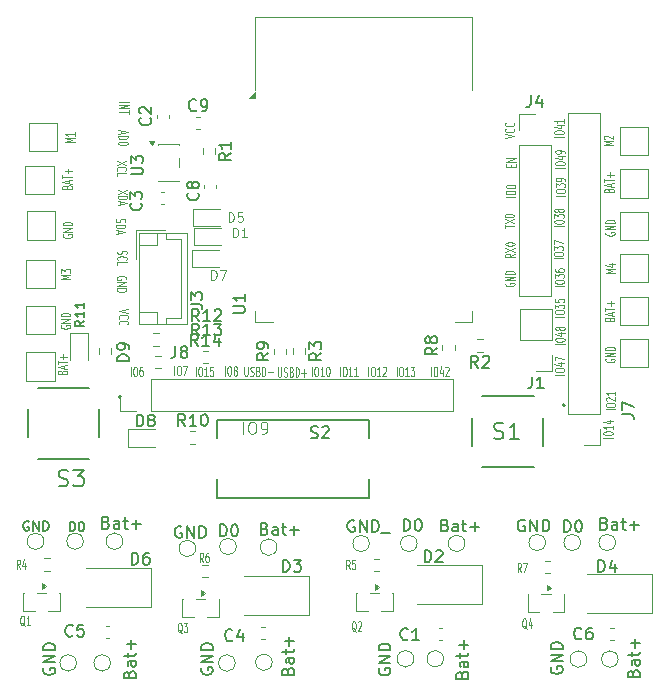
<source format=gbr>
%TF.GenerationSoftware,KiCad,Pcbnew,9.0.6*%
%TF.CreationDate,2025-11-30T21:08:30+05:30*%
%TF.ProjectId,Mini_Drone,4d696e69-5f44-4726-9f6e-652e6b696361,rev?*%
%TF.SameCoordinates,Original*%
%TF.FileFunction,Legend,Top*%
%TF.FilePolarity,Positive*%
%FSLAX46Y46*%
G04 Gerber Fmt 4.6, Leading zero omitted, Abs format (unit mm)*
G04 Created by KiCad (PCBNEW 9.0.6) date 2025-11-30 21:08:30*
%MOMM*%
%LPD*%
G01*
G04 APERTURE LIST*
%ADD10C,0.100000*%
%ADD11C,0.150000*%
%ADD12C,0.125000*%
%ADD13C,0.115000*%
%ADD14C,0.120000*%
%ADD15C,0.127000*%
%ADD16C,0.200000*%
G04 APERTURE END LIST*
D10*
X210904836Y-95196895D02*
X210904836Y-95844514D01*
X210904836Y-95844514D02*
X210928646Y-95920704D01*
X210928646Y-95920704D02*
X210952455Y-95958800D01*
X210952455Y-95958800D02*
X211000074Y-95996895D01*
X211000074Y-95996895D02*
X211095312Y-95996895D01*
X211095312Y-95996895D02*
X211142931Y-95958800D01*
X211142931Y-95958800D02*
X211166741Y-95920704D01*
X211166741Y-95920704D02*
X211190550Y-95844514D01*
X211190550Y-95844514D02*
X211190550Y-95196895D01*
X211404837Y-95958800D02*
X211476265Y-95996895D01*
X211476265Y-95996895D02*
X211595313Y-95996895D01*
X211595313Y-95996895D02*
X211642932Y-95958800D01*
X211642932Y-95958800D02*
X211666741Y-95920704D01*
X211666741Y-95920704D02*
X211690551Y-95844514D01*
X211690551Y-95844514D02*
X211690551Y-95768323D01*
X211690551Y-95768323D02*
X211666741Y-95692133D01*
X211666741Y-95692133D02*
X211642932Y-95654038D01*
X211642932Y-95654038D02*
X211595313Y-95615942D01*
X211595313Y-95615942D02*
X211500075Y-95577847D01*
X211500075Y-95577847D02*
X211452456Y-95539752D01*
X211452456Y-95539752D02*
X211428646Y-95501657D01*
X211428646Y-95501657D02*
X211404837Y-95425466D01*
X211404837Y-95425466D02*
X211404837Y-95349276D01*
X211404837Y-95349276D02*
X211428646Y-95273085D01*
X211428646Y-95273085D02*
X211452456Y-95234990D01*
X211452456Y-95234990D02*
X211500075Y-95196895D01*
X211500075Y-95196895D02*
X211619122Y-95196895D01*
X211619122Y-95196895D02*
X211690551Y-95234990D01*
X212071503Y-95577847D02*
X212142931Y-95615942D01*
X212142931Y-95615942D02*
X212166741Y-95654038D01*
X212166741Y-95654038D02*
X212190550Y-95730228D01*
X212190550Y-95730228D02*
X212190550Y-95844514D01*
X212190550Y-95844514D02*
X212166741Y-95920704D01*
X212166741Y-95920704D02*
X212142931Y-95958800D01*
X212142931Y-95958800D02*
X212095312Y-95996895D01*
X212095312Y-95996895D02*
X211904836Y-95996895D01*
X211904836Y-95996895D02*
X211904836Y-95196895D01*
X211904836Y-95196895D02*
X212071503Y-95196895D01*
X212071503Y-95196895D02*
X212119122Y-95234990D01*
X212119122Y-95234990D02*
X212142931Y-95273085D01*
X212142931Y-95273085D02*
X212166741Y-95349276D01*
X212166741Y-95349276D02*
X212166741Y-95425466D01*
X212166741Y-95425466D02*
X212142931Y-95501657D01*
X212142931Y-95501657D02*
X212119122Y-95539752D01*
X212119122Y-95539752D02*
X212071503Y-95577847D01*
X212071503Y-95577847D02*
X211904836Y-95577847D01*
X212404836Y-95996895D02*
X212404836Y-95196895D01*
X212404836Y-95196895D02*
X212523884Y-95196895D01*
X212523884Y-95196895D02*
X212595312Y-95234990D01*
X212595312Y-95234990D02*
X212642931Y-95311180D01*
X212642931Y-95311180D02*
X212666741Y-95387371D01*
X212666741Y-95387371D02*
X212690550Y-95539752D01*
X212690550Y-95539752D02*
X212690550Y-95654038D01*
X212690550Y-95654038D02*
X212666741Y-95806419D01*
X212666741Y-95806419D02*
X212642931Y-95882609D01*
X212642931Y-95882609D02*
X212595312Y-95958800D01*
X212595312Y-95958800D02*
X212523884Y-95996895D01*
X212523884Y-95996895D02*
X212404836Y-95996895D01*
X212904836Y-95692133D02*
X213285789Y-95692133D01*
X223794836Y-95988940D02*
X223794836Y-95188940D01*
X224128169Y-95188940D02*
X224223407Y-95188940D01*
X224223407Y-95188940D02*
X224271026Y-95227035D01*
X224271026Y-95227035D02*
X224318645Y-95303225D01*
X224318645Y-95303225D02*
X224342455Y-95455606D01*
X224342455Y-95455606D02*
X224342455Y-95722273D01*
X224342455Y-95722273D02*
X224318645Y-95874654D01*
X224318645Y-95874654D02*
X224271026Y-95950845D01*
X224271026Y-95950845D02*
X224223407Y-95988940D01*
X224223407Y-95988940D02*
X224128169Y-95988940D01*
X224128169Y-95988940D02*
X224080550Y-95950845D01*
X224080550Y-95950845D02*
X224032931Y-95874654D01*
X224032931Y-95874654D02*
X224009122Y-95722273D01*
X224009122Y-95722273D02*
X224009122Y-95455606D01*
X224009122Y-95455606D02*
X224032931Y-95303225D01*
X224032931Y-95303225D02*
X224080550Y-95227035D01*
X224080550Y-95227035D02*
X224128169Y-95188940D01*
X224818646Y-95988940D02*
X224532932Y-95988940D01*
X224675789Y-95988940D02*
X224675789Y-95188940D01*
X224675789Y-95188940D02*
X224628170Y-95303225D01*
X224628170Y-95303225D02*
X224580551Y-95379416D01*
X224580551Y-95379416D02*
X224532932Y-95417511D01*
X224985312Y-95188940D02*
X225294836Y-95188940D01*
X225294836Y-95188940D02*
X225128169Y-95493702D01*
X225128169Y-95493702D02*
X225199598Y-95493702D01*
X225199598Y-95493702D02*
X225247217Y-95531797D01*
X225247217Y-95531797D02*
X225271026Y-95569892D01*
X225271026Y-95569892D02*
X225294836Y-95646083D01*
X225294836Y-95646083D02*
X225294836Y-95836559D01*
X225294836Y-95836559D02*
X225271026Y-95912749D01*
X225271026Y-95912749D02*
X225247217Y-95950845D01*
X225247217Y-95950845D02*
X225199598Y-95988940D01*
X225199598Y-95988940D02*
X225056741Y-95988940D01*
X225056741Y-95988940D02*
X225009122Y-95950845D01*
X225009122Y-95950845D02*
X224985312Y-95912749D01*
X200441676Y-75211027D02*
X200441676Y-75449122D01*
X200213104Y-75163408D02*
X201013104Y-75330074D01*
X201013104Y-75330074D02*
X200213104Y-75496741D01*
X200213104Y-75663407D02*
X201013104Y-75663407D01*
X201013104Y-75663407D02*
X201013104Y-75782455D01*
X201013104Y-75782455D02*
X200975009Y-75853883D01*
X200975009Y-75853883D02*
X200898819Y-75901502D01*
X200898819Y-75901502D02*
X200822628Y-75925312D01*
X200822628Y-75925312D02*
X200670247Y-75949121D01*
X200670247Y-75949121D02*
X200555961Y-75949121D01*
X200555961Y-75949121D02*
X200403580Y-75925312D01*
X200403580Y-75925312D02*
X200327390Y-75901502D01*
X200327390Y-75901502D02*
X200251200Y-75853883D01*
X200251200Y-75853883D02*
X200213104Y-75782455D01*
X200213104Y-75782455D02*
X200213104Y-75663407D01*
X201013104Y-76258645D02*
X201013104Y-76306264D01*
X201013104Y-76306264D02*
X200975009Y-76353883D01*
X200975009Y-76353883D02*
X200936914Y-76377693D01*
X200936914Y-76377693D02*
X200860723Y-76401502D01*
X200860723Y-76401502D02*
X200708342Y-76425312D01*
X200708342Y-76425312D02*
X200517866Y-76425312D01*
X200517866Y-76425312D02*
X200365485Y-76401502D01*
X200365485Y-76401502D02*
X200289295Y-76377693D01*
X200289295Y-76377693D02*
X200251200Y-76353883D01*
X200251200Y-76353883D02*
X200213104Y-76306264D01*
X200213104Y-76306264D02*
X200213104Y-76258645D01*
X200213104Y-76258645D02*
X200251200Y-76211026D01*
X200251200Y-76211026D02*
X200289295Y-76187217D01*
X200289295Y-76187217D02*
X200365485Y-76163407D01*
X200365485Y-76163407D02*
X200517866Y-76139598D01*
X200517866Y-76139598D02*
X200708342Y-76139598D01*
X200708342Y-76139598D02*
X200860723Y-76163407D01*
X200860723Y-76163407D02*
X200936914Y-76187217D01*
X200936914Y-76187217D02*
X200975009Y-76211026D01*
X200975009Y-76211026D02*
X201013104Y-76258645D01*
X209244836Y-95956895D02*
X209244836Y-95156895D01*
X209578169Y-95156895D02*
X209673407Y-95156895D01*
X209673407Y-95156895D02*
X209721026Y-95194990D01*
X209721026Y-95194990D02*
X209768645Y-95271180D01*
X209768645Y-95271180D02*
X209792455Y-95423561D01*
X209792455Y-95423561D02*
X209792455Y-95690228D01*
X209792455Y-95690228D02*
X209768645Y-95842609D01*
X209768645Y-95842609D02*
X209721026Y-95918800D01*
X209721026Y-95918800D02*
X209673407Y-95956895D01*
X209673407Y-95956895D02*
X209578169Y-95956895D01*
X209578169Y-95956895D02*
X209530550Y-95918800D01*
X209530550Y-95918800D02*
X209482931Y-95842609D01*
X209482931Y-95842609D02*
X209459122Y-95690228D01*
X209459122Y-95690228D02*
X209459122Y-95423561D01*
X209459122Y-95423561D02*
X209482931Y-95271180D01*
X209482931Y-95271180D02*
X209530550Y-95194990D01*
X209530550Y-95194990D02*
X209578169Y-95156895D01*
X210078170Y-95499752D02*
X210030551Y-95461657D01*
X210030551Y-95461657D02*
X210006741Y-95423561D01*
X210006741Y-95423561D02*
X209982932Y-95347371D01*
X209982932Y-95347371D02*
X209982932Y-95309276D01*
X209982932Y-95309276D02*
X210006741Y-95233085D01*
X210006741Y-95233085D02*
X210030551Y-95194990D01*
X210030551Y-95194990D02*
X210078170Y-95156895D01*
X210078170Y-95156895D02*
X210173408Y-95156895D01*
X210173408Y-95156895D02*
X210221027Y-95194990D01*
X210221027Y-95194990D02*
X210244836Y-95233085D01*
X210244836Y-95233085D02*
X210268646Y-95309276D01*
X210268646Y-95309276D02*
X210268646Y-95347371D01*
X210268646Y-95347371D02*
X210244836Y-95423561D01*
X210244836Y-95423561D02*
X210221027Y-95461657D01*
X210221027Y-95461657D02*
X210173408Y-95499752D01*
X210173408Y-95499752D02*
X210078170Y-95499752D01*
X210078170Y-95499752D02*
X210030551Y-95537847D01*
X210030551Y-95537847D02*
X210006741Y-95575942D01*
X210006741Y-95575942D02*
X209982932Y-95652133D01*
X209982932Y-95652133D02*
X209982932Y-95804514D01*
X209982932Y-95804514D02*
X210006741Y-95880704D01*
X210006741Y-95880704D02*
X210030551Y-95918800D01*
X210030551Y-95918800D02*
X210078170Y-95956895D01*
X210078170Y-95956895D02*
X210173408Y-95956895D01*
X210173408Y-95956895D02*
X210221027Y-95918800D01*
X210221027Y-95918800D02*
X210244836Y-95880704D01*
X210244836Y-95880704D02*
X210268646Y-95804514D01*
X210268646Y-95804514D02*
X210268646Y-95652133D01*
X210268646Y-95652133D02*
X210244836Y-95575942D01*
X210244836Y-95575942D02*
X210221027Y-95537847D01*
X210221027Y-95537847D02*
X210173408Y-95499752D01*
X238046895Y-80715163D02*
X237246895Y-80715163D01*
X237246895Y-80381830D02*
X237246895Y-80286592D01*
X237246895Y-80286592D02*
X237284990Y-80238973D01*
X237284990Y-80238973D02*
X237361180Y-80191354D01*
X237361180Y-80191354D02*
X237513561Y-80167544D01*
X237513561Y-80167544D02*
X237780228Y-80167544D01*
X237780228Y-80167544D02*
X237932609Y-80191354D01*
X237932609Y-80191354D02*
X238008800Y-80238973D01*
X238008800Y-80238973D02*
X238046895Y-80286592D01*
X238046895Y-80286592D02*
X238046895Y-80381830D01*
X238046895Y-80381830D02*
X238008800Y-80429449D01*
X238008800Y-80429449D02*
X237932609Y-80477068D01*
X237932609Y-80477068D02*
X237780228Y-80500877D01*
X237780228Y-80500877D02*
X237513561Y-80500877D01*
X237513561Y-80500877D02*
X237361180Y-80477068D01*
X237361180Y-80477068D02*
X237284990Y-80429449D01*
X237284990Y-80429449D02*
X237246895Y-80381830D01*
X237246895Y-80000877D02*
X237246895Y-79691353D01*
X237246895Y-79691353D02*
X237551657Y-79858020D01*
X237551657Y-79858020D02*
X237551657Y-79786591D01*
X237551657Y-79786591D02*
X237589752Y-79738972D01*
X237589752Y-79738972D02*
X237627847Y-79715163D01*
X237627847Y-79715163D02*
X237704038Y-79691353D01*
X237704038Y-79691353D02*
X237894514Y-79691353D01*
X237894514Y-79691353D02*
X237970704Y-79715163D01*
X237970704Y-79715163D02*
X238008800Y-79738972D01*
X238008800Y-79738972D02*
X238046895Y-79786591D01*
X238046895Y-79786591D02*
X238046895Y-79929448D01*
X238046895Y-79929448D02*
X238008800Y-79977067D01*
X238008800Y-79977067D02*
X237970704Y-80000877D01*
X238046895Y-79453258D02*
X238046895Y-79358020D01*
X238046895Y-79358020D02*
X238008800Y-79310401D01*
X238008800Y-79310401D02*
X237970704Y-79286592D01*
X237970704Y-79286592D02*
X237856419Y-79238973D01*
X237856419Y-79238973D02*
X237704038Y-79215163D01*
X237704038Y-79215163D02*
X237399276Y-79215163D01*
X237399276Y-79215163D02*
X237323085Y-79238973D01*
X237323085Y-79238973D02*
X237284990Y-79262782D01*
X237284990Y-79262782D02*
X237246895Y-79310401D01*
X237246895Y-79310401D02*
X237246895Y-79405639D01*
X237246895Y-79405639D02*
X237284990Y-79453258D01*
X237284990Y-79453258D02*
X237323085Y-79477068D01*
X237323085Y-79477068D02*
X237399276Y-79500877D01*
X237399276Y-79500877D02*
X237589752Y-79500877D01*
X237589752Y-79500877D02*
X237665942Y-79477068D01*
X237665942Y-79477068D02*
X237704038Y-79453258D01*
X237704038Y-79453258D02*
X237742133Y-79405639D01*
X237742133Y-79405639D02*
X237742133Y-79310401D01*
X237742133Y-79310401D02*
X237704038Y-79262782D01*
X237704038Y-79262782D02*
X237665942Y-79238973D01*
X237665942Y-79238973D02*
X237589752Y-79215163D01*
X196178940Y-87775163D02*
X195378940Y-87775163D01*
X195378940Y-87775163D02*
X195950368Y-87608496D01*
X195950368Y-87608496D02*
X195378940Y-87441830D01*
X195378940Y-87441830D02*
X196178940Y-87441830D01*
X195378940Y-87251353D02*
X195378940Y-86941829D01*
X195378940Y-86941829D02*
X195683702Y-87108496D01*
X195683702Y-87108496D02*
X195683702Y-87037067D01*
X195683702Y-87037067D02*
X195721797Y-86989448D01*
X195721797Y-86989448D02*
X195759892Y-86965639D01*
X195759892Y-86965639D02*
X195836083Y-86941829D01*
X195836083Y-86941829D02*
X196026559Y-86941829D01*
X196026559Y-86941829D02*
X196102749Y-86965639D01*
X196102749Y-86965639D02*
X196140845Y-86989448D01*
X196140845Y-86989448D02*
X196178940Y-87037067D01*
X196178940Y-87037067D02*
X196178940Y-87179924D01*
X196178940Y-87179924D02*
X196140845Y-87227543D01*
X196140845Y-87227543D02*
X196102749Y-87251353D01*
X233014990Y-88113258D02*
X232976895Y-88160877D01*
X232976895Y-88160877D02*
X232976895Y-88232306D01*
X232976895Y-88232306D02*
X233014990Y-88303734D01*
X233014990Y-88303734D02*
X233091180Y-88351353D01*
X233091180Y-88351353D02*
X233167371Y-88375163D01*
X233167371Y-88375163D02*
X233319752Y-88398972D01*
X233319752Y-88398972D02*
X233434038Y-88398972D01*
X233434038Y-88398972D02*
X233586419Y-88375163D01*
X233586419Y-88375163D02*
X233662609Y-88351353D01*
X233662609Y-88351353D02*
X233738800Y-88303734D01*
X233738800Y-88303734D02*
X233776895Y-88232306D01*
X233776895Y-88232306D02*
X233776895Y-88184687D01*
X233776895Y-88184687D02*
X233738800Y-88113258D01*
X233738800Y-88113258D02*
X233700704Y-88089449D01*
X233700704Y-88089449D02*
X233434038Y-88089449D01*
X233434038Y-88089449D02*
X233434038Y-88184687D01*
X233776895Y-87875163D02*
X232976895Y-87875163D01*
X232976895Y-87875163D02*
X233776895Y-87589449D01*
X233776895Y-87589449D02*
X232976895Y-87589449D01*
X233776895Y-87351353D02*
X232976895Y-87351353D01*
X232976895Y-87351353D02*
X232976895Y-87232305D01*
X232976895Y-87232305D02*
X233014990Y-87160877D01*
X233014990Y-87160877D02*
X233091180Y-87113258D01*
X233091180Y-87113258D02*
X233167371Y-87089448D01*
X233167371Y-87089448D02*
X233319752Y-87065639D01*
X233319752Y-87065639D02*
X233434038Y-87065639D01*
X233434038Y-87065639D02*
X233586419Y-87089448D01*
X233586419Y-87089448D02*
X233662609Y-87113258D01*
X233662609Y-87113258D02*
X233738800Y-87160877D01*
X233738800Y-87160877D02*
X233776895Y-87232305D01*
X233776895Y-87232305D02*
X233776895Y-87351353D01*
X232966895Y-75826591D02*
X233766895Y-75659925D01*
X233766895Y-75659925D02*
X232966895Y-75493258D01*
X233690704Y-75040878D02*
X233728800Y-75064687D01*
X233728800Y-75064687D02*
X233766895Y-75136116D01*
X233766895Y-75136116D02*
X233766895Y-75183735D01*
X233766895Y-75183735D02*
X233728800Y-75255163D01*
X233728800Y-75255163D02*
X233652609Y-75302782D01*
X233652609Y-75302782D02*
X233576419Y-75326592D01*
X233576419Y-75326592D02*
X233424038Y-75350401D01*
X233424038Y-75350401D02*
X233309752Y-75350401D01*
X233309752Y-75350401D02*
X233157371Y-75326592D01*
X233157371Y-75326592D02*
X233081180Y-75302782D01*
X233081180Y-75302782D02*
X233004990Y-75255163D01*
X233004990Y-75255163D02*
X232966895Y-75183735D01*
X232966895Y-75183735D02*
X232966895Y-75136116D01*
X232966895Y-75136116D02*
X233004990Y-75064687D01*
X233004990Y-75064687D02*
X233043085Y-75040878D01*
X233690704Y-74540878D02*
X233728800Y-74564687D01*
X233728800Y-74564687D02*
X233766895Y-74636116D01*
X233766895Y-74636116D02*
X233766895Y-74683735D01*
X233766895Y-74683735D02*
X233728800Y-74755163D01*
X233728800Y-74755163D02*
X233652609Y-74802782D01*
X233652609Y-74802782D02*
X233576419Y-74826592D01*
X233576419Y-74826592D02*
X233424038Y-74850401D01*
X233424038Y-74850401D02*
X233309752Y-74850401D01*
X233309752Y-74850401D02*
X233157371Y-74826592D01*
X233157371Y-74826592D02*
X233081180Y-74802782D01*
X233081180Y-74802782D02*
X233004990Y-74755163D01*
X233004990Y-74755163D02*
X232966895Y-74683735D01*
X232966895Y-74683735D02*
X232966895Y-74636116D01*
X232966895Y-74636116D02*
X233004990Y-74564687D01*
X233004990Y-74564687D02*
X233043085Y-74540878D01*
X200883104Y-77787217D02*
X200083104Y-78120550D01*
X200883104Y-78120550D02*
X200083104Y-77787217D01*
X200159295Y-78596740D02*
X200121200Y-78572931D01*
X200121200Y-78572931D02*
X200083104Y-78501502D01*
X200083104Y-78501502D02*
X200083104Y-78453883D01*
X200083104Y-78453883D02*
X200121200Y-78382455D01*
X200121200Y-78382455D02*
X200197390Y-78334836D01*
X200197390Y-78334836D02*
X200273580Y-78311026D01*
X200273580Y-78311026D02*
X200425961Y-78287217D01*
X200425961Y-78287217D02*
X200540247Y-78287217D01*
X200540247Y-78287217D02*
X200692628Y-78311026D01*
X200692628Y-78311026D02*
X200768819Y-78334836D01*
X200768819Y-78334836D02*
X200845009Y-78382455D01*
X200845009Y-78382455D02*
X200883104Y-78453883D01*
X200883104Y-78453883D02*
X200883104Y-78501502D01*
X200883104Y-78501502D02*
X200845009Y-78572931D01*
X200845009Y-78572931D02*
X200806914Y-78596740D01*
X200083104Y-79049121D02*
X200083104Y-78811026D01*
X200083104Y-78811026D02*
X200883104Y-78811026D01*
X237966895Y-90965163D02*
X237166895Y-90965163D01*
X237166895Y-90631830D02*
X237166895Y-90536592D01*
X237166895Y-90536592D02*
X237204990Y-90488973D01*
X237204990Y-90488973D02*
X237281180Y-90441354D01*
X237281180Y-90441354D02*
X237433561Y-90417544D01*
X237433561Y-90417544D02*
X237700228Y-90417544D01*
X237700228Y-90417544D02*
X237852609Y-90441354D01*
X237852609Y-90441354D02*
X237928800Y-90488973D01*
X237928800Y-90488973D02*
X237966895Y-90536592D01*
X237966895Y-90536592D02*
X237966895Y-90631830D01*
X237966895Y-90631830D02*
X237928800Y-90679449D01*
X237928800Y-90679449D02*
X237852609Y-90727068D01*
X237852609Y-90727068D02*
X237700228Y-90750877D01*
X237700228Y-90750877D02*
X237433561Y-90750877D01*
X237433561Y-90750877D02*
X237281180Y-90727068D01*
X237281180Y-90727068D02*
X237204990Y-90679449D01*
X237204990Y-90679449D02*
X237166895Y-90631830D01*
X237166895Y-90250877D02*
X237166895Y-89941353D01*
X237166895Y-89941353D02*
X237471657Y-90108020D01*
X237471657Y-90108020D02*
X237471657Y-90036591D01*
X237471657Y-90036591D02*
X237509752Y-89988972D01*
X237509752Y-89988972D02*
X237547847Y-89965163D01*
X237547847Y-89965163D02*
X237624038Y-89941353D01*
X237624038Y-89941353D02*
X237814514Y-89941353D01*
X237814514Y-89941353D02*
X237890704Y-89965163D01*
X237890704Y-89965163D02*
X237928800Y-89988972D01*
X237928800Y-89988972D02*
X237966895Y-90036591D01*
X237966895Y-90036591D02*
X237966895Y-90179448D01*
X237966895Y-90179448D02*
X237928800Y-90227067D01*
X237928800Y-90227067D02*
X237890704Y-90250877D01*
X237166895Y-89488973D02*
X237166895Y-89727068D01*
X237166895Y-89727068D02*
X237547847Y-89750877D01*
X237547847Y-89750877D02*
X237509752Y-89727068D01*
X237509752Y-89727068D02*
X237471657Y-89679449D01*
X237471657Y-89679449D02*
X237471657Y-89560401D01*
X237471657Y-89560401D02*
X237509752Y-89512782D01*
X237509752Y-89512782D02*
X237547847Y-89488973D01*
X237547847Y-89488973D02*
X237624038Y-89465163D01*
X237624038Y-89465163D02*
X237814514Y-89465163D01*
X237814514Y-89465163D02*
X237890704Y-89488973D01*
X237890704Y-89488973D02*
X237928800Y-89512782D01*
X237928800Y-89512782D02*
X237966895Y-89560401D01*
X237966895Y-89560401D02*
X237966895Y-89679449D01*
X237966895Y-89679449D02*
X237928800Y-89727068D01*
X237928800Y-89727068D02*
X237890704Y-89750877D01*
X200031200Y-82691027D02*
X199993104Y-82762455D01*
X199993104Y-82762455D02*
X199993104Y-82881503D01*
X199993104Y-82881503D02*
X200031200Y-82929122D01*
X200031200Y-82929122D02*
X200069295Y-82952931D01*
X200069295Y-82952931D02*
X200145485Y-82976741D01*
X200145485Y-82976741D02*
X200221676Y-82976741D01*
X200221676Y-82976741D02*
X200297866Y-82952931D01*
X200297866Y-82952931D02*
X200335961Y-82929122D01*
X200335961Y-82929122D02*
X200374057Y-82881503D01*
X200374057Y-82881503D02*
X200412152Y-82786265D01*
X200412152Y-82786265D02*
X200450247Y-82738646D01*
X200450247Y-82738646D02*
X200488342Y-82714836D01*
X200488342Y-82714836D02*
X200564533Y-82691027D01*
X200564533Y-82691027D02*
X200640723Y-82691027D01*
X200640723Y-82691027D02*
X200716914Y-82714836D01*
X200716914Y-82714836D02*
X200755009Y-82738646D01*
X200755009Y-82738646D02*
X200793104Y-82786265D01*
X200793104Y-82786265D02*
X200793104Y-82905312D01*
X200793104Y-82905312D02*
X200755009Y-82976741D01*
X199993104Y-83191026D02*
X200793104Y-83191026D01*
X200793104Y-83191026D02*
X200793104Y-83310074D01*
X200793104Y-83310074D02*
X200755009Y-83381502D01*
X200755009Y-83381502D02*
X200678819Y-83429121D01*
X200678819Y-83429121D02*
X200602628Y-83452931D01*
X200602628Y-83452931D02*
X200450247Y-83476740D01*
X200450247Y-83476740D02*
X200335961Y-83476740D01*
X200335961Y-83476740D02*
X200183580Y-83452931D01*
X200183580Y-83452931D02*
X200107390Y-83429121D01*
X200107390Y-83429121D02*
X200031200Y-83381502D01*
X200031200Y-83381502D02*
X199993104Y-83310074D01*
X199993104Y-83310074D02*
X199993104Y-83191026D01*
X200221676Y-83667217D02*
X200221676Y-83905312D01*
X199993104Y-83619598D02*
X200793104Y-83786264D01*
X200793104Y-83786264D02*
X199993104Y-83952931D01*
X241817847Y-91168496D02*
X241855942Y-91097068D01*
X241855942Y-91097068D02*
X241894038Y-91073258D01*
X241894038Y-91073258D02*
X241970228Y-91049449D01*
X241970228Y-91049449D02*
X242084514Y-91049449D01*
X242084514Y-91049449D02*
X242160704Y-91073258D01*
X242160704Y-91073258D02*
X242198800Y-91097068D01*
X242198800Y-91097068D02*
X242236895Y-91144687D01*
X242236895Y-91144687D02*
X242236895Y-91335163D01*
X242236895Y-91335163D02*
X241436895Y-91335163D01*
X241436895Y-91335163D02*
X241436895Y-91168496D01*
X241436895Y-91168496D02*
X241474990Y-91120877D01*
X241474990Y-91120877D02*
X241513085Y-91097068D01*
X241513085Y-91097068D02*
X241589276Y-91073258D01*
X241589276Y-91073258D02*
X241665466Y-91073258D01*
X241665466Y-91073258D02*
X241741657Y-91097068D01*
X241741657Y-91097068D02*
X241779752Y-91120877D01*
X241779752Y-91120877D02*
X241817847Y-91168496D01*
X241817847Y-91168496D02*
X241817847Y-91335163D01*
X242008323Y-90858972D02*
X242008323Y-90620877D01*
X242236895Y-90906591D02*
X241436895Y-90739925D01*
X241436895Y-90739925D02*
X242236895Y-90573258D01*
X241436895Y-90478020D02*
X241436895Y-90192306D01*
X242236895Y-90335163D02*
X241436895Y-90335163D01*
X241932133Y-90025640D02*
X241932133Y-89644688D01*
X242236895Y-89835164D02*
X241627371Y-89835164D01*
X233806895Y-85629449D02*
X233425942Y-85796115D01*
X233806895Y-85915163D02*
X233006895Y-85915163D01*
X233006895Y-85915163D02*
X233006895Y-85724687D01*
X233006895Y-85724687D02*
X233044990Y-85677068D01*
X233044990Y-85677068D02*
X233083085Y-85653258D01*
X233083085Y-85653258D02*
X233159276Y-85629449D01*
X233159276Y-85629449D02*
X233273561Y-85629449D01*
X233273561Y-85629449D02*
X233349752Y-85653258D01*
X233349752Y-85653258D02*
X233387847Y-85677068D01*
X233387847Y-85677068D02*
X233425942Y-85724687D01*
X233425942Y-85724687D02*
X233425942Y-85915163D01*
X233006895Y-85462782D02*
X233806895Y-85129449D01*
X233006895Y-85129449D02*
X233806895Y-85462782D01*
X233006895Y-84843735D02*
X233006895Y-84796116D01*
X233006895Y-84796116D02*
X233044990Y-84748497D01*
X233044990Y-84748497D02*
X233083085Y-84724687D01*
X233083085Y-84724687D02*
X233159276Y-84700878D01*
X233159276Y-84700878D02*
X233311657Y-84677068D01*
X233311657Y-84677068D02*
X233502133Y-84677068D01*
X233502133Y-84677068D02*
X233654514Y-84700878D01*
X233654514Y-84700878D02*
X233730704Y-84724687D01*
X233730704Y-84724687D02*
X233768800Y-84748497D01*
X233768800Y-84748497D02*
X233806895Y-84796116D01*
X233806895Y-84796116D02*
X233806895Y-84843735D01*
X233806895Y-84843735D02*
X233768800Y-84891354D01*
X233768800Y-84891354D02*
X233730704Y-84915163D01*
X233730704Y-84915163D02*
X233654514Y-84938973D01*
X233654514Y-84938973D02*
X233502133Y-84962782D01*
X233502133Y-84962782D02*
X233311657Y-84962782D01*
X233311657Y-84962782D02*
X233159276Y-84938973D01*
X233159276Y-84938973D02*
X233083085Y-84915163D01*
X233083085Y-84915163D02*
X233044990Y-84891354D01*
X233044990Y-84891354D02*
X233006895Y-84843735D01*
X196536895Y-76205163D02*
X195736895Y-76205163D01*
X195736895Y-76205163D02*
X196308323Y-76038496D01*
X196308323Y-76038496D02*
X195736895Y-75871830D01*
X195736895Y-75871830D02*
X196536895Y-75871830D01*
X196536895Y-75371829D02*
X196536895Y-75657543D01*
X196536895Y-75514686D02*
X195736895Y-75514686D01*
X195736895Y-75514686D02*
X195851180Y-75562305D01*
X195851180Y-75562305D02*
X195927371Y-75609924D01*
X195927371Y-75609924D02*
X195965466Y-75657543D01*
X241514990Y-94543258D02*
X241476895Y-94590877D01*
X241476895Y-94590877D02*
X241476895Y-94662306D01*
X241476895Y-94662306D02*
X241514990Y-94733734D01*
X241514990Y-94733734D02*
X241591180Y-94781353D01*
X241591180Y-94781353D02*
X241667371Y-94805163D01*
X241667371Y-94805163D02*
X241819752Y-94828972D01*
X241819752Y-94828972D02*
X241934038Y-94828972D01*
X241934038Y-94828972D02*
X242086419Y-94805163D01*
X242086419Y-94805163D02*
X242162609Y-94781353D01*
X242162609Y-94781353D02*
X242238800Y-94733734D01*
X242238800Y-94733734D02*
X242276895Y-94662306D01*
X242276895Y-94662306D02*
X242276895Y-94614687D01*
X242276895Y-94614687D02*
X242238800Y-94543258D01*
X242238800Y-94543258D02*
X242200704Y-94519449D01*
X242200704Y-94519449D02*
X241934038Y-94519449D01*
X241934038Y-94519449D02*
X241934038Y-94614687D01*
X242276895Y-94305163D02*
X241476895Y-94305163D01*
X241476895Y-94305163D02*
X242276895Y-94019449D01*
X242276895Y-94019449D02*
X241476895Y-94019449D01*
X242276895Y-93781353D02*
X241476895Y-93781353D01*
X241476895Y-93781353D02*
X241476895Y-93662305D01*
X241476895Y-93662305D02*
X241514990Y-93590877D01*
X241514990Y-93590877D02*
X241591180Y-93543258D01*
X241591180Y-93543258D02*
X241667371Y-93519448D01*
X241667371Y-93519448D02*
X241819752Y-93495639D01*
X241819752Y-93495639D02*
X241934038Y-93495639D01*
X241934038Y-93495639D02*
X242086419Y-93519448D01*
X242086419Y-93519448D02*
X242162609Y-93543258D01*
X242162609Y-93543258D02*
X242238800Y-93590877D01*
X242238800Y-93590877D02*
X242276895Y-93662305D01*
X242276895Y-93662305D02*
X242276895Y-93781353D01*
X237946895Y-75745163D02*
X237146895Y-75745163D01*
X237146895Y-75411830D02*
X237146895Y-75316592D01*
X237146895Y-75316592D02*
X237184990Y-75268973D01*
X237184990Y-75268973D02*
X237261180Y-75221354D01*
X237261180Y-75221354D02*
X237413561Y-75197544D01*
X237413561Y-75197544D02*
X237680228Y-75197544D01*
X237680228Y-75197544D02*
X237832609Y-75221354D01*
X237832609Y-75221354D02*
X237908800Y-75268973D01*
X237908800Y-75268973D02*
X237946895Y-75316592D01*
X237946895Y-75316592D02*
X237946895Y-75411830D01*
X237946895Y-75411830D02*
X237908800Y-75459449D01*
X237908800Y-75459449D02*
X237832609Y-75507068D01*
X237832609Y-75507068D02*
X237680228Y-75530877D01*
X237680228Y-75530877D02*
X237413561Y-75530877D01*
X237413561Y-75530877D02*
X237261180Y-75507068D01*
X237261180Y-75507068D02*
X237184990Y-75459449D01*
X237184990Y-75459449D02*
X237146895Y-75411830D01*
X237413561Y-74768972D02*
X237946895Y-74768972D01*
X237108800Y-74888020D02*
X237680228Y-75007067D01*
X237680228Y-75007067D02*
X237680228Y-74697544D01*
X237946895Y-74245163D02*
X237946895Y-74530877D01*
X237946895Y-74388020D02*
X237146895Y-74388020D01*
X237146895Y-74388020D02*
X237261180Y-74435639D01*
X237261180Y-74435639D02*
X237337371Y-74483258D01*
X237337371Y-74483258D02*
X237375466Y-74530877D01*
X195467847Y-95678496D02*
X195505942Y-95607068D01*
X195505942Y-95607068D02*
X195544038Y-95583258D01*
X195544038Y-95583258D02*
X195620228Y-95559449D01*
X195620228Y-95559449D02*
X195734514Y-95559449D01*
X195734514Y-95559449D02*
X195810704Y-95583258D01*
X195810704Y-95583258D02*
X195848800Y-95607068D01*
X195848800Y-95607068D02*
X195886895Y-95654687D01*
X195886895Y-95654687D02*
X195886895Y-95845163D01*
X195886895Y-95845163D02*
X195086895Y-95845163D01*
X195086895Y-95845163D02*
X195086895Y-95678496D01*
X195086895Y-95678496D02*
X195124990Y-95630877D01*
X195124990Y-95630877D02*
X195163085Y-95607068D01*
X195163085Y-95607068D02*
X195239276Y-95583258D01*
X195239276Y-95583258D02*
X195315466Y-95583258D01*
X195315466Y-95583258D02*
X195391657Y-95607068D01*
X195391657Y-95607068D02*
X195429752Y-95630877D01*
X195429752Y-95630877D02*
X195467847Y-95678496D01*
X195467847Y-95678496D02*
X195467847Y-95845163D01*
X195658323Y-95368972D02*
X195658323Y-95130877D01*
X195886895Y-95416591D02*
X195086895Y-95249925D01*
X195086895Y-95249925D02*
X195886895Y-95083258D01*
X195086895Y-94988020D02*
X195086895Y-94702306D01*
X195886895Y-94845163D02*
X195086895Y-94845163D01*
X195582133Y-94535640D02*
X195582133Y-94154688D01*
X195886895Y-94345164D02*
X195277371Y-94345164D01*
X242286895Y-87275163D02*
X241486895Y-87275163D01*
X241486895Y-87275163D02*
X242058323Y-87108496D01*
X242058323Y-87108496D02*
X241486895Y-86941830D01*
X241486895Y-86941830D02*
X242286895Y-86941830D01*
X241753561Y-86489448D02*
X242286895Y-86489448D01*
X241448800Y-86608496D02*
X242020228Y-86727543D01*
X242020228Y-86727543D02*
X242020228Y-86418020D01*
X241514990Y-83813258D02*
X241476895Y-83860877D01*
X241476895Y-83860877D02*
X241476895Y-83932306D01*
X241476895Y-83932306D02*
X241514990Y-84003734D01*
X241514990Y-84003734D02*
X241591180Y-84051353D01*
X241591180Y-84051353D02*
X241667371Y-84075163D01*
X241667371Y-84075163D02*
X241819752Y-84098972D01*
X241819752Y-84098972D02*
X241934038Y-84098972D01*
X241934038Y-84098972D02*
X242086419Y-84075163D01*
X242086419Y-84075163D02*
X242162609Y-84051353D01*
X242162609Y-84051353D02*
X242238800Y-84003734D01*
X242238800Y-84003734D02*
X242276895Y-83932306D01*
X242276895Y-83932306D02*
X242276895Y-83884687D01*
X242276895Y-83884687D02*
X242238800Y-83813258D01*
X242238800Y-83813258D02*
X242200704Y-83789449D01*
X242200704Y-83789449D02*
X241934038Y-83789449D01*
X241934038Y-83789449D02*
X241934038Y-83884687D01*
X242276895Y-83575163D02*
X241476895Y-83575163D01*
X241476895Y-83575163D02*
X242276895Y-83289449D01*
X242276895Y-83289449D02*
X241476895Y-83289449D01*
X242276895Y-83051353D02*
X241476895Y-83051353D01*
X241476895Y-83051353D02*
X241476895Y-82932305D01*
X241476895Y-82932305D02*
X241514990Y-82860877D01*
X241514990Y-82860877D02*
X241591180Y-82813258D01*
X241591180Y-82813258D02*
X241667371Y-82789448D01*
X241667371Y-82789448D02*
X241819752Y-82765639D01*
X241819752Y-82765639D02*
X241934038Y-82765639D01*
X241934038Y-82765639D02*
X242086419Y-82789448D01*
X242086419Y-82789448D02*
X242162609Y-82813258D01*
X242162609Y-82813258D02*
X242238800Y-82860877D01*
X242238800Y-82860877D02*
X242276895Y-82932305D01*
X242276895Y-82932305D02*
X242276895Y-83051353D01*
X241767847Y-80268496D02*
X241805942Y-80197068D01*
X241805942Y-80197068D02*
X241844038Y-80173258D01*
X241844038Y-80173258D02*
X241920228Y-80149449D01*
X241920228Y-80149449D02*
X242034514Y-80149449D01*
X242034514Y-80149449D02*
X242110704Y-80173258D01*
X242110704Y-80173258D02*
X242148800Y-80197068D01*
X242148800Y-80197068D02*
X242186895Y-80244687D01*
X242186895Y-80244687D02*
X242186895Y-80435163D01*
X242186895Y-80435163D02*
X241386895Y-80435163D01*
X241386895Y-80435163D02*
X241386895Y-80268496D01*
X241386895Y-80268496D02*
X241424990Y-80220877D01*
X241424990Y-80220877D02*
X241463085Y-80197068D01*
X241463085Y-80197068D02*
X241539276Y-80173258D01*
X241539276Y-80173258D02*
X241615466Y-80173258D01*
X241615466Y-80173258D02*
X241691657Y-80197068D01*
X241691657Y-80197068D02*
X241729752Y-80220877D01*
X241729752Y-80220877D02*
X241767847Y-80268496D01*
X241767847Y-80268496D02*
X241767847Y-80435163D01*
X241958323Y-79958972D02*
X241958323Y-79720877D01*
X242186895Y-80006591D02*
X241386895Y-79839925D01*
X241386895Y-79839925D02*
X242186895Y-79673258D01*
X241386895Y-79578020D02*
X241386895Y-79292306D01*
X242186895Y-79435163D02*
X241386895Y-79435163D01*
X241882133Y-79125640D02*
X241882133Y-78744688D01*
X242186895Y-78935164D02*
X241577371Y-78935164D01*
X200963104Y-80207217D02*
X200163104Y-80540550D01*
X200963104Y-80540550D02*
X200163104Y-80207217D01*
X200163104Y-80731026D02*
X200963104Y-80731026D01*
X200963104Y-80731026D02*
X200963104Y-80850074D01*
X200963104Y-80850074D02*
X200925009Y-80921502D01*
X200925009Y-80921502D02*
X200848819Y-80969121D01*
X200848819Y-80969121D02*
X200772628Y-80992931D01*
X200772628Y-80992931D02*
X200620247Y-81016740D01*
X200620247Y-81016740D02*
X200505961Y-81016740D01*
X200505961Y-81016740D02*
X200353580Y-80992931D01*
X200353580Y-80992931D02*
X200277390Y-80969121D01*
X200277390Y-80969121D02*
X200201200Y-80921502D01*
X200201200Y-80921502D02*
X200163104Y-80850074D01*
X200163104Y-80850074D02*
X200163104Y-80731026D01*
X200391676Y-81207217D02*
X200391676Y-81445312D01*
X200163104Y-81159598D02*
X200963104Y-81326264D01*
X200963104Y-81326264D02*
X200163104Y-81492931D01*
X237946895Y-83315163D02*
X237146895Y-83315163D01*
X237146895Y-82981830D02*
X237146895Y-82886592D01*
X237146895Y-82886592D02*
X237184990Y-82838973D01*
X237184990Y-82838973D02*
X237261180Y-82791354D01*
X237261180Y-82791354D02*
X237413561Y-82767544D01*
X237413561Y-82767544D02*
X237680228Y-82767544D01*
X237680228Y-82767544D02*
X237832609Y-82791354D01*
X237832609Y-82791354D02*
X237908800Y-82838973D01*
X237908800Y-82838973D02*
X237946895Y-82886592D01*
X237946895Y-82886592D02*
X237946895Y-82981830D01*
X237946895Y-82981830D02*
X237908800Y-83029449D01*
X237908800Y-83029449D02*
X237832609Y-83077068D01*
X237832609Y-83077068D02*
X237680228Y-83100877D01*
X237680228Y-83100877D02*
X237413561Y-83100877D01*
X237413561Y-83100877D02*
X237261180Y-83077068D01*
X237261180Y-83077068D02*
X237184990Y-83029449D01*
X237184990Y-83029449D02*
X237146895Y-82981830D01*
X237146895Y-82600877D02*
X237146895Y-82291353D01*
X237146895Y-82291353D02*
X237451657Y-82458020D01*
X237451657Y-82458020D02*
X237451657Y-82386591D01*
X237451657Y-82386591D02*
X237489752Y-82338972D01*
X237489752Y-82338972D02*
X237527847Y-82315163D01*
X237527847Y-82315163D02*
X237604038Y-82291353D01*
X237604038Y-82291353D02*
X237794514Y-82291353D01*
X237794514Y-82291353D02*
X237870704Y-82315163D01*
X237870704Y-82315163D02*
X237908800Y-82338972D01*
X237908800Y-82338972D02*
X237946895Y-82386591D01*
X237946895Y-82386591D02*
X237946895Y-82529448D01*
X237946895Y-82529448D02*
X237908800Y-82577067D01*
X237908800Y-82577067D02*
X237870704Y-82600877D01*
X237489752Y-82005639D02*
X237451657Y-82053258D01*
X237451657Y-82053258D02*
X237413561Y-82077068D01*
X237413561Y-82077068D02*
X237337371Y-82100877D01*
X237337371Y-82100877D02*
X237299276Y-82100877D01*
X237299276Y-82100877D02*
X237223085Y-82077068D01*
X237223085Y-82077068D02*
X237184990Y-82053258D01*
X237184990Y-82053258D02*
X237146895Y-82005639D01*
X237146895Y-82005639D02*
X237146895Y-81910401D01*
X237146895Y-81910401D02*
X237184990Y-81862782D01*
X237184990Y-81862782D02*
X237223085Y-81838973D01*
X237223085Y-81838973D02*
X237299276Y-81815163D01*
X237299276Y-81815163D02*
X237337371Y-81815163D01*
X237337371Y-81815163D02*
X237413561Y-81838973D01*
X237413561Y-81838973D02*
X237451657Y-81862782D01*
X237451657Y-81862782D02*
X237489752Y-81910401D01*
X237489752Y-81910401D02*
X237489752Y-82005639D01*
X237489752Y-82005639D02*
X237527847Y-82053258D01*
X237527847Y-82053258D02*
X237565942Y-82077068D01*
X237565942Y-82077068D02*
X237642133Y-82100877D01*
X237642133Y-82100877D02*
X237794514Y-82100877D01*
X237794514Y-82100877D02*
X237870704Y-82077068D01*
X237870704Y-82077068D02*
X237908800Y-82053258D01*
X237908800Y-82053258D02*
X237946895Y-82005639D01*
X237946895Y-82005639D02*
X237946895Y-81910401D01*
X237946895Y-81910401D02*
X237908800Y-81862782D01*
X237908800Y-81862782D02*
X237870704Y-81838973D01*
X237870704Y-81838973D02*
X237794514Y-81815163D01*
X237794514Y-81815163D02*
X237642133Y-81815163D01*
X237642133Y-81815163D02*
X237565942Y-81838973D01*
X237565942Y-81838973D02*
X237527847Y-81862782D01*
X237527847Y-81862782D02*
X237489752Y-81910401D01*
X226704836Y-95990985D02*
X226704836Y-95190985D01*
X227038169Y-95190985D02*
X227133407Y-95190985D01*
X227133407Y-95190985D02*
X227181026Y-95229080D01*
X227181026Y-95229080D02*
X227228645Y-95305270D01*
X227228645Y-95305270D02*
X227252455Y-95457651D01*
X227252455Y-95457651D02*
X227252455Y-95724318D01*
X227252455Y-95724318D02*
X227228645Y-95876699D01*
X227228645Y-95876699D02*
X227181026Y-95952890D01*
X227181026Y-95952890D02*
X227133407Y-95990985D01*
X227133407Y-95990985D02*
X227038169Y-95990985D01*
X227038169Y-95990985D02*
X226990550Y-95952890D01*
X226990550Y-95952890D02*
X226942931Y-95876699D01*
X226942931Y-95876699D02*
X226919122Y-95724318D01*
X226919122Y-95724318D02*
X226919122Y-95457651D01*
X226919122Y-95457651D02*
X226942931Y-95305270D01*
X226942931Y-95305270D02*
X226990550Y-95229080D01*
X226990550Y-95229080D02*
X227038169Y-95190985D01*
X227681027Y-95457651D02*
X227681027Y-95990985D01*
X227561979Y-95152890D02*
X227442932Y-95724318D01*
X227442932Y-95724318D02*
X227752455Y-95724318D01*
X227919122Y-95267175D02*
X227942931Y-95229080D01*
X227942931Y-95229080D02*
X227990550Y-95190985D01*
X227990550Y-95190985D02*
X228109598Y-95190985D01*
X228109598Y-95190985D02*
X228157217Y-95229080D01*
X228157217Y-95229080D02*
X228181026Y-95267175D01*
X228181026Y-95267175D02*
X228204836Y-95343366D01*
X228204836Y-95343366D02*
X228204836Y-95419556D01*
X228204836Y-95419556D02*
X228181026Y-95533842D01*
X228181026Y-95533842D02*
X227895312Y-95990985D01*
X227895312Y-95990985D02*
X228204836Y-95990985D01*
X200303104Y-72814836D02*
X201103104Y-72814836D01*
X200303104Y-73052931D02*
X201103104Y-73052931D01*
X201103104Y-73052931D02*
X200303104Y-73338645D01*
X200303104Y-73338645D02*
X201103104Y-73338645D01*
X201103104Y-73505313D02*
X201103104Y-73791027D01*
X200303104Y-73648170D02*
X201103104Y-73648170D01*
X210803884Y-100872419D02*
X210803884Y-99872419D01*
X211470550Y-99872419D02*
X211661026Y-99872419D01*
X211661026Y-99872419D02*
X211756264Y-99920038D01*
X211756264Y-99920038D02*
X211851502Y-100015276D01*
X211851502Y-100015276D02*
X211899121Y-100205752D01*
X211899121Y-100205752D02*
X211899121Y-100539085D01*
X211899121Y-100539085D02*
X211851502Y-100729561D01*
X211851502Y-100729561D02*
X211756264Y-100824800D01*
X211756264Y-100824800D02*
X211661026Y-100872419D01*
X211661026Y-100872419D02*
X211470550Y-100872419D01*
X211470550Y-100872419D02*
X211375312Y-100824800D01*
X211375312Y-100824800D02*
X211280074Y-100729561D01*
X211280074Y-100729561D02*
X211232455Y-100539085D01*
X211232455Y-100539085D02*
X211232455Y-100205752D01*
X211232455Y-100205752D02*
X211280074Y-100015276D01*
X211280074Y-100015276D02*
X211375312Y-99920038D01*
X211375312Y-99920038D02*
X211470550Y-99872419D01*
X212375312Y-100872419D02*
X212565788Y-100872419D01*
X212565788Y-100872419D02*
X212661026Y-100824800D01*
X212661026Y-100824800D02*
X212708645Y-100777180D01*
X212708645Y-100777180D02*
X212803883Y-100634323D01*
X212803883Y-100634323D02*
X212851502Y-100443847D01*
X212851502Y-100443847D02*
X212851502Y-100062895D01*
X212851502Y-100062895D02*
X212803883Y-99967657D01*
X212803883Y-99967657D02*
X212756264Y-99920038D01*
X212756264Y-99920038D02*
X212661026Y-99872419D01*
X212661026Y-99872419D02*
X212470550Y-99872419D01*
X212470550Y-99872419D02*
X212375312Y-99920038D01*
X212375312Y-99920038D02*
X212327693Y-99967657D01*
X212327693Y-99967657D02*
X212280074Y-100062895D01*
X212280074Y-100062895D02*
X212280074Y-100300990D01*
X212280074Y-100300990D02*
X212327693Y-100396228D01*
X212327693Y-100396228D02*
X212375312Y-100443847D01*
X212375312Y-100443847D02*
X212470550Y-100491466D01*
X212470550Y-100491466D02*
X212661026Y-100491466D01*
X212661026Y-100491466D02*
X212756264Y-100443847D01*
X212756264Y-100443847D02*
X212803883Y-100396228D01*
X212803883Y-100396228D02*
X212851502Y-100300990D01*
X238026895Y-78375163D02*
X237226895Y-78375163D01*
X237226895Y-78041830D02*
X237226895Y-77946592D01*
X237226895Y-77946592D02*
X237264990Y-77898973D01*
X237264990Y-77898973D02*
X237341180Y-77851354D01*
X237341180Y-77851354D02*
X237493561Y-77827544D01*
X237493561Y-77827544D02*
X237760228Y-77827544D01*
X237760228Y-77827544D02*
X237912609Y-77851354D01*
X237912609Y-77851354D02*
X237988800Y-77898973D01*
X237988800Y-77898973D02*
X238026895Y-77946592D01*
X238026895Y-77946592D02*
X238026895Y-78041830D01*
X238026895Y-78041830D02*
X237988800Y-78089449D01*
X237988800Y-78089449D02*
X237912609Y-78137068D01*
X237912609Y-78137068D02*
X237760228Y-78160877D01*
X237760228Y-78160877D02*
X237493561Y-78160877D01*
X237493561Y-78160877D02*
X237341180Y-78137068D01*
X237341180Y-78137068D02*
X237264990Y-78089449D01*
X237264990Y-78089449D02*
X237226895Y-78041830D01*
X237493561Y-77398972D02*
X238026895Y-77398972D01*
X237188800Y-77518020D02*
X237760228Y-77637067D01*
X237760228Y-77637067D02*
X237760228Y-77327544D01*
X238026895Y-77113258D02*
X238026895Y-77018020D01*
X238026895Y-77018020D02*
X237988800Y-76970401D01*
X237988800Y-76970401D02*
X237950704Y-76946592D01*
X237950704Y-76946592D02*
X237836419Y-76898973D01*
X237836419Y-76898973D02*
X237684038Y-76875163D01*
X237684038Y-76875163D02*
X237379276Y-76875163D01*
X237379276Y-76875163D02*
X237303085Y-76898973D01*
X237303085Y-76898973D02*
X237264990Y-76922782D01*
X237264990Y-76922782D02*
X237226895Y-76970401D01*
X237226895Y-76970401D02*
X237226895Y-77065639D01*
X237226895Y-77065639D02*
X237264990Y-77113258D01*
X237264990Y-77113258D02*
X237303085Y-77137068D01*
X237303085Y-77137068D02*
X237379276Y-77160877D01*
X237379276Y-77160877D02*
X237569752Y-77160877D01*
X237569752Y-77160877D02*
X237645942Y-77137068D01*
X237645942Y-77137068D02*
X237684038Y-77113258D01*
X237684038Y-77113258D02*
X237722133Y-77065639D01*
X237722133Y-77065639D02*
X237722133Y-76970401D01*
X237722133Y-76970401D02*
X237684038Y-76922782D01*
X237684038Y-76922782D02*
X237645942Y-76898973D01*
X237645942Y-76898973D02*
X237569752Y-76875163D01*
X242136895Y-76465163D02*
X241336895Y-76465163D01*
X241336895Y-76465163D02*
X241908323Y-76298496D01*
X241908323Y-76298496D02*
X241336895Y-76131830D01*
X241336895Y-76131830D02*
X242136895Y-76131830D01*
X241413085Y-75917543D02*
X241374990Y-75893734D01*
X241374990Y-75893734D02*
X241336895Y-75846115D01*
X241336895Y-75846115D02*
X241336895Y-75727067D01*
X241336895Y-75727067D02*
X241374990Y-75679448D01*
X241374990Y-75679448D02*
X241413085Y-75655639D01*
X241413085Y-75655639D02*
X241489276Y-75631829D01*
X241489276Y-75631829D02*
X241565466Y-75631829D01*
X241565466Y-75631829D02*
X241679752Y-75655639D01*
X241679752Y-75655639D02*
X242136895Y-75941353D01*
X242136895Y-75941353D02*
X242136895Y-75631829D01*
X206784836Y-95996895D02*
X206784836Y-95196895D01*
X207118169Y-95196895D02*
X207213407Y-95196895D01*
X207213407Y-95196895D02*
X207261026Y-95234990D01*
X207261026Y-95234990D02*
X207308645Y-95311180D01*
X207308645Y-95311180D02*
X207332455Y-95463561D01*
X207332455Y-95463561D02*
X207332455Y-95730228D01*
X207332455Y-95730228D02*
X207308645Y-95882609D01*
X207308645Y-95882609D02*
X207261026Y-95958800D01*
X207261026Y-95958800D02*
X207213407Y-95996895D01*
X207213407Y-95996895D02*
X207118169Y-95996895D01*
X207118169Y-95996895D02*
X207070550Y-95958800D01*
X207070550Y-95958800D02*
X207022931Y-95882609D01*
X207022931Y-95882609D02*
X206999122Y-95730228D01*
X206999122Y-95730228D02*
X206999122Y-95463561D01*
X206999122Y-95463561D02*
X207022931Y-95311180D01*
X207022931Y-95311180D02*
X207070550Y-95234990D01*
X207070550Y-95234990D02*
X207118169Y-95196895D01*
X207808646Y-95996895D02*
X207522932Y-95996895D01*
X207665789Y-95996895D02*
X207665789Y-95196895D01*
X207665789Y-95196895D02*
X207618170Y-95311180D01*
X207618170Y-95311180D02*
X207570551Y-95387371D01*
X207570551Y-95387371D02*
X207522932Y-95425466D01*
X208261026Y-95196895D02*
X208022931Y-95196895D01*
X208022931Y-95196895D02*
X207999122Y-95577847D01*
X207999122Y-95577847D02*
X208022931Y-95539752D01*
X208022931Y-95539752D02*
X208070550Y-95501657D01*
X208070550Y-95501657D02*
X208189598Y-95501657D01*
X208189598Y-95501657D02*
X208237217Y-95539752D01*
X208237217Y-95539752D02*
X208261026Y-95577847D01*
X208261026Y-95577847D02*
X208284836Y-95654038D01*
X208284836Y-95654038D02*
X208284836Y-95844514D01*
X208284836Y-95844514D02*
X208261026Y-95920704D01*
X208261026Y-95920704D02*
X208237217Y-95958800D01*
X208237217Y-95958800D02*
X208189598Y-95996895D01*
X208189598Y-95996895D02*
X208070550Y-95996895D01*
X208070550Y-95996895D02*
X208022931Y-95958800D01*
X208022931Y-95958800D02*
X207999122Y-95920704D01*
X201053104Y-90343408D02*
X200253104Y-90510074D01*
X200253104Y-90510074D02*
X201053104Y-90676741D01*
X200329295Y-91129121D02*
X200291200Y-91105312D01*
X200291200Y-91105312D02*
X200253104Y-91033883D01*
X200253104Y-91033883D02*
X200253104Y-90986264D01*
X200253104Y-90986264D02*
X200291200Y-90914836D01*
X200291200Y-90914836D02*
X200367390Y-90867217D01*
X200367390Y-90867217D02*
X200443580Y-90843407D01*
X200443580Y-90843407D02*
X200595961Y-90819598D01*
X200595961Y-90819598D02*
X200710247Y-90819598D01*
X200710247Y-90819598D02*
X200862628Y-90843407D01*
X200862628Y-90843407D02*
X200938819Y-90867217D01*
X200938819Y-90867217D02*
X201015009Y-90914836D01*
X201015009Y-90914836D02*
X201053104Y-90986264D01*
X201053104Y-90986264D02*
X201053104Y-91033883D01*
X201053104Y-91033883D02*
X201015009Y-91105312D01*
X201015009Y-91105312D02*
X200976914Y-91129121D01*
X200329295Y-91629121D02*
X200291200Y-91605312D01*
X200291200Y-91605312D02*
X200253104Y-91533883D01*
X200253104Y-91533883D02*
X200253104Y-91486264D01*
X200253104Y-91486264D02*
X200291200Y-91414836D01*
X200291200Y-91414836D02*
X200367390Y-91367217D01*
X200367390Y-91367217D02*
X200443580Y-91343407D01*
X200443580Y-91343407D02*
X200595961Y-91319598D01*
X200595961Y-91319598D02*
X200710247Y-91319598D01*
X200710247Y-91319598D02*
X200862628Y-91343407D01*
X200862628Y-91343407D02*
X200938819Y-91367217D01*
X200938819Y-91367217D02*
X201015009Y-91414836D01*
X201015009Y-91414836D02*
X201053104Y-91486264D01*
X201053104Y-91486264D02*
X201053104Y-91533883D01*
X201053104Y-91533883D02*
X201015009Y-91605312D01*
X201015009Y-91605312D02*
X200976914Y-91629121D01*
X204984836Y-95926895D02*
X204984836Y-95126895D01*
X205318169Y-95126895D02*
X205413407Y-95126895D01*
X205413407Y-95126895D02*
X205461026Y-95164990D01*
X205461026Y-95164990D02*
X205508645Y-95241180D01*
X205508645Y-95241180D02*
X205532455Y-95393561D01*
X205532455Y-95393561D02*
X205532455Y-95660228D01*
X205532455Y-95660228D02*
X205508645Y-95812609D01*
X205508645Y-95812609D02*
X205461026Y-95888800D01*
X205461026Y-95888800D02*
X205413407Y-95926895D01*
X205413407Y-95926895D02*
X205318169Y-95926895D01*
X205318169Y-95926895D02*
X205270550Y-95888800D01*
X205270550Y-95888800D02*
X205222931Y-95812609D01*
X205222931Y-95812609D02*
X205199122Y-95660228D01*
X205199122Y-95660228D02*
X205199122Y-95393561D01*
X205199122Y-95393561D02*
X205222931Y-95241180D01*
X205222931Y-95241180D02*
X205270550Y-95164990D01*
X205270550Y-95164990D02*
X205318169Y-95126895D01*
X205699122Y-95126895D02*
X206032455Y-95126895D01*
X206032455Y-95126895D02*
X205818170Y-95926895D01*
X221400498Y-95988940D02*
X221400498Y-95188940D01*
X221733831Y-95188940D02*
X221829069Y-95188940D01*
X221829069Y-95188940D02*
X221876688Y-95227035D01*
X221876688Y-95227035D02*
X221924307Y-95303225D01*
X221924307Y-95303225D02*
X221948117Y-95455606D01*
X221948117Y-95455606D02*
X221948117Y-95722273D01*
X221948117Y-95722273D02*
X221924307Y-95874654D01*
X221924307Y-95874654D02*
X221876688Y-95950845D01*
X221876688Y-95950845D02*
X221829069Y-95988940D01*
X221829069Y-95988940D02*
X221733831Y-95988940D01*
X221733831Y-95988940D02*
X221686212Y-95950845D01*
X221686212Y-95950845D02*
X221638593Y-95874654D01*
X221638593Y-95874654D02*
X221614784Y-95722273D01*
X221614784Y-95722273D02*
X221614784Y-95455606D01*
X221614784Y-95455606D02*
X221638593Y-95303225D01*
X221638593Y-95303225D02*
X221686212Y-95227035D01*
X221686212Y-95227035D02*
X221733831Y-95188940D01*
X222424308Y-95988940D02*
X222138594Y-95988940D01*
X222281451Y-95988940D02*
X222281451Y-95188940D01*
X222281451Y-95188940D02*
X222233832Y-95303225D01*
X222233832Y-95303225D02*
X222186213Y-95379416D01*
X222186213Y-95379416D02*
X222138594Y-95417511D01*
X222614784Y-95265130D02*
X222638593Y-95227035D01*
X222638593Y-95227035D02*
X222686212Y-95188940D01*
X222686212Y-95188940D02*
X222805260Y-95188940D01*
X222805260Y-95188940D02*
X222852879Y-95227035D01*
X222852879Y-95227035D02*
X222876688Y-95265130D01*
X222876688Y-95265130D02*
X222900498Y-95341321D01*
X222900498Y-95341321D02*
X222900498Y-95417511D01*
X222900498Y-95417511D02*
X222876688Y-95531797D01*
X222876688Y-95531797D02*
X222590974Y-95988940D01*
X222590974Y-95988940D02*
X222900498Y-95988940D01*
X200845009Y-87816741D02*
X200883104Y-87769122D01*
X200883104Y-87769122D02*
X200883104Y-87697693D01*
X200883104Y-87697693D02*
X200845009Y-87626265D01*
X200845009Y-87626265D02*
X200768819Y-87578646D01*
X200768819Y-87578646D02*
X200692628Y-87554836D01*
X200692628Y-87554836D02*
X200540247Y-87531027D01*
X200540247Y-87531027D02*
X200425961Y-87531027D01*
X200425961Y-87531027D02*
X200273580Y-87554836D01*
X200273580Y-87554836D02*
X200197390Y-87578646D01*
X200197390Y-87578646D02*
X200121200Y-87626265D01*
X200121200Y-87626265D02*
X200083104Y-87697693D01*
X200083104Y-87697693D02*
X200083104Y-87745312D01*
X200083104Y-87745312D02*
X200121200Y-87816741D01*
X200121200Y-87816741D02*
X200159295Y-87840550D01*
X200159295Y-87840550D02*
X200425961Y-87840550D01*
X200425961Y-87840550D02*
X200425961Y-87745312D01*
X200083104Y-88054836D02*
X200883104Y-88054836D01*
X200883104Y-88054836D02*
X200083104Y-88340550D01*
X200083104Y-88340550D02*
X200883104Y-88340550D01*
X200083104Y-88578646D02*
X200883104Y-88578646D01*
X200883104Y-88578646D02*
X200883104Y-88697694D01*
X200883104Y-88697694D02*
X200845009Y-88769122D01*
X200845009Y-88769122D02*
X200768819Y-88816741D01*
X200768819Y-88816741D02*
X200692628Y-88840551D01*
X200692628Y-88840551D02*
X200540247Y-88864360D01*
X200540247Y-88864360D02*
X200425961Y-88864360D01*
X200425961Y-88864360D02*
X200273580Y-88840551D01*
X200273580Y-88840551D02*
X200197390Y-88816741D01*
X200197390Y-88816741D02*
X200121200Y-88769122D01*
X200121200Y-88769122D02*
X200083104Y-88697694D01*
X200083104Y-88697694D02*
X200083104Y-88578646D01*
X200161200Y-85381027D02*
X200123104Y-85452455D01*
X200123104Y-85452455D02*
X200123104Y-85571503D01*
X200123104Y-85571503D02*
X200161200Y-85619122D01*
X200161200Y-85619122D02*
X200199295Y-85642931D01*
X200199295Y-85642931D02*
X200275485Y-85666741D01*
X200275485Y-85666741D02*
X200351676Y-85666741D01*
X200351676Y-85666741D02*
X200427866Y-85642931D01*
X200427866Y-85642931D02*
X200465961Y-85619122D01*
X200465961Y-85619122D02*
X200504057Y-85571503D01*
X200504057Y-85571503D02*
X200542152Y-85476265D01*
X200542152Y-85476265D02*
X200580247Y-85428646D01*
X200580247Y-85428646D02*
X200618342Y-85404836D01*
X200618342Y-85404836D02*
X200694533Y-85381027D01*
X200694533Y-85381027D02*
X200770723Y-85381027D01*
X200770723Y-85381027D02*
X200846914Y-85404836D01*
X200846914Y-85404836D02*
X200885009Y-85428646D01*
X200885009Y-85428646D02*
X200923104Y-85476265D01*
X200923104Y-85476265D02*
X200923104Y-85595312D01*
X200923104Y-85595312D02*
X200885009Y-85666741D01*
X200199295Y-86166740D02*
X200161200Y-86142931D01*
X200161200Y-86142931D02*
X200123104Y-86071502D01*
X200123104Y-86071502D02*
X200123104Y-86023883D01*
X200123104Y-86023883D02*
X200161200Y-85952455D01*
X200161200Y-85952455D02*
X200237390Y-85904836D01*
X200237390Y-85904836D02*
X200313580Y-85881026D01*
X200313580Y-85881026D02*
X200465961Y-85857217D01*
X200465961Y-85857217D02*
X200580247Y-85857217D01*
X200580247Y-85857217D02*
X200732628Y-85881026D01*
X200732628Y-85881026D02*
X200808819Y-85904836D01*
X200808819Y-85904836D02*
X200885009Y-85952455D01*
X200885009Y-85952455D02*
X200923104Y-86023883D01*
X200923104Y-86023883D02*
X200923104Y-86071502D01*
X200923104Y-86071502D02*
X200885009Y-86142931D01*
X200885009Y-86142931D02*
X200846914Y-86166740D01*
X200123104Y-86619121D02*
X200123104Y-86381026D01*
X200123104Y-86381026D02*
X200923104Y-86381026D01*
X195877847Y-79958496D02*
X195915942Y-79887068D01*
X195915942Y-79887068D02*
X195954038Y-79863258D01*
X195954038Y-79863258D02*
X196030228Y-79839449D01*
X196030228Y-79839449D02*
X196144514Y-79839449D01*
X196144514Y-79839449D02*
X196220704Y-79863258D01*
X196220704Y-79863258D02*
X196258800Y-79887068D01*
X196258800Y-79887068D02*
X196296895Y-79934687D01*
X196296895Y-79934687D02*
X196296895Y-80125163D01*
X196296895Y-80125163D02*
X195496895Y-80125163D01*
X195496895Y-80125163D02*
X195496895Y-79958496D01*
X195496895Y-79958496D02*
X195534990Y-79910877D01*
X195534990Y-79910877D02*
X195573085Y-79887068D01*
X195573085Y-79887068D02*
X195649276Y-79863258D01*
X195649276Y-79863258D02*
X195725466Y-79863258D01*
X195725466Y-79863258D02*
X195801657Y-79887068D01*
X195801657Y-79887068D02*
X195839752Y-79910877D01*
X195839752Y-79910877D02*
X195877847Y-79958496D01*
X195877847Y-79958496D02*
X195877847Y-80125163D01*
X196068323Y-79648972D02*
X196068323Y-79410877D01*
X196296895Y-79696591D02*
X195496895Y-79529925D01*
X195496895Y-79529925D02*
X196296895Y-79363258D01*
X195496895Y-79268020D02*
X195496895Y-78982306D01*
X196296895Y-79125163D02*
X195496895Y-79125163D01*
X195992133Y-78815640D02*
X195992133Y-78434688D01*
X196296895Y-78625164D02*
X195687371Y-78625164D01*
X238006895Y-93305163D02*
X237206895Y-93305163D01*
X237206895Y-92971830D02*
X237206895Y-92876592D01*
X237206895Y-92876592D02*
X237244990Y-92828973D01*
X237244990Y-92828973D02*
X237321180Y-92781354D01*
X237321180Y-92781354D02*
X237473561Y-92757544D01*
X237473561Y-92757544D02*
X237740228Y-92757544D01*
X237740228Y-92757544D02*
X237892609Y-92781354D01*
X237892609Y-92781354D02*
X237968800Y-92828973D01*
X237968800Y-92828973D02*
X238006895Y-92876592D01*
X238006895Y-92876592D02*
X238006895Y-92971830D01*
X238006895Y-92971830D02*
X237968800Y-93019449D01*
X237968800Y-93019449D02*
X237892609Y-93067068D01*
X237892609Y-93067068D02*
X237740228Y-93090877D01*
X237740228Y-93090877D02*
X237473561Y-93090877D01*
X237473561Y-93090877D02*
X237321180Y-93067068D01*
X237321180Y-93067068D02*
X237244990Y-93019449D01*
X237244990Y-93019449D02*
X237206895Y-92971830D01*
X237473561Y-92328972D02*
X238006895Y-92328972D01*
X237168800Y-92448020D02*
X237740228Y-92567067D01*
X237740228Y-92567067D02*
X237740228Y-92257544D01*
X237549752Y-91995639D02*
X237511657Y-92043258D01*
X237511657Y-92043258D02*
X237473561Y-92067068D01*
X237473561Y-92067068D02*
X237397371Y-92090877D01*
X237397371Y-92090877D02*
X237359276Y-92090877D01*
X237359276Y-92090877D02*
X237283085Y-92067068D01*
X237283085Y-92067068D02*
X237244990Y-92043258D01*
X237244990Y-92043258D02*
X237206895Y-91995639D01*
X237206895Y-91995639D02*
X237206895Y-91900401D01*
X237206895Y-91900401D02*
X237244990Y-91852782D01*
X237244990Y-91852782D02*
X237283085Y-91828973D01*
X237283085Y-91828973D02*
X237359276Y-91805163D01*
X237359276Y-91805163D02*
X237397371Y-91805163D01*
X237397371Y-91805163D02*
X237473561Y-91828973D01*
X237473561Y-91828973D02*
X237511657Y-91852782D01*
X237511657Y-91852782D02*
X237549752Y-91900401D01*
X237549752Y-91900401D02*
X237549752Y-91995639D01*
X237549752Y-91995639D02*
X237587847Y-92043258D01*
X237587847Y-92043258D02*
X237625942Y-92067068D01*
X237625942Y-92067068D02*
X237702133Y-92090877D01*
X237702133Y-92090877D02*
X237854514Y-92090877D01*
X237854514Y-92090877D02*
X237930704Y-92067068D01*
X237930704Y-92067068D02*
X237968800Y-92043258D01*
X237968800Y-92043258D02*
X238006895Y-91995639D01*
X238006895Y-91995639D02*
X238006895Y-91900401D01*
X238006895Y-91900401D02*
X237968800Y-91852782D01*
X237968800Y-91852782D02*
X237930704Y-91828973D01*
X237930704Y-91828973D02*
X237854514Y-91805163D01*
X237854514Y-91805163D02*
X237702133Y-91805163D01*
X237702133Y-91805163D02*
X237625942Y-91828973D01*
X237625942Y-91828973D02*
X237587847Y-91852782D01*
X237587847Y-91852782D02*
X237549752Y-91900401D01*
X242296895Y-98815163D02*
X241496895Y-98815163D01*
X241496895Y-98481830D02*
X241496895Y-98386592D01*
X241496895Y-98386592D02*
X241534990Y-98338973D01*
X241534990Y-98338973D02*
X241611180Y-98291354D01*
X241611180Y-98291354D02*
X241763561Y-98267544D01*
X241763561Y-98267544D02*
X242030228Y-98267544D01*
X242030228Y-98267544D02*
X242182609Y-98291354D01*
X242182609Y-98291354D02*
X242258800Y-98338973D01*
X242258800Y-98338973D02*
X242296895Y-98386592D01*
X242296895Y-98386592D02*
X242296895Y-98481830D01*
X242296895Y-98481830D02*
X242258800Y-98529449D01*
X242258800Y-98529449D02*
X242182609Y-98577068D01*
X242182609Y-98577068D02*
X242030228Y-98600877D01*
X242030228Y-98600877D02*
X241763561Y-98600877D01*
X241763561Y-98600877D02*
X241611180Y-98577068D01*
X241611180Y-98577068D02*
X241534990Y-98529449D01*
X241534990Y-98529449D02*
X241496895Y-98481830D01*
X241573085Y-98077067D02*
X241534990Y-98053258D01*
X241534990Y-98053258D02*
X241496895Y-98005639D01*
X241496895Y-98005639D02*
X241496895Y-97886591D01*
X241496895Y-97886591D02*
X241534990Y-97838972D01*
X241534990Y-97838972D02*
X241573085Y-97815163D01*
X241573085Y-97815163D02*
X241649276Y-97791353D01*
X241649276Y-97791353D02*
X241725466Y-97791353D01*
X241725466Y-97791353D02*
X241839752Y-97815163D01*
X241839752Y-97815163D02*
X242296895Y-98100877D01*
X242296895Y-98100877D02*
X242296895Y-97791353D01*
X242296895Y-97315163D02*
X242296895Y-97600877D01*
X242296895Y-97458020D02*
X241496895Y-97458020D01*
X241496895Y-97458020D02*
X241611180Y-97505639D01*
X241611180Y-97505639D02*
X241687371Y-97553258D01*
X241687371Y-97553258D02*
X241725466Y-97600877D01*
X242096895Y-101215163D02*
X241296895Y-101215163D01*
X241296895Y-100881830D02*
X241296895Y-100786592D01*
X241296895Y-100786592D02*
X241334990Y-100738973D01*
X241334990Y-100738973D02*
X241411180Y-100691354D01*
X241411180Y-100691354D02*
X241563561Y-100667544D01*
X241563561Y-100667544D02*
X241830228Y-100667544D01*
X241830228Y-100667544D02*
X241982609Y-100691354D01*
X241982609Y-100691354D02*
X242058800Y-100738973D01*
X242058800Y-100738973D02*
X242096895Y-100786592D01*
X242096895Y-100786592D02*
X242096895Y-100881830D01*
X242096895Y-100881830D02*
X242058800Y-100929449D01*
X242058800Y-100929449D02*
X241982609Y-100977068D01*
X241982609Y-100977068D02*
X241830228Y-101000877D01*
X241830228Y-101000877D02*
X241563561Y-101000877D01*
X241563561Y-101000877D02*
X241411180Y-100977068D01*
X241411180Y-100977068D02*
X241334990Y-100929449D01*
X241334990Y-100929449D02*
X241296895Y-100881830D01*
X242096895Y-100191353D02*
X242096895Y-100477067D01*
X242096895Y-100334210D02*
X241296895Y-100334210D01*
X241296895Y-100334210D02*
X241411180Y-100381829D01*
X241411180Y-100381829D02*
X241487371Y-100429448D01*
X241487371Y-100429448D02*
X241525466Y-100477067D01*
X241563561Y-99762782D02*
X242096895Y-99762782D01*
X241258800Y-99881830D02*
X241830228Y-100000877D01*
X241830228Y-100000877D02*
X241830228Y-99691354D01*
X201284836Y-95988940D02*
X201284836Y-95188940D01*
X201618169Y-95188940D02*
X201713407Y-95188940D01*
X201713407Y-95188940D02*
X201761026Y-95227035D01*
X201761026Y-95227035D02*
X201808645Y-95303225D01*
X201808645Y-95303225D02*
X201832455Y-95455606D01*
X201832455Y-95455606D02*
X201832455Y-95722273D01*
X201832455Y-95722273D02*
X201808645Y-95874654D01*
X201808645Y-95874654D02*
X201761026Y-95950845D01*
X201761026Y-95950845D02*
X201713407Y-95988940D01*
X201713407Y-95988940D02*
X201618169Y-95988940D01*
X201618169Y-95988940D02*
X201570550Y-95950845D01*
X201570550Y-95950845D02*
X201522931Y-95874654D01*
X201522931Y-95874654D02*
X201499122Y-95722273D01*
X201499122Y-95722273D02*
X201499122Y-95455606D01*
X201499122Y-95455606D02*
X201522931Y-95303225D01*
X201522931Y-95303225D02*
X201570550Y-95227035D01*
X201570550Y-95227035D02*
X201618169Y-95188940D01*
X202261027Y-95188940D02*
X202165789Y-95188940D01*
X202165789Y-95188940D02*
X202118170Y-95227035D01*
X202118170Y-95227035D02*
X202094360Y-95265130D01*
X202094360Y-95265130D02*
X202046741Y-95379416D01*
X202046741Y-95379416D02*
X202022932Y-95531797D01*
X202022932Y-95531797D02*
X202022932Y-95836559D01*
X202022932Y-95836559D02*
X202046741Y-95912749D01*
X202046741Y-95912749D02*
X202070551Y-95950845D01*
X202070551Y-95950845D02*
X202118170Y-95988940D01*
X202118170Y-95988940D02*
X202213408Y-95988940D01*
X202213408Y-95988940D02*
X202261027Y-95950845D01*
X202261027Y-95950845D02*
X202284836Y-95912749D01*
X202284836Y-95912749D02*
X202308646Y-95836559D01*
X202308646Y-95836559D02*
X202308646Y-95646083D01*
X202308646Y-95646083D02*
X202284836Y-95569892D01*
X202284836Y-95569892D02*
X202261027Y-95531797D01*
X202261027Y-95531797D02*
X202213408Y-95493702D01*
X202213408Y-95493702D02*
X202118170Y-95493702D01*
X202118170Y-95493702D02*
X202070551Y-95531797D01*
X202070551Y-95531797D02*
X202046741Y-95569892D01*
X202046741Y-95569892D02*
X202022932Y-95646083D01*
X213734836Y-95246895D02*
X213734836Y-95894514D01*
X213734836Y-95894514D02*
X213758646Y-95970704D01*
X213758646Y-95970704D02*
X213782455Y-96008800D01*
X213782455Y-96008800D02*
X213830074Y-96046895D01*
X213830074Y-96046895D02*
X213925312Y-96046895D01*
X213925312Y-96046895D02*
X213972931Y-96008800D01*
X213972931Y-96008800D02*
X213996741Y-95970704D01*
X213996741Y-95970704D02*
X214020550Y-95894514D01*
X214020550Y-95894514D02*
X214020550Y-95246895D01*
X214234837Y-96008800D02*
X214306265Y-96046895D01*
X214306265Y-96046895D02*
X214425313Y-96046895D01*
X214425313Y-96046895D02*
X214472932Y-96008800D01*
X214472932Y-96008800D02*
X214496741Y-95970704D01*
X214496741Y-95970704D02*
X214520551Y-95894514D01*
X214520551Y-95894514D02*
X214520551Y-95818323D01*
X214520551Y-95818323D02*
X214496741Y-95742133D01*
X214496741Y-95742133D02*
X214472932Y-95704038D01*
X214472932Y-95704038D02*
X214425313Y-95665942D01*
X214425313Y-95665942D02*
X214330075Y-95627847D01*
X214330075Y-95627847D02*
X214282456Y-95589752D01*
X214282456Y-95589752D02*
X214258646Y-95551657D01*
X214258646Y-95551657D02*
X214234837Y-95475466D01*
X214234837Y-95475466D02*
X214234837Y-95399276D01*
X214234837Y-95399276D02*
X214258646Y-95323085D01*
X214258646Y-95323085D02*
X214282456Y-95284990D01*
X214282456Y-95284990D02*
X214330075Y-95246895D01*
X214330075Y-95246895D02*
X214449122Y-95246895D01*
X214449122Y-95246895D02*
X214520551Y-95284990D01*
X214901503Y-95627847D02*
X214972931Y-95665942D01*
X214972931Y-95665942D02*
X214996741Y-95704038D01*
X214996741Y-95704038D02*
X215020550Y-95780228D01*
X215020550Y-95780228D02*
X215020550Y-95894514D01*
X215020550Y-95894514D02*
X214996741Y-95970704D01*
X214996741Y-95970704D02*
X214972931Y-96008800D01*
X214972931Y-96008800D02*
X214925312Y-96046895D01*
X214925312Y-96046895D02*
X214734836Y-96046895D01*
X214734836Y-96046895D02*
X214734836Y-95246895D01*
X214734836Y-95246895D02*
X214901503Y-95246895D01*
X214901503Y-95246895D02*
X214949122Y-95284990D01*
X214949122Y-95284990D02*
X214972931Y-95323085D01*
X214972931Y-95323085D02*
X214996741Y-95399276D01*
X214996741Y-95399276D02*
X214996741Y-95475466D01*
X214996741Y-95475466D02*
X214972931Y-95551657D01*
X214972931Y-95551657D02*
X214949122Y-95589752D01*
X214949122Y-95589752D02*
X214901503Y-95627847D01*
X214901503Y-95627847D02*
X214734836Y-95627847D01*
X215234836Y-96046895D02*
X215234836Y-95246895D01*
X215234836Y-95246895D02*
X215353884Y-95246895D01*
X215353884Y-95246895D02*
X215425312Y-95284990D01*
X215425312Y-95284990D02*
X215472931Y-95361180D01*
X215472931Y-95361180D02*
X215496741Y-95437371D01*
X215496741Y-95437371D02*
X215520550Y-95589752D01*
X215520550Y-95589752D02*
X215520550Y-95704038D01*
X215520550Y-95704038D02*
X215496741Y-95856419D01*
X215496741Y-95856419D02*
X215472931Y-95932609D01*
X215472931Y-95932609D02*
X215425312Y-96008800D01*
X215425312Y-96008800D02*
X215353884Y-96046895D01*
X215353884Y-96046895D02*
X215234836Y-96046895D01*
X215734836Y-95742133D02*
X216115789Y-95742133D01*
X215925312Y-96046895D02*
X215925312Y-95437371D01*
X195394990Y-91703258D02*
X195356895Y-91750877D01*
X195356895Y-91750877D02*
X195356895Y-91822306D01*
X195356895Y-91822306D02*
X195394990Y-91893734D01*
X195394990Y-91893734D02*
X195471180Y-91941353D01*
X195471180Y-91941353D02*
X195547371Y-91965163D01*
X195547371Y-91965163D02*
X195699752Y-91988972D01*
X195699752Y-91988972D02*
X195814038Y-91988972D01*
X195814038Y-91988972D02*
X195966419Y-91965163D01*
X195966419Y-91965163D02*
X196042609Y-91941353D01*
X196042609Y-91941353D02*
X196118800Y-91893734D01*
X196118800Y-91893734D02*
X196156895Y-91822306D01*
X196156895Y-91822306D02*
X196156895Y-91774687D01*
X196156895Y-91774687D02*
X196118800Y-91703258D01*
X196118800Y-91703258D02*
X196080704Y-91679449D01*
X196080704Y-91679449D02*
X195814038Y-91679449D01*
X195814038Y-91679449D02*
X195814038Y-91774687D01*
X196156895Y-91465163D02*
X195356895Y-91465163D01*
X195356895Y-91465163D02*
X196156895Y-91179449D01*
X196156895Y-91179449D02*
X195356895Y-91179449D01*
X196156895Y-90941353D02*
X195356895Y-90941353D01*
X195356895Y-90941353D02*
X195356895Y-90822305D01*
X195356895Y-90822305D02*
X195394990Y-90750877D01*
X195394990Y-90750877D02*
X195471180Y-90703258D01*
X195471180Y-90703258D02*
X195547371Y-90679448D01*
X195547371Y-90679448D02*
X195699752Y-90655639D01*
X195699752Y-90655639D02*
X195814038Y-90655639D01*
X195814038Y-90655639D02*
X195966419Y-90679448D01*
X195966419Y-90679448D02*
X196042609Y-90703258D01*
X196042609Y-90703258D02*
X196118800Y-90750877D01*
X196118800Y-90750877D02*
X196156895Y-90822305D01*
X196156895Y-90822305D02*
X196156895Y-90941353D01*
X233856895Y-80835163D02*
X233056895Y-80835163D01*
X233056895Y-80501830D02*
X233056895Y-80406592D01*
X233056895Y-80406592D02*
X233094990Y-80358973D01*
X233094990Y-80358973D02*
X233171180Y-80311354D01*
X233171180Y-80311354D02*
X233323561Y-80287544D01*
X233323561Y-80287544D02*
X233590228Y-80287544D01*
X233590228Y-80287544D02*
X233742609Y-80311354D01*
X233742609Y-80311354D02*
X233818800Y-80358973D01*
X233818800Y-80358973D02*
X233856895Y-80406592D01*
X233856895Y-80406592D02*
X233856895Y-80501830D01*
X233856895Y-80501830D02*
X233818800Y-80549449D01*
X233818800Y-80549449D02*
X233742609Y-80597068D01*
X233742609Y-80597068D02*
X233590228Y-80620877D01*
X233590228Y-80620877D02*
X233323561Y-80620877D01*
X233323561Y-80620877D02*
X233171180Y-80597068D01*
X233171180Y-80597068D02*
X233094990Y-80549449D01*
X233094990Y-80549449D02*
X233056895Y-80501830D01*
X233056895Y-79978020D02*
X233056895Y-79930401D01*
X233056895Y-79930401D02*
X233094990Y-79882782D01*
X233094990Y-79882782D02*
X233133085Y-79858972D01*
X233133085Y-79858972D02*
X233209276Y-79835163D01*
X233209276Y-79835163D02*
X233361657Y-79811353D01*
X233361657Y-79811353D02*
X233552133Y-79811353D01*
X233552133Y-79811353D02*
X233704514Y-79835163D01*
X233704514Y-79835163D02*
X233780704Y-79858972D01*
X233780704Y-79858972D02*
X233818800Y-79882782D01*
X233818800Y-79882782D02*
X233856895Y-79930401D01*
X233856895Y-79930401D02*
X233856895Y-79978020D01*
X233856895Y-79978020D02*
X233818800Y-80025639D01*
X233818800Y-80025639D02*
X233780704Y-80049448D01*
X233780704Y-80049448D02*
X233704514Y-80073258D01*
X233704514Y-80073258D02*
X233552133Y-80097067D01*
X233552133Y-80097067D02*
X233361657Y-80097067D01*
X233361657Y-80097067D02*
X233209276Y-80073258D01*
X233209276Y-80073258D02*
X233133085Y-80049448D01*
X233133085Y-80049448D02*
X233094990Y-80025639D01*
X233094990Y-80025639D02*
X233056895Y-79978020D01*
X237986895Y-95865163D02*
X237186895Y-95865163D01*
X237186895Y-95531830D02*
X237186895Y-95436592D01*
X237186895Y-95436592D02*
X237224990Y-95388973D01*
X237224990Y-95388973D02*
X237301180Y-95341354D01*
X237301180Y-95341354D02*
X237453561Y-95317544D01*
X237453561Y-95317544D02*
X237720228Y-95317544D01*
X237720228Y-95317544D02*
X237872609Y-95341354D01*
X237872609Y-95341354D02*
X237948800Y-95388973D01*
X237948800Y-95388973D02*
X237986895Y-95436592D01*
X237986895Y-95436592D02*
X237986895Y-95531830D01*
X237986895Y-95531830D02*
X237948800Y-95579449D01*
X237948800Y-95579449D02*
X237872609Y-95627068D01*
X237872609Y-95627068D02*
X237720228Y-95650877D01*
X237720228Y-95650877D02*
X237453561Y-95650877D01*
X237453561Y-95650877D02*
X237301180Y-95627068D01*
X237301180Y-95627068D02*
X237224990Y-95579449D01*
X237224990Y-95579449D02*
X237186895Y-95531830D01*
X237453561Y-94888972D02*
X237986895Y-94888972D01*
X237148800Y-95008020D02*
X237720228Y-95127067D01*
X237720228Y-95127067D02*
X237720228Y-94817544D01*
X237186895Y-94674687D02*
X237186895Y-94341354D01*
X237186895Y-94341354D02*
X237986895Y-94555639D01*
X195554990Y-84003258D02*
X195516895Y-84050877D01*
X195516895Y-84050877D02*
X195516895Y-84122306D01*
X195516895Y-84122306D02*
X195554990Y-84193734D01*
X195554990Y-84193734D02*
X195631180Y-84241353D01*
X195631180Y-84241353D02*
X195707371Y-84265163D01*
X195707371Y-84265163D02*
X195859752Y-84288972D01*
X195859752Y-84288972D02*
X195974038Y-84288972D01*
X195974038Y-84288972D02*
X196126419Y-84265163D01*
X196126419Y-84265163D02*
X196202609Y-84241353D01*
X196202609Y-84241353D02*
X196278800Y-84193734D01*
X196278800Y-84193734D02*
X196316895Y-84122306D01*
X196316895Y-84122306D02*
X196316895Y-84074687D01*
X196316895Y-84074687D02*
X196278800Y-84003258D01*
X196278800Y-84003258D02*
X196240704Y-83979449D01*
X196240704Y-83979449D02*
X195974038Y-83979449D01*
X195974038Y-83979449D02*
X195974038Y-84074687D01*
X196316895Y-83765163D02*
X195516895Y-83765163D01*
X195516895Y-83765163D02*
X196316895Y-83479449D01*
X196316895Y-83479449D02*
X195516895Y-83479449D01*
X196316895Y-83241353D02*
X195516895Y-83241353D01*
X195516895Y-83241353D02*
X195516895Y-83122305D01*
X195516895Y-83122305D02*
X195554990Y-83050877D01*
X195554990Y-83050877D02*
X195631180Y-83003258D01*
X195631180Y-83003258D02*
X195707371Y-82979448D01*
X195707371Y-82979448D02*
X195859752Y-82955639D01*
X195859752Y-82955639D02*
X195974038Y-82955639D01*
X195974038Y-82955639D02*
X196126419Y-82979448D01*
X196126419Y-82979448D02*
X196202609Y-83003258D01*
X196202609Y-83003258D02*
X196278800Y-83050877D01*
X196278800Y-83050877D02*
X196316895Y-83122305D01*
X196316895Y-83122305D02*
X196316895Y-83241353D01*
X237906895Y-86035163D02*
X237106895Y-86035163D01*
X237106895Y-85701830D02*
X237106895Y-85606592D01*
X237106895Y-85606592D02*
X237144990Y-85558973D01*
X237144990Y-85558973D02*
X237221180Y-85511354D01*
X237221180Y-85511354D02*
X237373561Y-85487544D01*
X237373561Y-85487544D02*
X237640228Y-85487544D01*
X237640228Y-85487544D02*
X237792609Y-85511354D01*
X237792609Y-85511354D02*
X237868800Y-85558973D01*
X237868800Y-85558973D02*
X237906895Y-85606592D01*
X237906895Y-85606592D02*
X237906895Y-85701830D01*
X237906895Y-85701830D02*
X237868800Y-85749449D01*
X237868800Y-85749449D02*
X237792609Y-85797068D01*
X237792609Y-85797068D02*
X237640228Y-85820877D01*
X237640228Y-85820877D02*
X237373561Y-85820877D01*
X237373561Y-85820877D02*
X237221180Y-85797068D01*
X237221180Y-85797068D02*
X237144990Y-85749449D01*
X237144990Y-85749449D02*
X237106895Y-85701830D01*
X237106895Y-85320877D02*
X237106895Y-85011353D01*
X237106895Y-85011353D02*
X237411657Y-85178020D01*
X237411657Y-85178020D02*
X237411657Y-85106591D01*
X237411657Y-85106591D02*
X237449752Y-85058972D01*
X237449752Y-85058972D02*
X237487847Y-85035163D01*
X237487847Y-85035163D02*
X237564038Y-85011353D01*
X237564038Y-85011353D02*
X237754514Y-85011353D01*
X237754514Y-85011353D02*
X237830704Y-85035163D01*
X237830704Y-85035163D02*
X237868800Y-85058972D01*
X237868800Y-85058972D02*
X237906895Y-85106591D01*
X237906895Y-85106591D02*
X237906895Y-85249448D01*
X237906895Y-85249448D02*
X237868800Y-85297067D01*
X237868800Y-85297067D02*
X237830704Y-85320877D01*
X237106895Y-84844687D02*
X237106895Y-84511354D01*
X237106895Y-84511354D02*
X237906895Y-84725639D01*
X237966895Y-88385163D02*
X237166895Y-88385163D01*
X237166895Y-88051830D02*
X237166895Y-87956592D01*
X237166895Y-87956592D02*
X237204990Y-87908973D01*
X237204990Y-87908973D02*
X237281180Y-87861354D01*
X237281180Y-87861354D02*
X237433561Y-87837544D01*
X237433561Y-87837544D02*
X237700228Y-87837544D01*
X237700228Y-87837544D02*
X237852609Y-87861354D01*
X237852609Y-87861354D02*
X237928800Y-87908973D01*
X237928800Y-87908973D02*
X237966895Y-87956592D01*
X237966895Y-87956592D02*
X237966895Y-88051830D01*
X237966895Y-88051830D02*
X237928800Y-88099449D01*
X237928800Y-88099449D02*
X237852609Y-88147068D01*
X237852609Y-88147068D02*
X237700228Y-88170877D01*
X237700228Y-88170877D02*
X237433561Y-88170877D01*
X237433561Y-88170877D02*
X237281180Y-88147068D01*
X237281180Y-88147068D02*
X237204990Y-88099449D01*
X237204990Y-88099449D02*
X237166895Y-88051830D01*
X237166895Y-87670877D02*
X237166895Y-87361353D01*
X237166895Y-87361353D02*
X237471657Y-87528020D01*
X237471657Y-87528020D02*
X237471657Y-87456591D01*
X237471657Y-87456591D02*
X237509752Y-87408972D01*
X237509752Y-87408972D02*
X237547847Y-87385163D01*
X237547847Y-87385163D02*
X237624038Y-87361353D01*
X237624038Y-87361353D02*
X237814514Y-87361353D01*
X237814514Y-87361353D02*
X237890704Y-87385163D01*
X237890704Y-87385163D02*
X237928800Y-87408972D01*
X237928800Y-87408972D02*
X237966895Y-87456591D01*
X237966895Y-87456591D02*
X237966895Y-87599448D01*
X237966895Y-87599448D02*
X237928800Y-87647067D01*
X237928800Y-87647067D02*
X237890704Y-87670877D01*
X237166895Y-86932782D02*
X237166895Y-87028020D01*
X237166895Y-87028020D02*
X237204990Y-87075639D01*
X237204990Y-87075639D02*
X237243085Y-87099449D01*
X237243085Y-87099449D02*
X237357371Y-87147068D01*
X237357371Y-87147068D02*
X237509752Y-87170877D01*
X237509752Y-87170877D02*
X237814514Y-87170877D01*
X237814514Y-87170877D02*
X237890704Y-87147068D01*
X237890704Y-87147068D02*
X237928800Y-87123258D01*
X237928800Y-87123258D02*
X237966895Y-87075639D01*
X237966895Y-87075639D02*
X237966895Y-86980401D01*
X237966895Y-86980401D02*
X237928800Y-86932782D01*
X237928800Y-86932782D02*
X237890704Y-86908973D01*
X237890704Y-86908973D02*
X237814514Y-86885163D01*
X237814514Y-86885163D02*
X237624038Y-86885163D01*
X237624038Y-86885163D02*
X237547847Y-86908973D01*
X237547847Y-86908973D02*
X237509752Y-86932782D01*
X237509752Y-86932782D02*
X237471657Y-86980401D01*
X237471657Y-86980401D02*
X237471657Y-87075639D01*
X237471657Y-87075639D02*
X237509752Y-87123258D01*
X237509752Y-87123258D02*
X237547847Y-87147068D01*
X237547847Y-87147068D02*
X237624038Y-87170877D01*
X232926895Y-83466591D02*
X232926895Y-83180877D01*
X233726895Y-83323734D02*
X232926895Y-83323734D01*
X232926895Y-83061830D02*
X233726895Y-82728497D01*
X232926895Y-82728497D02*
X233726895Y-83061830D01*
X232926895Y-82442783D02*
X232926895Y-82395164D01*
X232926895Y-82395164D02*
X232964990Y-82347545D01*
X232964990Y-82347545D02*
X233003085Y-82323735D01*
X233003085Y-82323735D02*
X233079276Y-82299926D01*
X233079276Y-82299926D02*
X233231657Y-82276116D01*
X233231657Y-82276116D02*
X233422133Y-82276116D01*
X233422133Y-82276116D02*
X233574514Y-82299926D01*
X233574514Y-82299926D02*
X233650704Y-82323735D01*
X233650704Y-82323735D02*
X233688800Y-82347545D01*
X233688800Y-82347545D02*
X233726895Y-82395164D01*
X233726895Y-82395164D02*
X233726895Y-82442783D01*
X233726895Y-82442783D02*
X233688800Y-82490402D01*
X233688800Y-82490402D02*
X233650704Y-82514211D01*
X233650704Y-82514211D02*
X233574514Y-82538021D01*
X233574514Y-82538021D02*
X233422133Y-82561830D01*
X233422133Y-82561830D02*
X233231657Y-82561830D01*
X233231657Y-82561830D02*
X233079276Y-82538021D01*
X233079276Y-82538021D02*
X233003085Y-82514211D01*
X233003085Y-82514211D02*
X232964990Y-82490402D01*
X232964990Y-82490402D02*
X232926895Y-82442783D01*
X219006160Y-95988940D02*
X219006160Y-95188940D01*
X219339493Y-95188940D02*
X219434731Y-95188940D01*
X219434731Y-95188940D02*
X219482350Y-95227035D01*
X219482350Y-95227035D02*
X219529969Y-95303225D01*
X219529969Y-95303225D02*
X219553779Y-95455606D01*
X219553779Y-95455606D02*
X219553779Y-95722273D01*
X219553779Y-95722273D02*
X219529969Y-95874654D01*
X219529969Y-95874654D02*
X219482350Y-95950845D01*
X219482350Y-95950845D02*
X219434731Y-95988940D01*
X219434731Y-95988940D02*
X219339493Y-95988940D01*
X219339493Y-95988940D02*
X219291874Y-95950845D01*
X219291874Y-95950845D02*
X219244255Y-95874654D01*
X219244255Y-95874654D02*
X219220446Y-95722273D01*
X219220446Y-95722273D02*
X219220446Y-95455606D01*
X219220446Y-95455606D02*
X219244255Y-95303225D01*
X219244255Y-95303225D02*
X219291874Y-95227035D01*
X219291874Y-95227035D02*
X219339493Y-95188940D01*
X220029970Y-95988940D02*
X219744256Y-95988940D01*
X219887113Y-95988940D02*
X219887113Y-95188940D01*
X219887113Y-95188940D02*
X219839494Y-95303225D01*
X219839494Y-95303225D02*
X219791875Y-95379416D01*
X219791875Y-95379416D02*
X219744256Y-95417511D01*
X220506160Y-95988940D02*
X220220446Y-95988940D01*
X220363303Y-95988940D02*
X220363303Y-95188940D01*
X220363303Y-95188940D02*
X220315684Y-95303225D01*
X220315684Y-95303225D02*
X220268065Y-95379416D01*
X220268065Y-95379416D02*
X220220446Y-95417511D01*
X233447847Y-78285163D02*
X233447847Y-78118496D01*
X233866895Y-78047068D02*
X233866895Y-78285163D01*
X233866895Y-78285163D02*
X233066895Y-78285163D01*
X233066895Y-78285163D02*
X233066895Y-78047068D01*
X233866895Y-77832782D02*
X233066895Y-77832782D01*
X233066895Y-77832782D02*
X233866895Y-77547068D01*
X233866895Y-77547068D02*
X233066895Y-77547068D01*
X216611821Y-95988940D02*
X216611821Y-95188940D01*
X216945154Y-95188940D02*
X217040392Y-95188940D01*
X217040392Y-95188940D02*
X217088011Y-95227035D01*
X217088011Y-95227035D02*
X217135630Y-95303225D01*
X217135630Y-95303225D02*
X217159440Y-95455606D01*
X217159440Y-95455606D02*
X217159440Y-95722273D01*
X217159440Y-95722273D02*
X217135630Y-95874654D01*
X217135630Y-95874654D02*
X217088011Y-95950845D01*
X217088011Y-95950845D02*
X217040392Y-95988940D01*
X217040392Y-95988940D02*
X216945154Y-95988940D01*
X216945154Y-95988940D02*
X216897535Y-95950845D01*
X216897535Y-95950845D02*
X216849916Y-95874654D01*
X216849916Y-95874654D02*
X216826107Y-95722273D01*
X216826107Y-95722273D02*
X216826107Y-95455606D01*
X216826107Y-95455606D02*
X216849916Y-95303225D01*
X216849916Y-95303225D02*
X216897535Y-95227035D01*
X216897535Y-95227035D02*
X216945154Y-95188940D01*
X217635631Y-95988940D02*
X217349917Y-95988940D01*
X217492774Y-95988940D02*
X217492774Y-95188940D01*
X217492774Y-95188940D02*
X217445155Y-95303225D01*
X217445155Y-95303225D02*
X217397536Y-95379416D01*
X217397536Y-95379416D02*
X217349917Y-95417511D01*
X217945154Y-95188940D02*
X217992773Y-95188940D01*
X217992773Y-95188940D02*
X218040392Y-95227035D01*
X218040392Y-95227035D02*
X218064202Y-95265130D01*
X218064202Y-95265130D02*
X218088011Y-95341321D01*
X218088011Y-95341321D02*
X218111821Y-95493702D01*
X218111821Y-95493702D02*
X218111821Y-95684178D01*
X218111821Y-95684178D02*
X218088011Y-95836559D01*
X218088011Y-95836559D02*
X218064202Y-95912749D01*
X218064202Y-95912749D02*
X218040392Y-95950845D01*
X218040392Y-95950845D02*
X217992773Y-95988940D01*
X217992773Y-95988940D02*
X217945154Y-95988940D01*
X217945154Y-95988940D02*
X217897535Y-95950845D01*
X217897535Y-95950845D02*
X217873726Y-95912749D01*
X217873726Y-95912749D02*
X217849916Y-95836559D01*
X217849916Y-95836559D02*
X217826107Y-95684178D01*
X217826107Y-95684178D02*
X217826107Y-95493702D01*
X217826107Y-95493702D02*
X217849916Y-95341321D01*
X217849916Y-95341321D02*
X217873726Y-95265130D01*
X217873726Y-95265130D02*
X217897535Y-95227035D01*
X217897535Y-95227035D02*
X217945154Y-95188940D01*
D11*
X220202142Y-108247438D02*
X220106904Y-108199819D01*
X220106904Y-108199819D02*
X219964047Y-108199819D01*
X219964047Y-108199819D02*
X219821190Y-108247438D01*
X219821190Y-108247438D02*
X219725952Y-108342676D01*
X219725952Y-108342676D02*
X219678333Y-108437914D01*
X219678333Y-108437914D02*
X219630714Y-108628390D01*
X219630714Y-108628390D02*
X219630714Y-108771247D01*
X219630714Y-108771247D02*
X219678333Y-108961723D01*
X219678333Y-108961723D02*
X219725952Y-109056961D01*
X219725952Y-109056961D02*
X219821190Y-109152200D01*
X219821190Y-109152200D02*
X219964047Y-109199819D01*
X219964047Y-109199819D02*
X220059285Y-109199819D01*
X220059285Y-109199819D02*
X220202142Y-109152200D01*
X220202142Y-109152200D02*
X220249761Y-109104580D01*
X220249761Y-109104580D02*
X220249761Y-108771247D01*
X220249761Y-108771247D02*
X220059285Y-108771247D01*
X220678333Y-109199819D02*
X220678333Y-108199819D01*
X220678333Y-108199819D02*
X221249761Y-109199819D01*
X221249761Y-109199819D02*
X221249761Y-108199819D01*
X221725952Y-109199819D02*
X221725952Y-108199819D01*
X221725952Y-108199819D02*
X221964047Y-108199819D01*
X221964047Y-108199819D02*
X222106904Y-108247438D01*
X222106904Y-108247438D02*
X222202142Y-108342676D01*
X222202142Y-108342676D02*
X222249761Y-108437914D01*
X222249761Y-108437914D02*
X222297380Y-108628390D01*
X222297380Y-108628390D02*
X222297380Y-108771247D01*
X222297380Y-108771247D02*
X222249761Y-108961723D01*
X222249761Y-108961723D02*
X222202142Y-109056961D01*
X222202142Y-109056961D02*
X222106904Y-109152200D01*
X222106904Y-109152200D02*
X221964047Y-109199819D01*
X221964047Y-109199819D02*
X221725952Y-109199819D01*
X222487857Y-109295057D02*
X223249761Y-109295057D01*
X212934819Y-94076666D02*
X212458628Y-94409999D01*
X212934819Y-94648094D02*
X211934819Y-94648094D01*
X211934819Y-94648094D02*
X211934819Y-94267142D01*
X211934819Y-94267142D02*
X211982438Y-94171904D01*
X211982438Y-94171904D02*
X212030057Y-94124285D01*
X212030057Y-94124285D02*
X212125295Y-94076666D01*
X212125295Y-94076666D02*
X212268152Y-94076666D01*
X212268152Y-94076666D02*
X212363390Y-94124285D01*
X212363390Y-94124285D02*
X212411009Y-94171904D01*
X212411009Y-94171904D02*
X212458628Y-94267142D01*
X212458628Y-94267142D02*
X212458628Y-94648094D01*
X212934819Y-93600475D02*
X212934819Y-93409999D01*
X212934819Y-93409999D02*
X212887200Y-93314761D01*
X212887200Y-93314761D02*
X212839580Y-93267142D01*
X212839580Y-93267142D02*
X212696723Y-93171904D01*
X212696723Y-93171904D02*
X212506247Y-93124285D01*
X212506247Y-93124285D02*
X212125295Y-93124285D01*
X212125295Y-93124285D02*
X212030057Y-93171904D01*
X212030057Y-93171904D02*
X211982438Y-93219523D01*
X211982438Y-93219523D02*
X211934819Y-93314761D01*
X211934819Y-93314761D02*
X211934819Y-93505237D01*
X211934819Y-93505237D02*
X211982438Y-93600475D01*
X211982438Y-93600475D02*
X212030057Y-93648094D01*
X212030057Y-93648094D02*
X212125295Y-93695713D01*
X212125295Y-93695713D02*
X212363390Y-93695713D01*
X212363390Y-93695713D02*
X212458628Y-93648094D01*
X212458628Y-93648094D02*
X212506247Y-93600475D01*
X212506247Y-93600475D02*
X212553866Y-93505237D01*
X212553866Y-93505237D02*
X212553866Y-93314761D01*
X212553866Y-93314761D02*
X212506247Y-93219523D01*
X212506247Y-93219523D02*
X212458628Y-93171904D01*
X212458628Y-93171904D02*
X212363390Y-93124285D01*
X243836009Y-121156964D02*
X243883628Y-121014107D01*
X243883628Y-121014107D02*
X243931247Y-120966488D01*
X243931247Y-120966488D02*
X244026485Y-120918869D01*
X244026485Y-120918869D02*
X244169342Y-120918869D01*
X244169342Y-120918869D02*
X244264580Y-120966488D01*
X244264580Y-120966488D02*
X244312200Y-121014107D01*
X244312200Y-121014107D02*
X244359819Y-121109345D01*
X244359819Y-121109345D02*
X244359819Y-121490297D01*
X244359819Y-121490297D02*
X243359819Y-121490297D01*
X243359819Y-121490297D02*
X243359819Y-121156964D01*
X243359819Y-121156964D02*
X243407438Y-121061726D01*
X243407438Y-121061726D02*
X243455057Y-121014107D01*
X243455057Y-121014107D02*
X243550295Y-120966488D01*
X243550295Y-120966488D02*
X243645533Y-120966488D01*
X243645533Y-120966488D02*
X243740771Y-121014107D01*
X243740771Y-121014107D02*
X243788390Y-121061726D01*
X243788390Y-121061726D02*
X243836009Y-121156964D01*
X243836009Y-121156964D02*
X243836009Y-121490297D01*
X244359819Y-120061726D02*
X243836009Y-120061726D01*
X243836009Y-120061726D02*
X243740771Y-120109345D01*
X243740771Y-120109345D02*
X243693152Y-120204583D01*
X243693152Y-120204583D02*
X243693152Y-120395059D01*
X243693152Y-120395059D02*
X243740771Y-120490297D01*
X244312200Y-120061726D02*
X244359819Y-120156964D01*
X244359819Y-120156964D02*
X244359819Y-120395059D01*
X244359819Y-120395059D02*
X244312200Y-120490297D01*
X244312200Y-120490297D02*
X244216961Y-120537916D01*
X244216961Y-120537916D02*
X244121723Y-120537916D01*
X244121723Y-120537916D02*
X244026485Y-120490297D01*
X244026485Y-120490297D02*
X243978866Y-120395059D01*
X243978866Y-120395059D02*
X243978866Y-120156964D01*
X243978866Y-120156964D02*
X243931247Y-120061726D01*
X243693152Y-119728392D02*
X243693152Y-119347440D01*
X243359819Y-119585535D02*
X244216961Y-119585535D01*
X244216961Y-119585535D02*
X244312200Y-119537916D01*
X244312200Y-119537916D02*
X244359819Y-119442678D01*
X244359819Y-119442678D02*
X244359819Y-119347440D01*
X243978866Y-119014106D02*
X243978866Y-118252202D01*
X244359819Y-118633154D02*
X243597914Y-118633154D01*
X206813333Y-73469580D02*
X206765714Y-73517200D01*
X206765714Y-73517200D02*
X206622857Y-73564819D01*
X206622857Y-73564819D02*
X206527619Y-73564819D01*
X206527619Y-73564819D02*
X206384762Y-73517200D01*
X206384762Y-73517200D02*
X206289524Y-73421961D01*
X206289524Y-73421961D02*
X206241905Y-73326723D01*
X206241905Y-73326723D02*
X206194286Y-73136247D01*
X206194286Y-73136247D02*
X206194286Y-72993390D01*
X206194286Y-72993390D02*
X206241905Y-72802914D01*
X206241905Y-72802914D02*
X206289524Y-72707676D01*
X206289524Y-72707676D02*
X206384762Y-72612438D01*
X206384762Y-72612438D02*
X206527619Y-72564819D01*
X206527619Y-72564819D02*
X206622857Y-72564819D01*
X206622857Y-72564819D02*
X206765714Y-72612438D01*
X206765714Y-72612438D02*
X206813333Y-72660057D01*
X207289524Y-73564819D02*
X207480000Y-73564819D01*
X207480000Y-73564819D02*
X207575238Y-73517200D01*
X207575238Y-73517200D02*
X207622857Y-73469580D01*
X207622857Y-73469580D02*
X207718095Y-73326723D01*
X207718095Y-73326723D02*
X207765714Y-73136247D01*
X207765714Y-73136247D02*
X207765714Y-72755295D01*
X207765714Y-72755295D02*
X207718095Y-72660057D01*
X207718095Y-72660057D02*
X207670476Y-72612438D01*
X207670476Y-72612438D02*
X207575238Y-72564819D01*
X207575238Y-72564819D02*
X207384762Y-72564819D01*
X207384762Y-72564819D02*
X207289524Y-72612438D01*
X207289524Y-72612438D02*
X207241905Y-72660057D01*
X207241905Y-72660057D02*
X207194286Y-72755295D01*
X207194286Y-72755295D02*
X207194286Y-72993390D01*
X207194286Y-72993390D02*
X207241905Y-73088628D01*
X207241905Y-73088628D02*
X207289524Y-73136247D01*
X207289524Y-73136247D02*
X207384762Y-73183866D01*
X207384762Y-73183866D02*
X207575238Y-73183866D01*
X207575238Y-73183866D02*
X207670476Y-73136247D01*
X207670476Y-73136247D02*
X207718095Y-73088628D01*
X207718095Y-73088628D02*
X207765714Y-72993390D01*
X205564345Y-108733688D02*
X205469107Y-108686069D01*
X205469107Y-108686069D02*
X205326250Y-108686069D01*
X205326250Y-108686069D02*
X205183393Y-108733688D01*
X205183393Y-108733688D02*
X205088155Y-108828926D01*
X205088155Y-108828926D02*
X205040536Y-108924164D01*
X205040536Y-108924164D02*
X204992917Y-109114640D01*
X204992917Y-109114640D02*
X204992917Y-109257497D01*
X204992917Y-109257497D02*
X205040536Y-109447973D01*
X205040536Y-109447973D02*
X205088155Y-109543211D01*
X205088155Y-109543211D02*
X205183393Y-109638450D01*
X205183393Y-109638450D02*
X205326250Y-109686069D01*
X205326250Y-109686069D02*
X205421488Y-109686069D01*
X205421488Y-109686069D02*
X205564345Y-109638450D01*
X205564345Y-109638450D02*
X205611964Y-109590830D01*
X205611964Y-109590830D02*
X205611964Y-109257497D01*
X205611964Y-109257497D02*
X205421488Y-109257497D01*
X206040536Y-109686069D02*
X206040536Y-108686069D01*
X206040536Y-108686069D02*
X206611964Y-109686069D01*
X206611964Y-109686069D02*
X206611964Y-108686069D01*
X207088155Y-109686069D02*
X207088155Y-108686069D01*
X207088155Y-108686069D02*
X207326250Y-108686069D01*
X207326250Y-108686069D02*
X207469107Y-108733688D01*
X207469107Y-108733688D02*
X207564345Y-108828926D01*
X207564345Y-108828926D02*
X207611964Y-108924164D01*
X207611964Y-108924164D02*
X207659583Y-109114640D01*
X207659583Y-109114640D02*
X207659583Y-109257497D01*
X207659583Y-109257497D02*
X207611964Y-109447973D01*
X207611964Y-109447973D02*
X207564345Y-109543211D01*
X207564345Y-109543211D02*
X207469107Y-109638450D01*
X207469107Y-109638450D02*
X207326250Y-109686069D01*
X207326250Y-109686069D02*
X207088155Y-109686069D01*
X227879285Y-108626009D02*
X228022142Y-108673628D01*
X228022142Y-108673628D02*
X228069761Y-108721247D01*
X228069761Y-108721247D02*
X228117380Y-108816485D01*
X228117380Y-108816485D02*
X228117380Y-108959342D01*
X228117380Y-108959342D02*
X228069761Y-109054580D01*
X228069761Y-109054580D02*
X228022142Y-109102200D01*
X228022142Y-109102200D02*
X227926904Y-109149819D01*
X227926904Y-109149819D02*
X227545952Y-109149819D01*
X227545952Y-109149819D02*
X227545952Y-108149819D01*
X227545952Y-108149819D02*
X227879285Y-108149819D01*
X227879285Y-108149819D02*
X227974523Y-108197438D01*
X227974523Y-108197438D02*
X228022142Y-108245057D01*
X228022142Y-108245057D02*
X228069761Y-108340295D01*
X228069761Y-108340295D02*
X228069761Y-108435533D01*
X228069761Y-108435533D02*
X228022142Y-108530771D01*
X228022142Y-108530771D02*
X227974523Y-108578390D01*
X227974523Y-108578390D02*
X227879285Y-108626009D01*
X227879285Y-108626009D02*
X227545952Y-108626009D01*
X228974523Y-109149819D02*
X228974523Y-108626009D01*
X228974523Y-108626009D02*
X228926904Y-108530771D01*
X228926904Y-108530771D02*
X228831666Y-108483152D01*
X228831666Y-108483152D02*
X228641190Y-108483152D01*
X228641190Y-108483152D02*
X228545952Y-108530771D01*
X228974523Y-109102200D02*
X228879285Y-109149819D01*
X228879285Y-109149819D02*
X228641190Y-109149819D01*
X228641190Y-109149819D02*
X228545952Y-109102200D01*
X228545952Y-109102200D02*
X228498333Y-109006961D01*
X228498333Y-109006961D02*
X228498333Y-108911723D01*
X228498333Y-108911723D02*
X228545952Y-108816485D01*
X228545952Y-108816485D02*
X228641190Y-108768866D01*
X228641190Y-108768866D02*
X228879285Y-108768866D01*
X228879285Y-108768866D02*
X228974523Y-108721247D01*
X229307857Y-108483152D02*
X229688809Y-108483152D01*
X229450714Y-108149819D02*
X229450714Y-109006961D01*
X229450714Y-109006961D02*
X229498333Y-109102200D01*
X229498333Y-109102200D02*
X229593571Y-109149819D01*
X229593571Y-109149819D02*
X229688809Y-109149819D01*
X230022143Y-108768866D02*
X230784048Y-108768866D01*
X230403095Y-109149819D02*
X230403095Y-108387914D01*
X201324819Y-78921904D02*
X202134342Y-78921904D01*
X202134342Y-78921904D02*
X202229580Y-78874285D01*
X202229580Y-78874285D02*
X202277200Y-78826666D01*
X202277200Y-78826666D02*
X202324819Y-78731428D01*
X202324819Y-78731428D02*
X202324819Y-78540952D01*
X202324819Y-78540952D02*
X202277200Y-78445714D01*
X202277200Y-78445714D02*
X202229580Y-78398095D01*
X202229580Y-78398095D02*
X202134342Y-78350476D01*
X202134342Y-78350476D02*
X201324819Y-78350476D01*
X201324819Y-77969523D02*
X201324819Y-77350476D01*
X201324819Y-77350476D02*
X201705771Y-77683809D01*
X201705771Y-77683809D02*
X201705771Y-77540952D01*
X201705771Y-77540952D02*
X201753390Y-77445714D01*
X201753390Y-77445714D02*
X201801009Y-77398095D01*
X201801009Y-77398095D02*
X201896247Y-77350476D01*
X201896247Y-77350476D02*
X202134342Y-77350476D01*
X202134342Y-77350476D02*
X202229580Y-77398095D01*
X202229580Y-77398095D02*
X202277200Y-77445714D01*
X202277200Y-77445714D02*
X202324819Y-77540952D01*
X202324819Y-77540952D02*
X202324819Y-77826666D01*
X202324819Y-77826666D02*
X202277200Y-77921904D01*
X202277200Y-77921904D02*
X202229580Y-77969523D01*
X239438333Y-118190830D02*
X239390714Y-118238450D01*
X239390714Y-118238450D02*
X239247857Y-118286069D01*
X239247857Y-118286069D02*
X239152619Y-118286069D01*
X239152619Y-118286069D02*
X239009762Y-118238450D01*
X239009762Y-118238450D02*
X238914524Y-118143211D01*
X238914524Y-118143211D02*
X238866905Y-118047973D01*
X238866905Y-118047973D02*
X238819286Y-117857497D01*
X238819286Y-117857497D02*
X238819286Y-117714640D01*
X238819286Y-117714640D02*
X238866905Y-117524164D01*
X238866905Y-117524164D02*
X238914524Y-117428926D01*
X238914524Y-117428926D02*
X239009762Y-117333688D01*
X239009762Y-117333688D02*
X239152619Y-117286069D01*
X239152619Y-117286069D02*
X239247857Y-117286069D01*
X239247857Y-117286069D02*
X239390714Y-117333688D01*
X239390714Y-117333688D02*
X239438333Y-117381307D01*
X240295476Y-117286069D02*
X240105000Y-117286069D01*
X240105000Y-117286069D02*
X240009762Y-117333688D01*
X240009762Y-117333688D02*
X239962143Y-117381307D01*
X239962143Y-117381307D02*
X239866905Y-117524164D01*
X239866905Y-117524164D02*
X239819286Y-117714640D01*
X239819286Y-117714640D02*
X239819286Y-118095592D01*
X239819286Y-118095592D02*
X239866905Y-118190830D01*
X239866905Y-118190830D02*
X239914524Y-118238450D01*
X239914524Y-118238450D02*
X240009762Y-118286069D01*
X240009762Y-118286069D02*
X240200238Y-118286069D01*
X240200238Y-118286069D02*
X240295476Y-118238450D01*
X240295476Y-118238450D02*
X240343095Y-118190830D01*
X240343095Y-118190830D02*
X240390714Y-118095592D01*
X240390714Y-118095592D02*
X240390714Y-117857497D01*
X240390714Y-117857497D02*
X240343095Y-117762259D01*
X240343095Y-117762259D02*
X240295476Y-117714640D01*
X240295476Y-117714640D02*
X240200238Y-117667021D01*
X240200238Y-117667021D02*
X240009762Y-117667021D01*
X240009762Y-117667021D02*
X239914524Y-117714640D01*
X239914524Y-117714640D02*
X239866905Y-117762259D01*
X239866905Y-117762259D02*
X239819286Y-117857497D01*
X209764819Y-77126666D02*
X209288628Y-77459999D01*
X209764819Y-77698094D02*
X208764819Y-77698094D01*
X208764819Y-77698094D02*
X208764819Y-77317142D01*
X208764819Y-77317142D02*
X208812438Y-77221904D01*
X208812438Y-77221904D02*
X208860057Y-77174285D01*
X208860057Y-77174285D02*
X208955295Y-77126666D01*
X208955295Y-77126666D02*
X209098152Y-77126666D01*
X209098152Y-77126666D02*
X209193390Y-77174285D01*
X209193390Y-77174285D02*
X209241009Y-77221904D01*
X209241009Y-77221904D02*
X209288628Y-77317142D01*
X209288628Y-77317142D02*
X209288628Y-77698094D01*
X209764819Y-76174285D02*
X209764819Y-76745713D01*
X209764819Y-76459999D02*
X208764819Y-76459999D01*
X208764819Y-76459999D02*
X208907676Y-76555237D01*
X208907676Y-76555237D02*
X209002914Y-76650475D01*
X209002914Y-76650475D02*
X209050533Y-76745713D01*
X229336009Y-121271964D02*
X229383628Y-121129107D01*
X229383628Y-121129107D02*
X229431247Y-121081488D01*
X229431247Y-121081488D02*
X229526485Y-121033869D01*
X229526485Y-121033869D02*
X229669342Y-121033869D01*
X229669342Y-121033869D02*
X229764580Y-121081488D01*
X229764580Y-121081488D02*
X229812200Y-121129107D01*
X229812200Y-121129107D02*
X229859819Y-121224345D01*
X229859819Y-121224345D02*
X229859819Y-121605297D01*
X229859819Y-121605297D02*
X228859819Y-121605297D01*
X228859819Y-121605297D02*
X228859819Y-121271964D01*
X228859819Y-121271964D02*
X228907438Y-121176726D01*
X228907438Y-121176726D02*
X228955057Y-121129107D01*
X228955057Y-121129107D02*
X229050295Y-121081488D01*
X229050295Y-121081488D02*
X229145533Y-121081488D01*
X229145533Y-121081488D02*
X229240771Y-121129107D01*
X229240771Y-121129107D02*
X229288390Y-121176726D01*
X229288390Y-121176726D02*
X229336009Y-121271964D01*
X229336009Y-121271964D02*
X229336009Y-121605297D01*
X229859819Y-120176726D02*
X229336009Y-120176726D01*
X229336009Y-120176726D02*
X229240771Y-120224345D01*
X229240771Y-120224345D02*
X229193152Y-120319583D01*
X229193152Y-120319583D02*
X229193152Y-120510059D01*
X229193152Y-120510059D02*
X229240771Y-120605297D01*
X229812200Y-120176726D02*
X229859819Y-120271964D01*
X229859819Y-120271964D02*
X229859819Y-120510059D01*
X229859819Y-120510059D02*
X229812200Y-120605297D01*
X229812200Y-120605297D02*
X229716961Y-120652916D01*
X229716961Y-120652916D02*
X229621723Y-120652916D01*
X229621723Y-120652916D02*
X229526485Y-120605297D01*
X229526485Y-120605297D02*
X229478866Y-120510059D01*
X229478866Y-120510059D02*
X229478866Y-120271964D01*
X229478866Y-120271964D02*
X229431247Y-120176726D01*
X229193152Y-119843392D02*
X229193152Y-119462440D01*
X228859819Y-119700535D02*
X229716961Y-119700535D01*
X229716961Y-119700535D02*
X229812200Y-119652916D01*
X229812200Y-119652916D02*
X229859819Y-119557678D01*
X229859819Y-119557678D02*
X229859819Y-119462440D01*
X229478866Y-119129106D02*
X229478866Y-118367202D01*
X229859819Y-118748154D02*
X229097914Y-118748154D01*
X241379285Y-108472259D02*
X241522142Y-108519878D01*
X241522142Y-108519878D02*
X241569761Y-108567497D01*
X241569761Y-108567497D02*
X241617380Y-108662735D01*
X241617380Y-108662735D02*
X241617380Y-108805592D01*
X241617380Y-108805592D02*
X241569761Y-108900830D01*
X241569761Y-108900830D02*
X241522142Y-108948450D01*
X241522142Y-108948450D02*
X241426904Y-108996069D01*
X241426904Y-108996069D02*
X241045952Y-108996069D01*
X241045952Y-108996069D02*
X241045952Y-107996069D01*
X241045952Y-107996069D02*
X241379285Y-107996069D01*
X241379285Y-107996069D02*
X241474523Y-108043688D01*
X241474523Y-108043688D02*
X241522142Y-108091307D01*
X241522142Y-108091307D02*
X241569761Y-108186545D01*
X241569761Y-108186545D02*
X241569761Y-108281783D01*
X241569761Y-108281783D02*
X241522142Y-108377021D01*
X241522142Y-108377021D02*
X241474523Y-108424640D01*
X241474523Y-108424640D02*
X241379285Y-108472259D01*
X241379285Y-108472259D02*
X241045952Y-108472259D01*
X242474523Y-108996069D02*
X242474523Y-108472259D01*
X242474523Y-108472259D02*
X242426904Y-108377021D01*
X242426904Y-108377021D02*
X242331666Y-108329402D01*
X242331666Y-108329402D02*
X242141190Y-108329402D01*
X242141190Y-108329402D02*
X242045952Y-108377021D01*
X242474523Y-108948450D02*
X242379285Y-108996069D01*
X242379285Y-108996069D02*
X242141190Y-108996069D01*
X242141190Y-108996069D02*
X242045952Y-108948450D01*
X242045952Y-108948450D02*
X241998333Y-108853211D01*
X241998333Y-108853211D02*
X241998333Y-108757973D01*
X241998333Y-108757973D02*
X242045952Y-108662735D01*
X242045952Y-108662735D02*
X242141190Y-108615116D01*
X242141190Y-108615116D02*
X242379285Y-108615116D01*
X242379285Y-108615116D02*
X242474523Y-108567497D01*
X242807857Y-108329402D02*
X243188809Y-108329402D01*
X242950714Y-107996069D02*
X242950714Y-108853211D01*
X242950714Y-108853211D02*
X242998333Y-108948450D01*
X242998333Y-108948450D02*
X243093571Y-108996069D01*
X243093571Y-108996069D02*
X243188809Y-108996069D01*
X243522143Y-108615116D02*
X244284048Y-108615116D01*
X243903095Y-108996069D02*
X243903095Y-108234164D01*
X214577259Y-120956964D02*
X214624878Y-120814107D01*
X214624878Y-120814107D02*
X214672497Y-120766488D01*
X214672497Y-120766488D02*
X214767735Y-120718869D01*
X214767735Y-120718869D02*
X214910592Y-120718869D01*
X214910592Y-120718869D02*
X215005830Y-120766488D01*
X215005830Y-120766488D02*
X215053450Y-120814107D01*
X215053450Y-120814107D02*
X215101069Y-120909345D01*
X215101069Y-120909345D02*
X215101069Y-121290297D01*
X215101069Y-121290297D02*
X214101069Y-121290297D01*
X214101069Y-121290297D02*
X214101069Y-120956964D01*
X214101069Y-120956964D02*
X214148688Y-120861726D01*
X214148688Y-120861726D02*
X214196307Y-120814107D01*
X214196307Y-120814107D02*
X214291545Y-120766488D01*
X214291545Y-120766488D02*
X214386783Y-120766488D01*
X214386783Y-120766488D02*
X214482021Y-120814107D01*
X214482021Y-120814107D02*
X214529640Y-120861726D01*
X214529640Y-120861726D02*
X214577259Y-120956964D01*
X214577259Y-120956964D02*
X214577259Y-121290297D01*
X215101069Y-119861726D02*
X214577259Y-119861726D01*
X214577259Y-119861726D02*
X214482021Y-119909345D01*
X214482021Y-119909345D02*
X214434402Y-120004583D01*
X214434402Y-120004583D02*
X214434402Y-120195059D01*
X214434402Y-120195059D02*
X214482021Y-120290297D01*
X215053450Y-119861726D02*
X215101069Y-119956964D01*
X215101069Y-119956964D02*
X215101069Y-120195059D01*
X215101069Y-120195059D02*
X215053450Y-120290297D01*
X215053450Y-120290297D02*
X214958211Y-120337916D01*
X214958211Y-120337916D02*
X214862973Y-120337916D01*
X214862973Y-120337916D02*
X214767735Y-120290297D01*
X214767735Y-120290297D02*
X214720116Y-120195059D01*
X214720116Y-120195059D02*
X214720116Y-119956964D01*
X214720116Y-119956964D02*
X214672497Y-119861726D01*
X214434402Y-119528392D02*
X214434402Y-119147440D01*
X214101069Y-119385535D02*
X214958211Y-119385535D01*
X214958211Y-119385535D02*
X215053450Y-119337916D01*
X215053450Y-119337916D02*
X215101069Y-119242678D01*
X215101069Y-119242678D02*
X215101069Y-119147440D01*
X214720116Y-118814106D02*
X214720116Y-118052202D01*
X215101069Y-118433154D02*
X214339164Y-118433154D01*
D12*
X208099524Y-87823595D02*
X208099524Y-87023595D01*
X208099524Y-87023595D02*
X208290000Y-87023595D01*
X208290000Y-87023595D02*
X208404286Y-87061690D01*
X208404286Y-87061690D02*
X208480476Y-87137880D01*
X208480476Y-87137880D02*
X208518571Y-87214071D01*
X208518571Y-87214071D02*
X208556667Y-87366452D01*
X208556667Y-87366452D02*
X208556667Y-87480738D01*
X208556667Y-87480738D02*
X208518571Y-87633119D01*
X208518571Y-87633119D02*
X208480476Y-87709309D01*
X208480476Y-87709309D02*
X208404286Y-87785500D01*
X208404286Y-87785500D02*
X208290000Y-87823595D01*
X208290000Y-87823595D02*
X208099524Y-87823595D01*
X208823333Y-87023595D02*
X209356667Y-87023595D01*
X209356667Y-87023595D02*
X209013809Y-87823595D01*
D11*
X217414819Y-94046666D02*
X216938628Y-94379999D01*
X217414819Y-94618094D02*
X216414819Y-94618094D01*
X216414819Y-94618094D02*
X216414819Y-94237142D01*
X216414819Y-94237142D02*
X216462438Y-94141904D01*
X216462438Y-94141904D02*
X216510057Y-94094285D01*
X216510057Y-94094285D02*
X216605295Y-94046666D01*
X216605295Y-94046666D02*
X216748152Y-94046666D01*
X216748152Y-94046666D02*
X216843390Y-94094285D01*
X216843390Y-94094285D02*
X216891009Y-94141904D01*
X216891009Y-94141904D02*
X216938628Y-94237142D01*
X216938628Y-94237142D02*
X216938628Y-94618094D01*
X216414819Y-93713332D02*
X216414819Y-93094285D01*
X216414819Y-93094285D02*
X216795771Y-93427618D01*
X216795771Y-93427618D02*
X216795771Y-93284761D01*
X216795771Y-93284761D02*
X216843390Y-93189523D01*
X216843390Y-93189523D02*
X216891009Y-93141904D01*
X216891009Y-93141904D02*
X216986247Y-93094285D01*
X216986247Y-93094285D02*
X217224342Y-93094285D01*
X217224342Y-93094285D02*
X217319580Y-93141904D01*
X217319580Y-93141904D02*
X217367200Y-93189523D01*
X217367200Y-93189523D02*
X217414819Y-93284761D01*
X217414819Y-93284761D02*
X217414819Y-93570475D01*
X217414819Y-93570475D02*
X217367200Y-93665713D01*
X217367200Y-93665713D02*
X217319580Y-93713332D01*
X202919580Y-74126666D02*
X202967200Y-74174285D01*
X202967200Y-74174285D02*
X203014819Y-74317142D01*
X203014819Y-74317142D02*
X203014819Y-74412380D01*
X203014819Y-74412380D02*
X202967200Y-74555237D01*
X202967200Y-74555237D02*
X202871961Y-74650475D01*
X202871961Y-74650475D02*
X202776723Y-74698094D01*
X202776723Y-74698094D02*
X202586247Y-74745713D01*
X202586247Y-74745713D02*
X202443390Y-74745713D01*
X202443390Y-74745713D02*
X202252914Y-74698094D01*
X202252914Y-74698094D02*
X202157676Y-74650475D01*
X202157676Y-74650475D02*
X202062438Y-74555237D01*
X202062438Y-74555237D02*
X202014819Y-74412380D01*
X202014819Y-74412380D02*
X202014819Y-74317142D01*
X202014819Y-74317142D02*
X202062438Y-74174285D01*
X202062438Y-74174285D02*
X202110057Y-74126666D01*
X202110057Y-73745713D02*
X202062438Y-73698094D01*
X202062438Y-73698094D02*
X202014819Y-73602856D01*
X202014819Y-73602856D02*
X202014819Y-73364761D01*
X202014819Y-73364761D02*
X202062438Y-73269523D01*
X202062438Y-73269523D02*
X202110057Y-73221904D01*
X202110057Y-73221904D02*
X202205295Y-73174285D01*
X202205295Y-73174285D02*
X202300533Y-73174285D01*
X202300533Y-73174285D02*
X202443390Y-73221904D01*
X202443390Y-73221904D02*
X203014819Y-73793332D01*
X203014819Y-73793332D02*
X203014819Y-73174285D01*
X192645476Y-108321640D02*
X192569286Y-108283545D01*
X192569286Y-108283545D02*
X192455000Y-108283545D01*
X192455000Y-108283545D02*
X192340714Y-108321640D01*
X192340714Y-108321640D02*
X192264524Y-108397830D01*
X192264524Y-108397830D02*
X192226429Y-108474021D01*
X192226429Y-108474021D02*
X192188333Y-108626402D01*
X192188333Y-108626402D02*
X192188333Y-108740688D01*
X192188333Y-108740688D02*
X192226429Y-108893069D01*
X192226429Y-108893069D02*
X192264524Y-108969259D01*
X192264524Y-108969259D02*
X192340714Y-109045450D01*
X192340714Y-109045450D02*
X192455000Y-109083545D01*
X192455000Y-109083545D02*
X192531191Y-109083545D01*
X192531191Y-109083545D02*
X192645476Y-109045450D01*
X192645476Y-109045450D02*
X192683572Y-109007354D01*
X192683572Y-109007354D02*
X192683572Y-108740688D01*
X192683572Y-108740688D02*
X192531191Y-108740688D01*
X193026429Y-109083545D02*
X193026429Y-108283545D01*
X193026429Y-108283545D02*
X193483572Y-109083545D01*
X193483572Y-109083545D02*
X193483572Y-108283545D01*
X193864524Y-109083545D02*
X193864524Y-108283545D01*
X193864524Y-108283545D02*
X194055000Y-108283545D01*
X194055000Y-108283545D02*
X194169286Y-108321640D01*
X194169286Y-108321640D02*
X194245476Y-108397830D01*
X194245476Y-108397830D02*
X194283571Y-108474021D01*
X194283571Y-108474021D02*
X194321667Y-108626402D01*
X194321667Y-108626402D02*
X194321667Y-108740688D01*
X194321667Y-108740688D02*
X194283571Y-108893069D01*
X194283571Y-108893069D02*
X194245476Y-108969259D01*
X194245476Y-108969259D02*
X194169286Y-109045450D01*
X194169286Y-109045450D02*
X194055000Y-109083545D01*
X194055000Y-109083545D02*
X193864524Y-109083545D01*
X201176009Y-121243214D02*
X201223628Y-121100357D01*
X201223628Y-121100357D02*
X201271247Y-121052738D01*
X201271247Y-121052738D02*
X201366485Y-121005119D01*
X201366485Y-121005119D02*
X201509342Y-121005119D01*
X201509342Y-121005119D02*
X201604580Y-121052738D01*
X201604580Y-121052738D02*
X201652200Y-121100357D01*
X201652200Y-121100357D02*
X201699819Y-121195595D01*
X201699819Y-121195595D02*
X201699819Y-121576547D01*
X201699819Y-121576547D02*
X200699819Y-121576547D01*
X200699819Y-121576547D02*
X200699819Y-121243214D01*
X200699819Y-121243214D02*
X200747438Y-121147976D01*
X200747438Y-121147976D02*
X200795057Y-121100357D01*
X200795057Y-121100357D02*
X200890295Y-121052738D01*
X200890295Y-121052738D02*
X200985533Y-121052738D01*
X200985533Y-121052738D02*
X201080771Y-121100357D01*
X201080771Y-121100357D02*
X201128390Y-121147976D01*
X201128390Y-121147976D02*
X201176009Y-121243214D01*
X201176009Y-121243214D02*
X201176009Y-121576547D01*
X201699819Y-120147976D02*
X201176009Y-120147976D01*
X201176009Y-120147976D02*
X201080771Y-120195595D01*
X201080771Y-120195595D02*
X201033152Y-120290833D01*
X201033152Y-120290833D02*
X201033152Y-120481309D01*
X201033152Y-120481309D02*
X201080771Y-120576547D01*
X201652200Y-120147976D02*
X201699819Y-120243214D01*
X201699819Y-120243214D02*
X201699819Y-120481309D01*
X201699819Y-120481309D02*
X201652200Y-120576547D01*
X201652200Y-120576547D02*
X201556961Y-120624166D01*
X201556961Y-120624166D02*
X201461723Y-120624166D01*
X201461723Y-120624166D02*
X201366485Y-120576547D01*
X201366485Y-120576547D02*
X201318866Y-120481309D01*
X201318866Y-120481309D02*
X201318866Y-120243214D01*
X201318866Y-120243214D02*
X201271247Y-120147976D01*
X201033152Y-119814642D02*
X201033152Y-119433690D01*
X200699819Y-119671785D02*
X201556961Y-119671785D01*
X201556961Y-119671785D02*
X201652200Y-119624166D01*
X201652200Y-119624166D02*
X201699819Y-119528928D01*
X201699819Y-119528928D02*
X201699819Y-119433690D01*
X201318866Y-119100356D02*
X201318866Y-118338452D01*
X201699819Y-118719404D02*
X200937914Y-118719404D01*
X209889583Y-118340830D02*
X209841964Y-118388450D01*
X209841964Y-118388450D02*
X209699107Y-118436069D01*
X209699107Y-118436069D02*
X209603869Y-118436069D01*
X209603869Y-118436069D02*
X209461012Y-118388450D01*
X209461012Y-118388450D02*
X209365774Y-118293211D01*
X209365774Y-118293211D02*
X209318155Y-118197973D01*
X209318155Y-118197973D02*
X209270536Y-118007497D01*
X209270536Y-118007497D02*
X209270536Y-117864640D01*
X209270536Y-117864640D02*
X209318155Y-117674164D01*
X209318155Y-117674164D02*
X209365774Y-117578926D01*
X209365774Y-117578926D02*
X209461012Y-117483688D01*
X209461012Y-117483688D02*
X209603869Y-117436069D01*
X209603869Y-117436069D02*
X209699107Y-117436069D01*
X209699107Y-117436069D02*
X209841964Y-117483688D01*
X209841964Y-117483688D02*
X209889583Y-117531307D01*
X210746726Y-117769402D02*
X210746726Y-118436069D01*
X210508631Y-117388450D02*
X210270536Y-118102735D01*
X210270536Y-118102735D02*
X210889583Y-118102735D01*
X232033333Y-101273200D02*
X232233333Y-101339866D01*
X232233333Y-101339866D02*
X232566667Y-101339866D01*
X232566667Y-101339866D02*
X232700000Y-101273200D01*
X232700000Y-101273200D02*
X232766667Y-101206533D01*
X232766667Y-101206533D02*
X232833333Y-101073200D01*
X232833333Y-101073200D02*
X232833333Y-100939866D01*
X232833333Y-100939866D02*
X232766667Y-100806533D01*
X232766667Y-100806533D02*
X232700000Y-100739866D01*
X232700000Y-100739866D02*
X232566667Y-100673200D01*
X232566667Y-100673200D02*
X232300000Y-100606533D01*
X232300000Y-100606533D02*
X232166667Y-100539866D01*
X232166667Y-100539866D02*
X232100000Y-100473200D01*
X232100000Y-100473200D02*
X232033333Y-100339866D01*
X232033333Y-100339866D02*
X232033333Y-100206533D01*
X232033333Y-100206533D02*
X232100000Y-100073200D01*
X232100000Y-100073200D02*
X232166667Y-100006533D01*
X232166667Y-100006533D02*
X232300000Y-99939866D01*
X232300000Y-99939866D02*
X232633333Y-99939866D01*
X232633333Y-99939866D02*
X232833333Y-100006533D01*
X234166666Y-101339866D02*
X233366666Y-101339866D01*
X233766666Y-101339866D02*
X233766666Y-99939866D01*
X233766666Y-99939866D02*
X233633333Y-100139866D01*
X233633333Y-100139866D02*
X233500000Y-100273200D01*
X233500000Y-100273200D02*
X233366666Y-100339866D01*
X206957142Y-93454819D02*
X206623809Y-92978628D01*
X206385714Y-93454819D02*
X206385714Y-92454819D01*
X206385714Y-92454819D02*
X206766666Y-92454819D01*
X206766666Y-92454819D02*
X206861904Y-92502438D01*
X206861904Y-92502438D02*
X206909523Y-92550057D01*
X206909523Y-92550057D02*
X206957142Y-92645295D01*
X206957142Y-92645295D02*
X206957142Y-92788152D01*
X206957142Y-92788152D02*
X206909523Y-92883390D01*
X206909523Y-92883390D02*
X206861904Y-92931009D01*
X206861904Y-92931009D02*
X206766666Y-92978628D01*
X206766666Y-92978628D02*
X206385714Y-92978628D01*
X207909523Y-93454819D02*
X207338095Y-93454819D01*
X207623809Y-93454819D02*
X207623809Y-92454819D01*
X207623809Y-92454819D02*
X207528571Y-92597676D01*
X207528571Y-92597676D02*
X207433333Y-92692914D01*
X207433333Y-92692914D02*
X207338095Y-92740533D01*
X208766666Y-92788152D02*
X208766666Y-93454819D01*
X208528571Y-92407200D02*
X208290476Y-93121485D01*
X208290476Y-93121485D02*
X208909523Y-93121485D01*
X206354819Y-89903333D02*
X207069104Y-89903333D01*
X207069104Y-89903333D02*
X207211961Y-89950952D01*
X207211961Y-89950952D02*
X207307200Y-90046190D01*
X207307200Y-90046190D02*
X207354819Y-90189047D01*
X207354819Y-90189047D02*
X207354819Y-90284285D01*
X206354819Y-89522380D02*
X206354819Y-88903333D01*
X206354819Y-88903333D02*
X206735771Y-89236666D01*
X206735771Y-89236666D02*
X206735771Y-89093809D01*
X206735771Y-89093809D02*
X206783390Y-88998571D01*
X206783390Y-88998571D02*
X206831009Y-88950952D01*
X206831009Y-88950952D02*
X206926247Y-88903333D01*
X206926247Y-88903333D02*
X207164342Y-88903333D01*
X207164342Y-88903333D02*
X207259580Y-88950952D01*
X207259580Y-88950952D02*
X207307200Y-88998571D01*
X207307200Y-88998571D02*
X207354819Y-89093809D01*
X207354819Y-89093809D02*
X207354819Y-89379523D01*
X207354819Y-89379523D02*
X207307200Y-89474761D01*
X207307200Y-89474761D02*
X207259580Y-89522380D01*
X209954819Y-90661904D02*
X210764342Y-90661904D01*
X210764342Y-90661904D02*
X210859580Y-90614285D01*
X210859580Y-90614285D02*
X210907200Y-90566666D01*
X210907200Y-90566666D02*
X210954819Y-90471428D01*
X210954819Y-90471428D02*
X210954819Y-90280952D01*
X210954819Y-90280952D02*
X210907200Y-90185714D01*
X210907200Y-90185714D02*
X210859580Y-90138095D01*
X210859580Y-90138095D02*
X210764342Y-90090476D01*
X210764342Y-90090476D02*
X209954819Y-90090476D01*
X210954819Y-89090476D02*
X210954819Y-89661904D01*
X210954819Y-89376190D02*
X209954819Y-89376190D01*
X209954819Y-89376190D02*
X210097676Y-89471428D01*
X210097676Y-89471428D02*
X210192914Y-89566666D01*
X210192914Y-89566666D02*
X210240533Y-89661904D01*
X224738333Y-118254580D02*
X224690714Y-118302200D01*
X224690714Y-118302200D02*
X224547857Y-118349819D01*
X224547857Y-118349819D02*
X224452619Y-118349819D01*
X224452619Y-118349819D02*
X224309762Y-118302200D01*
X224309762Y-118302200D02*
X224214524Y-118206961D01*
X224214524Y-118206961D02*
X224166905Y-118111723D01*
X224166905Y-118111723D02*
X224119286Y-117921247D01*
X224119286Y-117921247D02*
X224119286Y-117778390D01*
X224119286Y-117778390D02*
X224166905Y-117587914D01*
X224166905Y-117587914D02*
X224214524Y-117492676D01*
X224214524Y-117492676D02*
X224309762Y-117397438D01*
X224309762Y-117397438D02*
X224452619Y-117349819D01*
X224452619Y-117349819D02*
X224547857Y-117349819D01*
X224547857Y-117349819D02*
X224690714Y-117397438D01*
X224690714Y-117397438D02*
X224738333Y-117445057D01*
X225690714Y-118349819D02*
X225119286Y-118349819D01*
X225405000Y-118349819D02*
X225405000Y-117349819D01*
X225405000Y-117349819D02*
X225309762Y-117492676D01*
X225309762Y-117492676D02*
X225214524Y-117587914D01*
X225214524Y-117587914D02*
X225119286Y-117635533D01*
D13*
X219821666Y-112350365D02*
X219655000Y-111969412D01*
X219535952Y-112350365D02*
X219535952Y-111550365D01*
X219535952Y-111550365D02*
X219726428Y-111550365D01*
X219726428Y-111550365D02*
X219774047Y-111588460D01*
X219774047Y-111588460D02*
X219797857Y-111626555D01*
X219797857Y-111626555D02*
X219821666Y-111702746D01*
X219821666Y-111702746D02*
X219821666Y-111817031D01*
X219821666Y-111817031D02*
X219797857Y-111893222D01*
X219797857Y-111893222D02*
X219774047Y-111931317D01*
X219774047Y-111931317D02*
X219726428Y-111969412D01*
X219726428Y-111969412D02*
X219535952Y-111969412D01*
X220274047Y-111550365D02*
X220035952Y-111550365D01*
X220035952Y-111550365D02*
X220012143Y-111931317D01*
X220012143Y-111931317D02*
X220035952Y-111893222D01*
X220035952Y-111893222D02*
X220083571Y-111855127D01*
X220083571Y-111855127D02*
X220202619Y-111855127D01*
X220202619Y-111855127D02*
X220250238Y-111893222D01*
X220250238Y-111893222D02*
X220274047Y-111931317D01*
X220274047Y-111931317D02*
X220297857Y-112007508D01*
X220297857Y-112007508D02*
X220297857Y-112197984D01*
X220297857Y-112197984D02*
X220274047Y-112274174D01*
X220274047Y-112274174D02*
X220250238Y-112312270D01*
X220250238Y-112312270D02*
X220202619Y-112350365D01*
X220202619Y-112350365D02*
X220083571Y-112350365D01*
X220083571Y-112350365D02*
X220035952Y-112312270D01*
X220035952Y-112312270D02*
X220012143Y-112274174D01*
D12*
X234321666Y-112604845D02*
X234155000Y-112223892D01*
X234035952Y-112604845D02*
X234035952Y-111804845D01*
X234035952Y-111804845D02*
X234226428Y-111804845D01*
X234226428Y-111804845D02*
X234274047Y-111842940D01*
X234274047Y-111842940D02*
X234297857Y-111881035D01*
X234297857Y-111881035D02*
X234321666Y-111957226D01*
X234321666Y-111957226D02*
X234321666Y-112071511D01*
X234321666Y-112071511D02*
X234297857Y-112147702D01*
X234297857Y-112147702D02*
X234274047Y-112185797D01*
X234274047Y-112185797D02*
X234226428Y-112223892D01*
X234226428Y-112223892D02*
X234035952Y-112223892D01*
X234488333Y-111804845D02*
X234821666Y-111804845D01*
X234821666Y-111804845D02*
X234607381Y-112604845D01*
D11*
X216538095Y-101207200D02*
X216680952Y-101254819D01*
X216680952Y-101254819D02*
X216919047Y-101254819D01*
X216919047Y-101254819D02*
X217014285Y-101207200D01*
X217014285Y-101207200D02*
X217061904Y-101159580D01*
X217061904Y-101159580D02*
X217109523Y-101064342D01*
X217109523Y-101064342D02*
X217109523Y-100969104D01*
X217109523Y-100969104D02*
X217061904Y-100873866D01*
X217061904Y-100873866D02*
X217014285Y-100826247D01*
X217014285Y-100826247D02*
X216919047Y-100778628D01*
X216919047Y-100778628D02*
X216728571Y-100731009D01*
X216728571Y-100731009D02*
X216633333Y-100683390D01*
X216633333Y-100683390D02*
X216585714Y-100635771D01*
X216585714Y-100635771D02*
X216538095Y-100540533D01*
X216538095Y-100540533D02*
X216538095Y-100445295D01*
X216538095Y-100445295D02*
X216585714Y-100350057D01*
X216585714Y-100350057D02*
X216633333Y-100302438D01*
X216633333Y-100302438D02*
X216728571Y-100254819D01*
X216728571Y-100254819D02*
X216966666Y-100254819D01*
X216966666Y-100254819D02*
X217109523Y-100302438D01*
X217490476Y-100350057D02*
X217538095Y-100302438D01*
X217538095Y-100302438D02*
X217633333Y-100254819D01*
X217633333Y-100254819D02*
X217871428Y-100254819D01*
X217871428Y-100254819D02*
X217966666Y-100302438D01*
X217966666Y-100302438D02*
X218014285Y-100350057D01*
X218014285Y-100350057D02*
X218061904Y-100445295D01*
X218061904Y-100445295D02*
X218061904Y-100540533D01*
X218061904Y-100540533D02*
X218014285Y-100683390D01*
X218014285Y-100683390D02*
X217442857Y-101254819D01*
X217442857Y-101254819D02*
X218061904Y-101254819D01*
D12*
X191909166Y-112331095D02*
X191742500Y-111950142D01*
X191623452Y-112331095D02*
X191623452Y-111531095D01*
X191623452Y-111531095D02*
X191813928Y-111531095D01*
X191813928Y-111531095D02*
X191861547Y-111569190D01*
X191861547Y-111569190D02*
X191885357Y-111607285D01*
X191885357Y-111607285D02*
X191909166Y-111683476D01*
X191909166Y-111683476D02*
X191909166Y-111797761D01*
X191909166Y-111797761D02*
X191885357Y-111873952D01*
X191885357Y-111873952D02*
X191861547Y-111912047D01*
X191861547Y-111912047D02*
X191813928Y-111950142D01*
X191813928Y-111950142D02*
X191623452Y-111950142D01*
X192337738Y-111797761D02*
X192337738Y-112331095D01*
X192218690Y-111493000D02*
X192099643Y-112064428D01*
X192099643Y-112064428D02*
X192409166Y-112064428D01*
X205618630Y-117751035D02*
X205571011Y-117712940D01*
X205571011Y-117712940D02*
X205523392Y-117636750D01*
X205523392Y-117636750D02*
X205451964Y-117522464D01*
X205451964Y-117522464D02*
X205404345Y-117484369D01*
X205404345Y-117484369D02*
X205356726Y-117484369D01*
X205380535Y-117674845D02*
X205332916Y-117636750D01*
X205332916Y-117636750D02*
X205285297Y-117560559D01*
X205285297Y-117560559D02*
X205261488Y-117408178D01*
X205261488Y-117408178D02*
X205261488Y-117141511D01*
X205261488Y-117141511D02*
X205285297Y-116989130D01*
X205285297Y-116989130D02*
X205332916Y-116912940D01*
X205332916Y-116912940D02*
X205380535Y-116874845D01*
X205380535Y-116874845D02*
X205475773Y-116874845D01*
X205475773Y-116874845D02*
X205523392Y-116912940D01*
X205523392Y-116912940D02*
X205571011Y-116989130D01*
X205571011Y-116989130D02*
X205594821Y-117141511D01*
X205594821Y-117141511D02*
X205594821Y-117408178D01*
X205594821Y-117408178D02*
X205571011Y-117560559D01*
X205571011Y-117560559D02*
X205523392Y-117636750D01*
X205523392Y-117636750D02*
X205475773Y-117674845D01*
X205475773Y-117674845D02*
X205380535Y-117674845D01*
X205761488Y-116874845D02*
X206071012Y-116874845D01*
X206071012Y-116874845D02*
X205904345Y-117179607D01*
X205904345Y-117179607D02*
X205975774Y-117179607D01*
X205975774Y-117179607D02*
X206023393Y-117217702D01*
X206023393Y-117217702D02*
X206047202Y-117255797D01*
X206047202Y-117255797D02*
X206071012Y-117331988D01*
X206071012Y-117331988D02*
X206071012Y-117522464D01*
X206071012Y-117522464D02*
X206047202Y-117598654D01*
X206047202Y-117598654D02*
X206023393Y-117636750D01*
X206023393Y-117636750D02*
X205975774Y-117674845D01*
X205975774Y-117674845D02*
X205832917Y-117674845D01*
X205832917Y-117674845D02*
X205785298Y-117636750D01*
X205785298Y-117636750D02*
X205761488Y-117598654D01*
X207416666Y-111763595D02*
X207250000Y-111382642D01*
X207130952Y-111763595D02*
X207130952Y-110963595D01*
X207130952Y-110963595D02*
X207321428Y-110963595D01*
X207321428Y-110963595D02*
X207369047Y-111001690D01*
X207369047Y-111001690D02*
X207392857Y-111039785D01*
X207392857Y-111039785D02*
X207416666Y-111115976D01*
X207416666Y-111115976D02*
X207416666Y-111230261D01*
X207416666Y-111230261D02*
X207392857Y-111306452D01*
X207392857Y-111306452D02*
X207369047Y-111344547D01*
X207369047Y-111344547D02*
X207321428Y-111382642D01*
X207321428Y-111382642D02*
X207130952Y-111382642D01*
X207845238Y-110963595D02*
X207750000Y-110963595D01*
X207750000Y-110963595D02*
X207702381Y-111001690D01*
X207702381Y-111001690D02*
X207678571Y-111039785D01*
X207678571Y-111039785D02*
X207630952Y-111154071D01*
X207630952Y-111154071D02*
X207607143Y-111306452D01*
X207607143Y-111306452D02*
X207607143Y-111611214D01*
X207607143Y-111611214D02*
X207630952Y-111687404D01*
X207630952Y-111687404D02*
X207654762Y-111725500D01*
X207654762Y-111725500D02*
X207702381Y-111763595D01*
X207702381Y-111763595D02*
X207797619Y-111763595D01*
X207797619Y-111763595D02*
X207845238Y-111725500D01*
X207845238Y-111725500D02*
X207869047Y-111687404D01*
X207869047Y-111687404D02*
X207892857Y-111611214D01*
X207892857Y-111611214D02*
X207892857Y-111420738D01*
X207892857Y-111420738D02*
X207869047Y-111344547D01*
X207869047Y-111344547D02*
X207845238Y-111306452D01*
X207845238Y-111306452D02*
X207797619Y-111268357D01*
X207797619Y-111268357D02*
X207702381Y-111268357D01*
X207702381Y-111268357D02*
X207654762Y-111306452D01*
X207654762Y-111306452D02*
X207630952Y-111344547D01*
X207630952Y-111344547D02*
X207607143Y-111420738D01*
D11*
X207057142Y-91354819D02*
X206723809Y-90878628D01*
X206485714Y-91354819D02*
X206485714Y-90354819D01*
X206485714Y-90354819D02*
X206866666Y-90354819D01*
X206866666Y-90354819D02*
X206961904Y-90402438D01*
X206961904Y-90402438D02*
X207009523Y-90450057D01*
X207009523Y-90450057D02*
X207057142Y-90545295D01*
X207057142Y-90545295D02*
X207057142Y-90688152D01*
X207057142Y-90688152D02*
X207009523Y-90783390D01*
X207009523Y-90783390D02*
X206961904Y-90831009D01*
X206961904Y-90831009D02*
X206866666Y-90878628D01*
X206866666Y-90878628D02*
X206485714Y-90878628D01*
X208009523Y-91354819D02*
X207438095Y-91354819D01*
X207723809Y-91354819D02*
X207723809Y-90354819D01*
X207723809Y-90354819D02*
X207628571Y-90497676D01*
X207628571Y-90497676D02*
X207533333Y-90592914D01*
X207533333Y-90592914D02*
X207438095Y-90640533D01*
X208390476Y-90450057D02*
X208438095Y-90402438D01*
X208438095Y-90402438D02*
X208533333Y-90354819D01*
X208533333Y-90354819D02*
X208771428Y-90354819D01*
X208771428Y-90354819D02*
X208866666Y-90402438D01*
X208866666Y-90402438D02*
X208914285Y-90450057D01*
X208914285Y-90450057D02*
X208961904Y-90545295D01*
X208961904Y-90545295D02*
X208961904Y-90640533D01*
X208961904Y-90640533D02*
X208914285Y-90783390D01*
X208914285Y-90783390D02*
X208342857Y-91354819D01*
X208342857Y-91354819D02*
X208961904Y-91354819D01*
X206959580Y-80486666D02*
X207007200Y-80534285D01*
X207007200Y-80534285D02*
X207054819Y-80677142D01*
X207054819Y-80677142D02*
X207054819Y-80772380D01*
X207054819Y-80772380D02*
X207007200Y-80915237D01*
X207007200Y-80915237D02*
X206911961Y-81010475D01*
X206911961Y-81010475D02*
X206816723Y-81058094D01*
X206816723Y-81058094D02*
X206626247Y-81105713D01*
X206626247Y-81105713D02*
X206483390Y-81105713D01*
X206483390Y-81105713D02*
X206292914Y-81058094D01*
X206292914Y-81058094D02*
X206197676Y-81010475D01*
X206197676Y-81010475D02*
X206102438Y-80915237D01*
X206102438Y-80915237D02*
X206054819Y-80772380D01*
X206054819Y-80772380D02*
X206054819Y-80677142D01*
X206054819Y-80677142D02*
X206102438Y-80534285D01*
X206102438Y-80534285D02*
X206150057Y-80486666D01*
X206483390Y-79915237D02*
X206435771Y-80010475D01*
X206435771Y-80010475D02*
X206388152Y-80058094D01*
X206388152Y-80058094D02*
X206292914Y-80105713D01*
X206292914Y-80105713D02*
X206245295Y-80105713D01*
X206245295Y-80105713D02*
X206150057Y-80058094D01*
X206150057Y-80058094D02*
X206102438Y-80010475D01*
X206102438Y-80010475D02*
X206054819Y-79915237D01*
X206054819Y-79915237D02*
X206054819Y-79724761D01*
X206054819Y-79724761D02*
X206102438Y-79629523D01*
X206102438Y-79629523D02*
X206150057Y-79581904D01*
X206150057Y-79581904D02*
X206245295Y-79534285D01*
X206245295Y-79534285D02*
X206292914Y-79534285D01*
X206292914Y-79534285D02*
X206388152Y-79581904D01*
X206388152Y-79581904D02*
X206435771Y-79629523D01*
X206435771Y-79629523D02*
X206483390Y-79724761D01*
X206483390Y-79724761D02*
X206483390Y-79915237D01*
X206483390Y-79915237D02*
X206531009Y-80010475D01*
X206531009Y-80010475D02*
X206578628Y-80058094D01*
X206578628Y-80058094D02*
X206673866Y-80105713D01*
X206673866Y-80105713D02*
X206864342Y-80105713D01*
X206864342Y-80105713D02*
X206959580Y-80058094D01*
X206959580Y-80058094D02*
X207007200Y-80010475D01*
X207007200Y-80010475D02*
X207054819Y-79915237D01*
X207054819Y-79915237D02*
X207054819Y-79724761D01*
X207054819Y-79724761D02*
X207007200Y-79629523D01*
X207007200Y-79629523D02*
X206959580Y-79581904D01*
X206959580Y-79581904D02*
X206864342Y-79534285D01*
X206864342Y-79534285D02*
X206673866Y-79534285D01*
X206673866Y-79534285D02*
X206578628Y-79581904D01*
X206578628Y-79581904D02*
X206531009Y-79629523D01*
X206531009Y-79629523D02*
X206483390Y-79724761D01*
X236887438Y-120633154D02*
X236839819Y-120728392D01*
X236839819Y-120728392D02*
X236839819Y-120871249D01*
X236839819Y-120871249D02*
X236887438Y-121014106D01*
X236887438Y-121014106D02*
X236982676Y-121109344D01*
X236982676Y-121109344D02*
X237077914Y-121156963D01*
X237077914Y-121156963D02*
X237268390Y-121204582D01*
X237268390Y-121204582D02*
X237411247Y-121204582D01*
X237411247Y-121204582D02*
X237601723Y-121156963D01*
X237601723Y-121156963D02*
X237696961Y-121109344D01*
X237696961Y-121109344D02*
X237792200Y-121014106D01*
X237792200Y-121014106D02*
X237839819Y-120871249D01*
X237839819Y-120871249D02*
X237839819Y-120776011D01*
X237839819Y-120776011D02*
X237792200Y-120633154D01*
X237792200Y-120633154D02*
X237744580Y-120585535D01*
X237744580Y-120585535D02*
X237411247Y-120585535D01*
X237411247Y-120585535D02*
X237411247Y-120776011D01*
X237839819Y-120156963D02*
X236839819Y-120156963D01*
X236839819Y-120156963D02*
X237839819Y-119585535D01*
X237839819Y-119585535D02*
X236839819Y-119585535D01*
X237839819Y-119109344D02*
X236839819Y-119109344D01*
X236839819Y-119109344D02*
X236839819Y-118871249D01*
X236839819Y-118871249D02*
X236887438Y-118728392D01*
X236887438Y-118728392D02*
X236982676Y-118633154D01*
X236982676Y-118633154D02*
X237077914Y-118585535D01*
X237077914Y-118585535D02*
X237268390Y-118537916D01*
X237268390Y-118537916D02*
X237411247Y-118537916D01*
X237411247Y-118537916D02*
X237601723Y-118585535D01*
X237601723Y-118585535D02*
X237696961Y-118633154D01*
X237696961Y-118633154D02*
X237792200Y-118728392D01*
X237792200Y-118728392D02*
X237839819Y-118871249D01*
X237839819Y-118871249D02*
X237839819Y-119109344D01*
X197362295Y-91314285D02*
X196981342Y-91580952D01*
X197362295Y-91771428D02*
X196562295Y-91771428D01*
X196562295Y-91771428D02*
X196562295Y-91466666D01*
X196562295Y-91466666D02*
X196600390Y-91390476D01*
X196600390Y-91390476D02*
X196638485Y-91352381D01*
X196638485Y-91352381D02*
X196714676Y-91314285D01*
X196714676Y-91314285D02*
X196828961Y-91314285D01*
X196828961Y-91314285D02*
X196905152Y-91352381D01*
X196905152Y-91352381D02*
X196943247Y-91390476D01*
X196943247Y-91390476D02*
X196981342Y-91466666D01*
X196981342Y-91466666D02*
X196981342Y-91771428D01*
X197362295Y-90552381D02*
X197362295Y-91009524D01*
X197362295Y-90780952D02*
X196562295Y-90780952D01*
X196562295Y-90780952D02*
X196676580Y-90857143D01*
X196676580Y-90857143D02*
X196752771Y-90933333D01*
X196752771Y-90933333D02*
X196790866Y-91009524D01*
X197362295Y-89790476D02*
X197362295Y-90247619D01*
X197362295Y-90019047D02*
X196562295Y-90019047D01*
X196562295Y-90019047D02*
X196676580Y-90095238D01*
X196676580Y-90095238D02*
X196752771Y-90171428D01*
X196752771Y-90171428D02*
X196790866Y-90247619D01*
X227224819Y-93596666D02*
X226748628Y-93929999D01*
X227224819Y-94168094D02*
X226224819Y-94168094D01*
X226224819Y-94168094D02*
X226224819Y-93787142D01*
X226224819Y-93787142D02*
X226272438Y-93691904D01*
X226272438Y-93691904D02*
X226320057Y-93644285D01*
X226320057Y-93644285D02*
X226415295Y-93596666D01*
X226415295Y-93596666D02*
X226558152Y-93596666D01*
X226558152Y-93596666D02*
X226653390Y-93644285D01*
X226653390Y-93644285D02*
X226701009Y-93691904D01*
X226701009Y-93691904D02*
X226748628Y-93787142D01*
X226748628Y-93787142D02*
X226748628Y-94168094D01*
X226653390Y-93025237D02*
X226605771Y-93120475D01*
X226605771Y-93120475D02*
X226558152Y-93168094D01*
X226558152Y-93168094D02*
X226462914Y-93215713D01*
X226462914Y-93215713D02*
X226415295Y-93215713D01*
X226415295Y-93215713D02*
X226320057Y-93168094D01*
X226320057Y-93168094D02*
X226272438Y-93120475D01*
X226272438Y-93120475D02*
X226224819Y-93025237D01*
X226224819Y-93025237D02*
X226224819Y-92834761D01*
X226224819Y-92834761D02*
X226272438Y-92739523D01*
X226272438Y-92739523D02*
X226320057Y-92691904D01*
X226320057Y-92691904D02*
X226415295Y-92644285D01*
X226415295Y-92644285D02*
X226462914Y-92644285D01*
X226462914Y-92644285D02*
X226558152Y-92691904D01*
X226558152Y-92691904D02*
X226605771Y-92739523D01*
X226605771Y-92739523D02*
X226653390Y-92834761D01*
X226653390Y-92834761D02*
X226653390Y-93025237D01*
X226653390Y-93025237D02*
X226701009Y-93120475D01*
X226701009Y-93120475D02*
X226748628Y-93168094D01*
X226748628Y-93168094D02*
X226843866Y-93215713D01*
X226843866Y-93215713D02*
X227034342Y-93215713D01*
X227034342Y-93215713D02*
X227129580Y-93168094D01*
X227129580Y-93168094D02*
X227177200Y-93120475D01*
X227177200Y-93120475D02*
X227224819Y-93025237D01*
X227224819Y-93025237D02*
X227224819Y-92834761D01*
X227224819Y-92834761D02*
X227177200Y-92739523D01*
X227177200Y-92739523D02*
X227129580Y-92691904D01*
X227129580Y-92691904D02*
X227034342Y-92644285D01*
X227034342Y-92644285D02*
X226843866Y-92644285D01*
X226843866Y-92644285D02*
X226748628Y-92691904D01*
X226748628Y-92691904D02*
X226701009Y-92739523D01*
X226701009Y-92739523D02*
X226653390Y-92834761D01*
D12*
X192297380Y-117151035D02*
X192249761Y-117112940D01*
X192249761Y-117112940D02*
X192202142Y-117036750D01*
X192202142Y-117036750D02*
X192130714Y-116922464D01*
X192130714Y-116922464D02*
X192083095Y-116884369D01*
X192083095Y-116884369D02*
X192035476Y-116884369D01*
X192059285Y-117074845D02*
X192011666Y-117036750D01*
X192011666Y-117036750D02*
X191964047Y-116960559D01*
X191964047Y-116960559D02*
X191940238Y-116808178D01*
X191940238Y-116808178D02*
X191940238Y-116541511D01*
X191940238Y-116541511D02*
X191964047Y-116389130D01*
X191964047Y-116389130D02*
X192011666Y-116312940D01*
X192011666Y-116312940D02*
X192059285Y-116274845D01*
X192059285Y-116274845D02*
X192154523Y-116274845D01*
X192154523Y-116274845D02*
X192202142Y-116312940D01*
X192202142Y-116312940D02*
X192249761Y-116389130D01*
X192249761Y-116389130D02*
X192273571Y-116541511D01*
X192273571Y-116541511D02*
X192273571Y-116808178D01*
X192273571Y-116808178D02*
X192249761Y-116960559D01*
X192249761Y-116960559D02*
X192202142Y-117036750D01*
X192202142Y-117036750D02*
X192154523Y-117074845D01*
X192154523Y-117074845D02*
X192059285Y-117074845D01*
X192749762Y-117074845D02*
X192464048Y-117074845D01*
X192606905Y-117074845D02*
X192606905Y-116274845D01*
X192606905Y-116274845D02*
X192559286Y-116389130D01*
X192559286Y-116389130D02*
X192511667Y-116465321D01*
X192511667Y-116465321D02*
X192464048Y-116503416D01*
D11*
X208838155Y-109556069D02*
X208838155Y-108556069D01*
X208838155Y-108556069D02*
X209076250Y-108556069D01*
X209076250Y-108556069D02*
X209219107Y-108603688D01*
X209219107Y-108603688D02*
X209314345Y-108698926D01*
X209314345Y-108698926D02*
X209361964Y-108794164D01*
X209361964Y-108794164D02*
X209409583Y-108984640D01*
X209409583Y-108984640D02*
X209409583Y-109127497D01*
X209409583Y-109127497D02*
X209361964Y-109317973D01*
X209361964Y-109317973D02*
X209314345Y-109413211D01*
X209314345Y-109413211D02*
X209219107Y-109508450D01*
X209219107Y-109508450D02*
X209076250Y-109556069D01*
X209076250Y-109556069D02*
X208838155Y-109556069D01*
X210028631Y-108556069D02*
X210123869Y-108556069D01*
X210123869Y-108556069D02*
X210219107Y-108603688D01*
X210219107Y-108603688D02*
X210266726Y-108651307D01*
X210266726Y-108651307D02*
X210314345Y-108746545D01*
X210314345Y-108746545D02*
X210361964Y-108937021D01*
X210361964Y-108937021D02*
X210361964Y-109175116D01*
X210361964Y-109175116D02*
X210314345Y-109365592D01*
X210314345Y-109365592D02*
X210266726Y-109460830D01*
X210266726Y-109460830D02*
X210219107Y-109508450D01*
X210219107Y-109508450D02*
X210123869Y-109556069D01*
X210123869Y-109556069D02*
X210028631Y-109556069D01*
X210028631Y-109556069D02*
X209933393Y-109508450D01*
X209933393Y-109508450D02*
X209885774Y-109460830D01*
X209885774Y-109460830D02*
X209838155Y-109365592D01*
X209838155Y-109365592D02*
X209790536Y-109175116D01*
X209790536Y-109175116D02*
X209790536Y-108937021D01*
X209790536Y-108937021D02*
X209838155Y-108746545D01*
X209838155Y-108746545D02*
X209885774Y-108651307D01*
X209885774Y-108651307D02*
X209933393Y-108603688D01*
X209933393Y-108603688D02*
X210028631Y-108556069D01*
D12*
X209919524Y-84223595D02*
X209919524Y-83423595D01*
X209919524Y-83423595D02*
X210110000Y-83423595D01*
X210110000Y-83423595D02*
X210224286Y-83461690D01*
X210224286Y-83461690D02*
X210300476Y-83537880D01*
X210300476Y-83537880D02*
X210338571Y-83614071D01*
X210338571Y-83614071D02*
X210376667Y-83766452D01*
X210376667Y-83766452D02*
X210376667Y-83880738D01*
X210376667Y-83880738D02*
X210338571Y-84033119D01*
X210338571Y-84033119D02*
X210300476Y-84109309D01*
X210300476Y-84109309D02*
X210224286Y-84185500D01*
X210224286Y-84185500D02*
X210110000Y-84223595D01*
X210110000Y-84223595D02*
X209919524Y-84223595D01*
X211138571Y-84223595D02*
X210681428Y-84223595D01*
X210910000Y-84223595D02*
X210910000Y-83423595D01*
X210910000Y-83423595D02*
X210833809Y-83537880D01*
X210833809Y-83537880D02*
X210757619Y-83614071D01*
X210757619Y-83614071D02*
X210681428Y-83652166D01*
D11*
X212619285Y-108912259D02*
X212762142Y-108959878D01*
X212762142Y-108959878D02*
X212809761Y-109007497D01*
X212809761Y-109007497D02*
X212857380Y-109102735D01*
X212857380Y-109102735D02*
X212857380Y-109245592D01*
X212857380Y-109245592D02*
X212809761Y-109340830D01*
X212809761Y-109340830D02*
X212762142Y-109388450D01*
X212762142Y-109388450D02*
X212666904Y-109436069D01*
X212666904Y-109436069D02*
X212285952Y-109436069D01*
X212285952Y-109436069D02*
X212285952Y-108436069D01*
X212285952Y-108436069D02*
X212619285Y-108436069D01*
X212619285Y-108436069D02*
X212714523Y-108483688D01*
X212714523Y-108483688D02*
X212762142Y-108531307D01*
X212762142Y-108531307D02*
X212809761Y-108626545D01*
X212809761Y-108626545D02*
X212809761Y-108721783D01*
X212809761Y-108721783D02*
X212762142Y-108817021D01*
X212762142Y-108817021D02*
X212714523Y-108864640D01*
X212714523Y-108864640D02*
X212619285Y-108912259D01*
X212619285Y-108912259D02*
X212285952Y-108912259D01*
X213714523Y-109436069D02*
X213714523Y-108912259D01*
X213714523Y-108912259D02*
X213666904Y-108817021D01*
X213666904Y-108817021D02*
X213571666Y-108769402D01*
X213571666Y-108769402D02*
X213381190Y-108769402D01*
X213381190Y-108769402D02*
X213285952Y-108817021D01*
X213714523Y-109388450D02*
X213619285Y-109436069D01*
X213619285Y-109436069D02*
X213381190Y-109436069D01*
X213381190Y-109436069D02*
X213285952Y-109388450D01*
X213285952Y-109388450D02*
X213238333Y-109293211D01*
X213238333Y-109293211D02*
X213238333Y-109197973D01*
X213238333Y-109197973D02*
X213285952Y-109102735D01*
X213285952Y-109102735D02*
X213381190Y-109055116D01*
X213381190Y-109055116D02*
X213619285Y-109055116D01*
X213619285Y-109055116D02*
X213714523Y-109007497D01*
X214047857Y-108769402D02*
X214428809Y-108769402D01*
X214190714Y-108436069D02*
X214190714Y-109293211D01*
X214190714Y-109293211D02*
X214238333Y-109388450D01*
X214238333Y-109388450D02*
X214333571Y-109436069D01*
X214333571Y-109436069D02*
X214428809Y-109436069D01*
X214762143Y-109055116D02*
X215524048Y-109055116D01*
X215143095Y-109436069D02*
X215143095Y-108674164D01*
X224376905Y-109109819D02*
X224376905Y-108109819D01*
X224376905Y-108109819D02*
X224615000Y-108109819D01*
X224615000Y-108109819D02*
X224757857Y-108157438D01*
X224757857Y-108157438D02*
X224853095Y-108252676D01*
X224853095Y-108252676D02*
X224900714Y-108347914D01*
X224900714Y-108347914D02*
X224948333Y-108538390D01*
X224948333Y-108538390D02*
X224948333Y-108681247D01*
X224948333Y-108681247D02*
X224900714Y-108871723D01*
X224900714Y-108871723D02*
X224853095Y-108966961D01*
X224853095Y-108966961D02*
X224757857Y-109062200D01*
X224757857Y-109062200D02*
X224615000Y-109109819D01*
X224615000Y-109109819D02*
X224376905Y-109109819D01*
X225567381Y-108109819D02*
X225662619Y-108109819D01*
X225662619Y-108109819D02*
X225757857Y-108157438D01*
X225757857Y-108157438D02*
X225805476Y-108205057D01*
X225805476Y-108205057D02*
X225853095Y-108300295D01*
X225853095Y-108300295D02*
X225900714Y-108490771D01*
X225900714Y-108490771D02*
X225900714Y-108728866D01*
X225900714Y-108728866D02*
X225853095Y-108919342D01*
X225853095Y-108919342D02*
X225805476Y-109014580D01*
X225805476Y-109014580D02*
X225757857Y-109062200D01*
X225757857Y-109062200D02*
X225662619Y-109109819D01*
X225662619Y-109109819D02*
X225567381Y-109109819D01*
X225567381Y-109109819D02*
X225472143Y-109062200D01*
X225472143Y-109062200D02*
X225424524Y-109014580D01*
X225424524Y-109014580D02*
X225376905Y-108919342D01*
X225376905Y-108919342D02*
X225329286Y-108728866D01*
X225329286Y-108728866D02*
X225329286Y-108490771D01*
X225329286Y-108490771D02*
X225376905Y-108300295D01*
X225376905Y-108300295D02*
X225424524Y-108205057D01*
X225424524Y-108205057D02*
X225472143Y-108157438D01*
X225472143Y-108157438D02*
X225567381Y-108109819D01*
X222317438Y-120748154D02*
X222269819Y-120843392D01*
X222269819Y-120843392D02*
X222269819Y-120986249D01*
X222269819Y-120986249D02*
X222317438Y-121129106D01*
X222317438Y-121129106D02*
X222412676Y-121224344D01*
X222412676Y-121224344D02*
X222507914Y-121271963D01*
X222507914Y-121271963D02*
X222698390Y-121319582D01*
X222698390Y-121319582D02*
X222841247Y-121319582D01*
X222841247Y-121319582D02*
X223031723Y-121271963D01*
X223031723Y-121271963D02*
X223126961Y-121224344D01*
X223126961Y-121224344D02*
X223222200Y-121129106D01*
X223222200Y-121129106D02*
X223269819Y-120986249D01*
X223269819Y-120986249D02*
X223269819Y-120891011D01*
X223269819Y-120891011D02*
X223222200Y-120748154D01*
X223222200Y-120748154D02*
X223174580Y-120700535D01*
X223174580Y-120700535D02*
X222841247Y-120700535D01*
X222841247Y-120700535D02*
X222841247Y-120891011D01*
X223269819Y-120271963D02*
X222269819Y-120271963D01*
X222269819Y-120271963D02*
X223269819Y-119700535D01*
X223269819Y-119700535D02*
X222269819Y-119700535D01*
X223269819Y-119224344D02*
X222269819Y-119224344D01*
X222269819Y-119224344D02*
X222269819Y-118986249D01*
X222269819Y-118986249D02*
X222317438Y-118843392D01*
X222317438Y-118843392D02*
X222412676Y-118748154D01*
X222412676Y-118748154D02*
X222507914Y-118700535D01*
X222507914Y-118700535D02*
X222698390Y-118652916D01*
X222698390Y-118652916D02*
X222841247Y-118652916D01*
X222841247Y-118652916D02*
X223031723Y-118700535D01*
X223031723Y-118700535D02*
X223126961Y-118748154D01*
X223126961Y-118748154D02*
X223222200Y-118843392D01*
X223222200Y-118843392D02*
X223269819Y-118986249D01*
X223269819Y-118986249D02*
X223269819Y-119224344D01*
X207298688Y-120713154D02*
X207251069Y-120808392D01*
X207251069Y-120808392D02*
X207251069Y-120951249D01*
X207251069Y-120951249D02*
X207298688Y-121094106D01*
X207298688Y-121094106D02*
X207393926Y-121189344D01*
X207393926Y-121189344D02*
X207489164Y-121236963D01*
X207489164Y-121236963D02*
X207679640Y-121284582D01*
X207679640Y-121284582D02*
X207822497Y-121284582D01*
X207822497Y-121284582D02*
X208012973Y-121236963D01*
X208012973Y-121236963D02*
X208108211Y-121189344D01*
X208108211Y-121189344D02*
X208203450Y-121094106D01*
X208203450Y-121094106D02*
X208251069Y-120951249D01*
X208251069Y-120951249D02*
X208251069Y-120856011D01*
X208251069Y-120856011D02*
X208203450Y-120713154D01*
X208203450Y-120713154D02*
X208155830Y-120665535D01*
X208155830Y-120665535D02*
X207822497Y-120665535D01*
X207822497Y-120665535D02*
X207822497Y-120856011D01*
X208251069Y-120236963D02*
X207251069Y-120236963D01*
X207251069Y-120236963D02*
X208251069Y-119665535D01*
X208251069Y-119665535D02*
X207251069Y-119665535D01*
X208251069Y-119189344D02*
X207251069Y-119189344D01*
X207251069Y-119189344D02*
X207251069Y-118951249D01*
X207251069Y-118951249D02*
X207298688Y-118808392D01*
X207298688Y-118808392D02*
X207393926Y-118713154D01*
X207393926Y-118713154D02*
X207489164Y-118665535D01*
X207489164Y-118665535D02*
X207679640Y-118617916D01*
X207679640Y-118617916D02*
X207822497Y-118617916D01*
X207822497Y-118617916D02*
X208012973Y-118665535D01*
X208012973Y-118665535D02*
X208108211Y-118713154D01*
X208108211Y-118713154D02*
X208203450Y-118808392D01*
X208203450Y-118808392D02*
X208251069Y-118951249D01*
X208251069Y-118951249D02*
X208251069Y-119189344D01*
X240866905Y-112586069D02*
X240866905Y-111586069D01*
X240866905Y-111586069D02*
X241105000Y-111586069D01*
X241105000Y-111586069D02*
X241247857Y-111633688D01*
X241247857Y-111633688D02*
X241343095Y-111728926D01*
X241343095Y-111728926D02*
X241390714Y-111824164D01*
X241390714Y-111824164D02*
X241438333Y-112014640D01*
X241438333Y-112014640D02*
X241438333Y-112157497D01*
X241438333Y-112157497D02*
X241390714Y-112347973D01*
X241390714Y-112347973D02*
X241343095Y-112443211D01*
X241343095Y-112443211D02*
X241247857Y-112538450D01*
X241247857Y-112538450D02*
X241105000Y-112586069D01*
X241105000Y-112586069D02*
X240866905Y-112586069D01*
X242295476Y-111919402D02*
X242295476Y-112586069D01*
X242057381Y-111538450D02*
X241819286Y-112252735D01*
X241819286Y-112252735D02*
X242438333Y-112252735D01*
D12*
X220357380Y-117634785D02*
X220309761Y-117596690D01*
X220309761Y-117596690D02*
X220262142Y-117520500D01*
X220262142Y-117520500D02*
X220190714Y-117406214D01*
X220190714Y-117406214D02*
X220143095Y-117368119D01*
X220143095Y-117368119D02*
X220095476Y-117368119D01*
X220119285Y-117558595D02*
X220071666Y-117520500D01*
X220071666Y-117520500D02*
X220024047Y-117444309D01*
X220024047Y-117444309D02*
X220000238Y-117291928D01*
X220000238Y-117291928D02*
X220000238Y-117025261D01*
X220000238Y-117025261D02*
X220024047Y-116872880D01*
X220024047Y-116872880D02*
X220071666Y-116796690D01*
X220071666Y-116796690D02*
X220119285Y-116758595D01*
X220119285Y-116758595D02*
X220214523Y-116758595D01*
X220214523Y-116758595D02*
X220262142Y-116796690D01*
X220262142Y-116796690D02*
X220309761Y-116872880D01*
X220309761Y-116872880D02*
X220333571Y-117025261D01*
X220333571Y-117025261D02*
X220333571Y-117291928D01*
X220333571Y-117291928D02*
X220309761Y-117444309D01*
X220309761Y-117444309D02*
X220262142Y-117520500D01*
X220262142Y-117520500D02*
X220214523Y-117558595D01*
X220214523Y-117558595D02*
X220119285Y-117558595D01*
X220524048Y-116834785D02*
X220547857Y-116796690D01*
X220547857Y-116796690D02*
X220595476Y-116758595D01*
X220595476Y-116758595D02*
X220714524Y-116758595D01*
X220714524Y-116758595D02*
X220762143Y-116796690D01*
X220762143Y-116796690D02*
X220785952Y-116834785D01*
X220785952Y-116834785D02*
X220809762Y-116910976D01*
X220809762Y-116910976D02*
X220809762Y-116987166D01*
X220809762Y-116987166D02*
X220785952Y-117101452D01*
X220785952Y-117101452D02*
X220500238Y-117558595D01*
X220500238Y-117558595D02*
X220809762Y-117558595D01*
D11*
X205066666Y-93454819D02*
X205066666Y-94169104D01*
X205066666Y-94169104D02*
X205019047Y-94311961D01*
X205019047Y-94311961D02*
X204923809Y-94407200D01*
X204923809Y-94407200D02*
X204780952Y-94454819D01*
X204780952Y-94454819D02*
X204685714Y-94454819D01*
X205685714Y-93883390D02*
X205590476Y-93835771D01*
X205590476Y-93835771D02*
X205542857Y-93788152D01*
X205542857Y-93788152D02*
X205495238Y-93692914D01*
X205495238Y-93692914D02*
X205495238Y-93645295D01*
X205495238Y-93645295D02*
X205542857Y-93550057D01*
X205542857Y-93550057D02*
X205590476Y-93502438D01*
X205590476Y-93502438D02*
X205685714Y-93454819D01*
X205685714Y-93454819D02*
X205876190Y-93454819D01*
X205876190Y-93454819D02*
X205971428Y-93502438D01*
X205971428Y-93502438D02*
X206019047Y-93550057D01*
X206019047Y-93550057D02*
X206066666Y-93645295D01*
X206066666Y-93645295D02*
X206066666Y-93692914D01*
X206066666Y-93692914D02*
X206019047Y-93788152D01*
X206019047Y-93788152D02*
X205971428Y-93835771D01*
X205971428Y-93835771D02*
X205876190Y-93883390D01*
X205876190Y-93883390D02*
X205685714Y-93883390D01*
X205685714Y-93883390D02*
X205590476Y-93931009D01*
X205590476Y-93931009D02*
X205542857Y-93978628D01*
X205542857Y-93978628D02*
X205495238Y-94073866D01*
X205495238Y-94073866D02*
X205495238Y-94264342D01*
X205495238Y-94264342D02*
X205542857Y-94359580D01*
X205542857Y-94359580D02*
X205590476Y-94407200D01*
X205590476Y-94407200D02*
X205685714Y-94454819D01*
X205685714Y-94454819D02*
X205876190Y-94454819D01*
X205876190Y-94454819D02*
X205971428Y-94407200D01*
X205971428Y-94407200D02*
X206019047Y-94359580D01*
X206019047Y-94359580D02*
X206066666Y-94264342D01*
X206066666Y-94264342D02*
X206066666Y-94073866D01*
X206066666Y-94073866D02*
X206019047Y-93978628D01*
X206019047Y-93978628D02*
X205971428Y-93931009D01*
X205971428Y-93931009D02*
X205876190Y-93883390D01*
X193927438Y-120719404D02*
X193879819Y-120814642D01*
X193879819Y-120814642D02*
X193879819Y-120957499D01*
X193879819Y-120957499D02*
X193927438Y-121100356D01*
X193927438Y-121100356D02*
X194022676Y-121195594D01*
X194022676Y-121195594D02*
X194117914Y-121243213D01*
X194117914Y-121243213D02*
X194308390Y-121290832D01*
X194308390Y-121290832D02*
X194451247Y-121290832D01*
X194451247Y-121290832D02*
X194641723Y-121243213D01*
X194641723Y-121243213D02*
X194736961Y-121195594D01*
X194736961Y-121195594D02*
X194832200Y-121100356D01*
X194832200Y-121100356D02*
X194879819Y-120957499D01*
X194879819Y-120957499D02*
X194879819Y-120862261D01*
X194879819Y-120862261D02*
X194832200Y-120719404D01*
X194832200Y-120719404D02*
X194784580Y-120671785D01*
X194784580Y-120671785D02*
X194451247Y-120671785D01*
X194451247Y-120671785D02*
X194451247Y-120862261D01*
X194879819Y-120243213D02*
X193879819Y-120243213D01*
X193879819Y-120243213D02*
X194879819Y-119671785D01*
X194879819Y-119671785D02*
X193879819Y-119671785D01*
X194879819Y-119195594D02*
X193879819Y-119195594D01*
X193879819Y-119195594D02*
X193879819Y-118957499D01*
X193879819Y-118957499D02*
X193927438Y-118814642D01*
X193927438Y-118814642D02*
X194022676Y-118719404D01*
X194022676Y-118719404D02*
X194117914Y-118671785D01*
X194117914Y-118671785D02*
X194308390Y-118624166D01*
X194308390Y-118624166D02*
X194451247Y-118624166D01*
X194451247Y-118624166D02*
X194641723Y-118671785D01*
X194641723Y-118671785D02*
X194736961Y-118719404D01*
X194736961Y-118719404D02*
X194832200Y-118814642D01*
X194832200Y-118814642D02*
X194879819Y-118957499D01*
X194879819Y-118957499D02*
X194879819Y-119195594D01*
X242854819Y-99233333D02*
X243569104Y-99233333D01*
X243569104Y-99233333D02*
X243711961Y-99280952D01*
X243711961Y-99280952D02*
X243807200Y-99376190D01*
X243807200Y-99376190D02*
X243854819Y-99519047D01*
X243854819Y-99519047D02*
X243854819Y-99614285D01*
X242854819Y-98852380D02*
X242854819Y-98185714D01*
X242854819Y-98185714D02*
X243854819Y-98614285D01*
X195168333Y-105272200D02*
X195368333Y-105338866D01*
X195368333Y-105338866D02*
X195701667Y-105338866D01*
X195701667Y-105338866D02*
X195835000Y-105272200D01*
X195835000Y-105272200D02*
X195901667Y-105205533D01*
X195901667Y-105205533D02*
X195968333Y-105072200D01*
X195968333Y-105072200D02*
X195968333Y-104938866D01*
X195968333Y-104938866D02*
X195901667Y-104805533D01*
X195901667Y-104805533D02*
X195835000Y-104738866D01*
X195835000Y-104738866D02*
X195701667Y-104672200D01*
X195701667Y-104672200D02*
X195435000Y-104605533D01*
X195435000Y-104605533D02*
X195301667Y-104538866D01*
X195301667Y-104538866D02*
X195235000Y-104472200D01*
X195235000Y-104472200D02*
X195168333Y-104338866D01*
X195168333Y-104338866D02*
X195168333Y-104205533D01*
X195168333Y-104205533D02*
X195235000Y-104072200D01*
X195235000Y-104072200D02*
X195301667Y-104005533D01*
X195301667Y-104005533D02*
X195435000Y-103938866D01*
X195435000Y-103938866D02*
X195768333Y-103938866D01*
X195768333Y-103938866D02*
X195968333Y-104005533D01*
X196435000Y-103938866D02*
X197301666Y-103938866D01*
X197301666Y-103938866D02*
X196835000Y-104472200D01*
X196835000Y-104472200D02*
X197035000Y-104472200D01*
X197035000Y-104472200D02*
X197168333Y-104538866D01*
X197168333Y-104538866D02*
X197235000Y-104605533D01*
X197235000Y-104605533D02*
X197301666Y-104738866D01*
X197301666Y-104738866D02*
X197301666Y-105072200D01*
X197301666Y-105072200D02*
X197235000Y-105205533D01*
X197235000Y-105205533D02*
X197168333Y-105272200D01*
X197168333Y-105272200D02*
X197035000Y-105338866D01*
X197035000Y-105338866D02*
X196635000Y-105338866D01*
X196635000Y-105338866D02*
X196501666Y-105272200D01*
X196501666Y-105272200D02*
X196435000Y-105205533D01*
X234623095Y-108203688D02*
X234527857Y-108156069D01*
X234527857Y-108156069D02*
X234385000Y-108156069D01*
X234385000Y-108156069D02*
X234242143Y-108203688D01*
X234242143Y-108203688D02*
X234146905Y-108298926D01*
X234146905Y-108298926D02*
X234099286Y-108394164D01*
X234099286Y-108394164D02*
X234051667Y-108584640D01*
X234051667Y-108584640D02*
X234051667Y-108727497D01*
X234051667Y-108727497D02*
X234099286Y-108917973D01*
X234099286Y-108917973D02*
X234146905Y-109013211D01*
X234146905Y-109013211D02*
X234242143Y-109108450D01*
X234242143Y-109108450D02*
X234385000Y-109156069D01*
X234385000Y-109156069D02*
X234480238Y-109156069D01*
X234480238Y-109156069D02*
X234623095Y-109108450D01*
X234623095Y-109108450D02*
X234670714Y-109060830D01*
X234670714Y-109060830D02*
X234670714Y-108727497D01*
X234670714Y-108727497D02*
X234480238Y-108727497D01*
X235099286Y-109156069D02*
X235099286Y-108156069D01*
X235099286Y-108156069D02*
X235670714Y-109156069D01*
X235670714Y-109156069D02*
X235670714Y-108156069D01*
X236146905Y-109156069D02*
X236146905Y-108156069D01*
X236146905Y-108156069D02*
X236385000Y-108156069D01*
X236385000Y-108156069D02*
X236527857Y-108203688D01*
X236527857Y-108203688D02*
X236623095Y-108298926D01*
X236623095Y-108298926D02*
X236670714Y-108394164D01*
X236670714Y-108394164D02*
X236718333Y-108584640D01*
X236718333Y-108584640D02*
X236718333Y-108727497D01*
X236718333Y-108727497D02*
X236670714Y-108917973D01*
X236670714Y-108917973D02*
X236623095Y-109013211D01*
X236623095Y-109013211D02*
X236527857Y-109108450D01*
X236527857Y-109108450D02*
X236385000Y-109156069D01*
X236385000Y-109156069D02*
X236146905Y-109156069D01*
X235256666Y-96034819D02*
X235256666Y-96749104D01*
X235256666Y-96749104D02*
X235209047Y-96891961D01*
X235209047Y-96891961D02*
X235113809Y-96987200D01*
X235113809Y-96987200D02*
X234970952Y-97034819D01*
X234970952Y-97034819D02*
X234875714Y-97034819D01*
X236256666Y-97034819D02*
X235685238Y-97034819D01*
X235970952Y-97034819D02*
X235970952Y-96034819D01*
X235970952Y-96034819D02*
X235875714Y-96177676D01*
X235875714Y-96177676D02*
X235780476Y-96272914D01*
X235780476Y-96272914D02*
X235685238Y-96320533D01*
X201361905Y-111954819D02*
X201361905Y-110954819D01*
X201361905Y-110954819D02*
X201600000Y-110954819D01*
X201600000Y-110954819D02*
X201742857Y-111002438D01*
X201742857Y-111002438D02*
X201838095Y-111097676D01*
X201838095Y-111097676D02*
X201885714Y-111192914D01*
X201885714Y-111192914D02*
X201933333Y-111383390D01*
X201933333Y-111383390D02*
X201933333Y-111526247D01*
X201933333Y-111526247D02*
X201885714Y-111716723D01*
X201885714Y-111716723D02*
X201838095Y-111811961D01*
X201838095Y-111811961D02*
X201742857Y-111907200D01*
X201742857Y-111907200D02*
X201600000Y-111954819D01*
X201600000Y-111954819D02*
X201361905Y-111954819D01*
X202790476Y-110954819D02*
X202600000Y-110954819D01*
X202600000Y-110954819D02*
X202504762Y-111002438D01*
X202504762Y-111002438D02*
X202457143Y-111050057D01*
X202457143Y-111050057D02*
X202361905Y-111192914D01*
X202361905Y-111192914D02*
X202314286Y-111383390D01*
X202314286Y-111383390D02*
X202314286Y-111764342D01*
X202314286Y-111764342D02*
X202361905Y-111859580D01*
X202361905Y-111859580D02*
X202409524Y-111907200D01*
X202409524Y-111907200D02*
X202504762Y-111954819D01*
X202504762Y-111954819D02*
X202695238Y-111954819D01*
X202695238Y-111954819D02*
X202790476Y-111907200D01*
X202790476Y-111907200D02*
X202838095Y-111859580D01*
X202838095Y-111859580D02*
X202885714Y-111764342D01*
X202885714Y-111764342D02*
X202885714Y-111526247D01*
X202885714Y-111526247D02*
X202838095Y-111431009D01*
X202838095Y-111431009D02*
X202790476Y-111383390D01*
X202790476Y-111383390D02*
X202695238Y-111335771D01*
X202695238Y-111335771D02*
X202504762Y-111335771D01*
X202504762Y-111335771D02*
X202409524Y-111383390D01*
X202409524Y-111383390D02*
X202361905Y-111431009D01*
X202361905Y-111431009D02*
X202314286Y-111526247D01*
X237956905Y-109196069D02*
X237956905Y-108196069D01*
X237956905Y-108196069D02*
X238195000Y-108196069D01*
X238195000Y-108196069D02*
X238337857Y-108243688D01*
X238337857Y-108243688D02*
X238433095Y-108338926D01*
X238433095Y-108338926D02*
X238480714Y-108434164D01*
X238480714Y-108434164D02*
X238528333Y-108624640D01*
X238528333Y-108624640D02*
X238528333Y-108767497D01*
X238528333Y-108767497D02*
X238480714Y-108957973D01*
X238480714Y-108957973D02*
X238433095Y-109053211D01*
X238433095Y-109053211D02*
X238337857Y-109148450D01*
X238337857Y-109148450D02*
X238195000Y-109196069D01*
X238195000Y-109196069D02*
X237956905Y-109196069D01*
X239147381Y-108196069D02*
X239242619Y-108196069D01*
X239242619Y-108196069D02*
X239337857Y-108243688D01*
X239337857Y-108243688D02*
X239385476Y-108291307D01*
X239385476Y-108291307D02*
X239433095Y-108386545D01*
X239433095Y-108386545D02*
X239480714Y-108577021D01*
X239480714Y-108577021D02*
X239480714Y-108815116D01*
X239480714Y-108815116D02*
X239433095Y-109005592D01*
X239433095Y-109005592D02*
X239385476Y-109100830D01*
X239385476Y-109100830D02*
X239337857Y-109148450D01*
X239337857Y-109148450D02*
X239242619Y-109196069D01*
X239242619Y-109196069D02*
X239147381Y-109196069D01*
X239147381Y-109196069D02*
X239052143Y-109148450D01*
X239052143Y-109148450D02*
X239004524Y-109100830D01*
X239004524Y-109100830D02*
X238956905Y-109005592D01*
X238956905Y-109005592D02*
X238909286Y-108815116D01*
X238909286Y-108815116D02*
X238909286Y-108577021D01*
X238909286Y-108577021D02*
X238956905Y-108386545D01*
X238956905Y-108386545D02*
X239004524Y-108291307D01*
X239004524Y-108291307D02*
X239052143Y-108243688D01*
X239052143Y-108243688D02*
X239147381Y-108196069D01*
X201139819Y-94738094D02*
X200139819Y-94738094D01*
X200139819Y-94738094D02*
X200139819Y-94499999D01*
X200139819Y-94499999D02*
X200187438Y-94357142D01*
X200187438Y-94357142D02*
X200282676Y-94261904D01*
X200282676Y-94261904D02*
X200377914Y-94214285D01*
X200377914Y-94214285D02*
X200568390Y-94166666D01*
X200568390Y-94166666D02*
X200711247Y-94166666D01*
X200711247Y-94166666D02*
X200901723Y-94214285D01*
X200901723Y-94214285D02*
X200996961Y-94261904D01*
X200996961Y-94261904D02*
X201092200Y-94357142D01*
X201092200Y-94357142D02*
X201139819Y-94499999D01*
X201139819Y-94499999D02*
X201139819Y-94738094D01*
X201139819Y-93690475D02*
X201139819Y-93499999D01*
X201139819Y-93499999D02*
X201092200Y-93404761D01*
X201092200Y-93404761D02*
X201044580Y-93357142D01*
X201044580Y-93357142D02*
X200901723Y-93261904D01*
X200901723Y-93261904D02*
X200711247Y-93214285D01*
X200711247Y-93214285D02*
X200330295Y-93214285D01*
X200330295Y-93214285D02*
X200235057Y-93261904D01*
X200235057Y-93261904D02*
X200187438Y-93309523D01*
X200187438Y-93309523D02*
X200139819Y-93404761D01*
X200139819Y-93404761D02*
X200139819Y-93595237D01*
X200139819Y-93595237D02*
X200187438Y-93690475D01*
X200187438Y-93690475D02*
X200235057Y-93738094D01*
X200235057Y-93738094D02*
X200330295Y-93785713D01*
X200330295Y-93785713D02*
X200568390Y-93785713D01*
X200568390Y-93785713D02*
X200663628Y-93738094D01*
X200663628Y-93738094D02*
X200711247Y-93690475D01*
X200711247Y-93690475D02*
X200758866Y-93595237D01*
X200758866Y-93595237D02*
X200758866Y-93404761D01*
X200758866Y-93404761D02*
X200711247Y-93309523D01*
X200711247Y-93309523D02*
X200663628Y-93261904D01*
X200663628Y-93261904D02*
X200568390Y-93214285D01*
X196104524Y-109123545D02*
X196104524Y-108323545D01*
X196104524Y-108323545D02*
X196295000Y-108323545D01*
X196295000Y-108323545D02*
X196409286Y-108361640D01*
X196409286Y-108361640D02*
X196485476Y-108437830D01*
X196485476Y-108437830D02*
X196523571Y-108514021D01*
X196523571Y-108514021D02*
X196561667Y-108666402D01*
X196561667Y-108666402D02*
X196561667Y-108780688D01*
X196561667Y-108780688D02*
X196523571Y-108933069D01*
X196523571Y-108933069D02*
X196485476Y-109009259D01*
X196485476Y-109009259D02*
X196409286Y-109085450D01*
X196409286Y-109085450D02*
X196295000Y-109123545D01*
X196295000Y-109123545D02*
X196104524Y-109123545D01*
X197056905Y-108323545D02*
X197133095Y-108323545D01*
X197133095Y-108323545D02*
X197209286Y-108361640D01*
X197209286Y-108361640D02*
X197247381Y-108399735D01*
X197247381Y-108399735D02*
X197285476Y-108475926D01*
X197285476Y-108475926D02*
X197323571Y-108628307D01*
X197323571Y-108628307D02*
X197323571Y-108818783D01*
X197323571Y-108818783D02*
X197285476Y-108971164D01*
X197285476Y-108971164D02*
X197247381Y-109047354D01*
X197247381Y-109047354D02*
X197209286Y-109085450D01*
X197209286Y-109085450D02*
X197133095Y-109123545D01*
X197133095Y-109123545D02*
X197056905Y-109123545D01*
X197056905Y-109123545D02*
X196980714Y-109085450D01*
X196980714Y-109085450D02*
X196942619Y-109047354D01*
X196942619Y-109047354D02*
X196904524Y-108971164D01*
X196904524Y-108971164D02*
X196866428Y-108818783D01*
X196866428Y-108818783D02*
X196866428Y-108628307D01*
X196866428Y-108628307D02*
X196904524Y-108475926D01*
X196904524Y-108475926D02*
X196942619Y-108399735D01*
X196942619Y-108399735D02*
X196980714Y-108361640D01*
X196980714Y-108361640D02*
X197056905Y-108323545D01*
X196368333Y-117960830D02*
X196320714Y-118008450D01*
X196320714Y-118008450D02*
X196177857Y-118056069D01*
X196177857Y-118056069D02*
X196082619Y-118056069D01*
X196082619Y-118056069D02*
X195939762Y-118008450D01*
X195939762Y-118008450D02*
X195844524Y-117913211D01*
X195844524Y-117913211D02*
X195796905Y-117817973D01*
X195796905Y-117817973D02*
X195749286Y-117627497D01*
X195749286Y-117627497D02*
X195749286Y-117484640D01*
X195749286Y-117484640D02*
X195796905Y-117294164D01*
X195796905Y-117294164D02*
X195844524Y-117198926D01*
X195844524Y-117198926D02*
X195939762Y-117103688D01*
X195939762Y-117103688D02*
X196082619Y-117056069D01*
X196082619Y-117056069D02*
X196177857Y-117056069D01*
X196177857Y-117056069D02*
X196320714Y-117103688D01*
X196320714Y-117103688D02*
X196368333Y-117151307D01*
X197273095Y-117056069D02*
X196796905Y-117056069D01*
X196796905Y-117056069D02*
X196749286Y-117532259D01*
X196749286Y-117532259D02*
X196796905Y-117484640D01*
X196796905Y-117484640D02*
X196892143Y-117437021D01*
X196892143Y-117437021D02*
X197130238Y-117437021D01*
X197130238Y-117437021D02*
X197225476Y-117484640D01*
X197225476Y-117484640D02*
X197273095Y-117532259D01*
X197273095Y-117532259D02*
X197320714Y-117627497D01*
X197320714Y-117627497D02*
X197320714Y-117865592D01*
X197320714Y-117865592D02*
X197273095Y-117960830D01*
X197273095Y-117960830D02*
X197225476Y-118008450D01*
X197225476Y-118008450D02*
X197130238Y-118056069D01*
X197130238Y-118056069D02*
X196892143Y-118056069D01*
X196892143Y-118056069D02*
X196796905Y-118008450D01*
X196796905Y-118008450D02*
X196749286Y-117960830D01*
X226161905Y-111754819D02*
X226161905Y-110754819D01*
X226161905Y-110754819D02*
X226400000Y-110754819D01*
X226400000Y-110754819D02*
X226542857Y-110802438D01*
X226542857Y-110802438D02*
X226638095Y-110897676D01*
X226638095Y-110897676D02*
X226685714Y-110992914D01*
X226685714Y-110992914D02*
X226733333Y-111183390D01*
X226733333Y-111183390D02*
X226733333Y-111326247D01*
X226733333Y-111326247D02*
X226685714Y-111516723D01*
X226685714Y-111516723D02*
X226638095Y-111611961D01*
X226638095Y-111611961D02*
X226542857Y-111707200D01*
X226542857Y-111707200D02*
X226400000Y-111754819D01*
X226400000Y-111754819D02*
X226161905Y-111754819D01*
X227114286Y-110850057D02*
X227161905Y-110802438D01*
X227161905Y-110802438D02*
X227257143Y-110754819D01*
X227257143Y-110754819D02*
X227495238Y-110754819D01*
X227495238Y-110754819D02*
X227590476Y-110802438D01*
X227590476Y-110802438D02*
X227638095Y-110850057D01*
X227638095Y-110850057D02*
X227685714Y-110945295D01*
X227685714Y-110945295D02*
X227685714Y-111040533D01*
X227685714Y-111040533D02*
X227638095Y-111183390D01*
X227638095Y-111183390D02*
X227066667Y-111754819D01*
X227066667Y-111754819D02*
X227685714Y-111754819D01*
X201776905Y-100264819D02*
X201776905Y-99264819D01*
X201776905Y-99264819D02*
X202015000Y-99264819D01*
X202015000Y-99264819D02*
X202157857Y-99312438D01*
X202157857Y-99312438D02*
X202253095Y-99407676D01*
X202253095Y-99407676D02*
X202300714Y-99502914D01*
X202300714Y-99502914D02*
X202348333Y-99693390D01*
X202348333Y-99693390D02*
X202348333Y-99836247D01*
X202348333Y-99836247D02*
X202300714Y-100026723D01*
X202300714Y-100026723D02*
X202253095Y-100121961D01*
X202253095Y-100121961D02*
X202157857Y-100217200D01*
X202157857Y-100217200D02*
X202015000Y-100264819D01*
X202015000Y-100264819D02*
X201776905Y-100264819D01*
X202919762Y-99693390D02*
X202824524Y-99645771D01*
X202824524Y-99645771D02*
X202776905Y-99598152D01*
X202776905Y-99598152D02*
X202729286Y-99502914D01*
X202729286Y-99502914D02*
X202729286Y-99455295D01*
X202729286Y-99455295D02*
X202776905Y-99360057D01*
X202776905Y-99360057D02*
X202824524Y-99312438D01*
X202824524Y-99312438D02*
X202919762Y-99264819D01*
X202919762Y-99264819D02*
X203110238Y-99264819D01*
X203110238Y-99264819D02*
X203205476Y-99312438D01*
X203205476Y-99312438D02*
X203253095Y-99360057D01*
X203253095Y-99360057D02*
X203300714Y-99455295D01*
X203300714Y-99455295D02*
X203300714Y-99502914D01*
X203300714Y-99502914D02*
X203253095Y-99598152D01*
X203253095Y-99598152D02*
X203205476Y-99645771D01*
X203205476Y-99645771D02*
X203110238Y-99693390D01*
X203110238Y-99693390D02*
X202919762Y-99693390D01*
X202919762Y-99693390D02*
X202824524Y-99741009D01*
X202824524Y-99741009D02*
X202776905Y-99788628D01*
X202776905Y-99788628D02*
X202729286Y-99883866D01*
X202729286Y-99883866D02*
X202729286Y-100074342D01*
X202729286Y-100074342D02*
X202776905Y-100169580D01*
X202776905Y-100169580D02*
X202824524Y-100217200D01*
X202824524Y-100217200D02*
X202919762Y-100264819D01*
X202919762Y-100264819D02*
X203110238Y-100264819D01*
X203110238Y-100264819D02*
X203205476Y-100217200D01*
X203205476Y-100217200D02*
X203253095Y-100169580D01*
X203253095Y-100169580D02*
X203300714Y-100074342D01*
X203300714Y-100074342D02*
X203300714Y-99883866D01*
X203300714Y-99883866D02*
X203253095Y-99788628D01*
X203253095Y-99788628D02*
X203205476Y-99741009D01*
X203205476Y-99741009D02*
X203110238Y-99693390D01*
X207057142Y-92554819D02*
X206723809Y-92078628D01*
X206485714Y-92554819D02*
X206485714Y-91554819D01*
X206485714Y-91554819D02*
X206866666Y-91554819D01*
X206866666Y-91554819D02*
X206961904Y-91602438D01*
X206961904Y-91602438D02*
X207009523Y-91650057D01*
X207009523Y-91650057D02*
X207057142Y-91745295D01*
X207057142Y-91745295D02*
X207057142Y-91888152D01*
X207057142Y-91888152D02*
X207009523Y-91983390D01*
X207009523Y-91983390D02*
X206961904Y-92031009D01*
X206961904Y-92031009D02*
X206866666Y-92078628D01*
X206866666Y-92078628D02*
X206485714Y-92078628D01*
X208009523Y-92554819D02*
X207438095Y-92554819D01*
X207723809Y-92554819D02*
X207723809Y-91554819D01*
X207723809Y-91554819D02*
X207628571Y-91697676D01*
X207628571Y-91697676D02*
X207533333Y-91792914D01*
X207533333Y-91792914D02*
X207438095Y-91840533D01*
X208342857Y-91554819D02*
X208961904Y-91554819D01*
X208961904Y-91554819D02*
X208628571Y-91935771D01*
X208628571Y-91935771D02*
X208771428Y-91935771D01*
X208771428Y-91935771D02*
X208866666Y-91983390D01*
X208866666Y-91983390D02*
X208914285Y-92031009D01*
X208914285Y-92031009D02*
X208961904Y-92126247D01*
X208961904Y-92126247D02*
X208961904Y-92364342D01*
X208961904Y-92364342D02*
X208914285Y-92459580D01*
X208914285Y-92459580D02*
X208866666Y-92507200D01*
X208866666Y-92507200D02*
X208771428Y-92554819D01*
X208771428Y-92554819D02*
X208485714Y-92554819D01*
X208485714Y-92554819D02*
X208390476Y-92507200D01*
X208390476Y-92507200D02*
X208342857Y-92459580D01*
X230683333Y-95284819D02*
X230350000Y-94808628D01*
X230111905Y-95284819D02*
X230111905Y-94284819D01*
X230111905Y-94284819D02*
X230492857Y-94284819D01*
X230492857Y-94284819D02*
X230588095Y-94332438D01*
X230588095Y-94332438D02*
X230635714Y-94380057D01*
X230635714Y-94380057D02*
X230683333Y-94475295D01*
X230683333Y-94475295D02*
X230683333Y-94618152D01*
X230683333Y-94618152D02*
X230635714Y-94713390D01*
X230635714Y-94713390D02*
X230588095Y-94761009D01*
X230588095Y-94761009D02*
X230492857Y-94808628D01*
X230492857Y-94808628D02*
X230111905Y-94808628D01*
X231064286Y-94380057D02*
X231111905Y-94332438D01*
X231111905Y-94332438D02*
X231207143Y-94284819D01*
X231207143Y-94284819D02*
X231445238Y-94284819D01*
X231445238Y-94284819D02*
X231540476Y-94332438D01*
X231540476Y-94332438D02*
X231588095Y-94380057D01*
X231588095Y-94380057D02*
X231635714Y-94475295D01*
X231635714Y-94475295D02*
X231635714Y-94570533D01*
X231635714Y-94570533D02*
X231588095Y-94713390D01*
X231588095Y-94713390D02*
X231016667Y-95284819D01*
X231016667Y-95284819D02*
X231635714Y-95284819D01*
X214161905Y-112554819D02*
X214161905Y-111554819D01*
X214161905Y-111554819D02*
X214400000Y-111554819D01*
X214400000Y-111554819D02*
X214542857Y-111602438D01*
X214542857Y-111602438D02*
X214638095Y-111697676D01*
X214638095Y-111697676D02*
X214685714Y-111792914D01*
X214685714Y-111792914D02*
X214733333Y-111983390D01*
X214733333Y-111983390D02*
X214733333Y-112126247D01*
X214733333Y-112126247D02*
X214685714Y-112316723D01*
X214685714Y-112316723D02*
X214638095Y-112411961D01*
X214638095Y-112411961D02*
X214542857Y-112507200D01*
X214542857Y-112507200D02*
X214400000Y-112554819D01*
X214400000Y-112554819D02*
X214161905Y-112554819D01*
X215066667Y-111554819D02*
X215685714Y-111554819D01*
X215685714Y-111554819D02*
X215352381Y-111935771D01*
X215352381Y-111935771D02*
X215495238Y-111935771D01*
X215495238Y-111935771D02*
X215590476Y-111983390D01*
X215590476Y-111983390D02*
X215638095Y-112031009D01*
X215638095Y-112031009D02*
X215685714Y-112126247D01*
X215685714Y-112126247D02*
X215685714Y-112364342D01*
X215685714Y-112364342D02*
X215638095Y-112459580D01*
X215638095Y-112459580D02*
X215590476Y-112507200D01*
X215590476Y-112507200D02*
X215495238Y-112554819D01*
X215495238Y-112554819D02*
X215209524Y-112554819D01*
X215209524Y-112554819D02*
X215114286Y-112507200D01*
X215114286Y-112507200D02*
X215066667Y-112459580D01*
X199206785Y-108388509D02*
X199349642Y-108436128D01*
X199349642Y-108436128D02*
X199397261Y-108483747D01*
X199397261Y-108483747D02*
X199444880Y-108578985D01*
X199444880Y-108578985D02*
X199444880Y-108721842D01*
X199444880Y-108721842D02*
X199397261Y-108817080D01*
X199397261Y-108817080D02*
X199349642Y-108864700D01*
X199349642Y-108864700D02*
X199254404Y-108912319D01*
X199254404Y-108912319D02*
X198873452Y-108912319D01*
X198873452Y-108912319D02*
X198873452Y-107912319D01*
X198873452Y-107912319D02*
X199206785Y-107912319D01*
X199206785Y-107912319D02*
X199302023Y-107959938D01*
X199302023Y-107959938D02*
X199349642Y-108007557D01*
X199349642Y-108007557D02*
X199397261Y-108102795D01*
X199397261Y-108102795D02*
X199397261Y-108198033D01*
X199397261Y-108198033D02*
X199349642Y-108293271D01*
X199349642Y-108293271D02*
X199302023Y-108340890D01*
X199302023Y-108340890D02*
X199206785Y-108388509D01*
X199206785Y-108388509D02*
X198873452Y-108388509D01*
X200302023Y-108912319D02*
X200302023Y-108388509D01*
X200302023Y-108388509D02*
X200254404Y-108293271D01*
X200254404Y-108293271D02*
X200159166Y-108245652D01*
X200159166Y-108245652D02*
X199968690Y-108245652D01*
X199968690Y-108245652D02*
X199873452Y-108293271D01*
X200302023Y-108864700D02*
X200206785Y-108912319D01*
X200206785Y-108912319D02*
X199968690Y-108912319D01*
X199968690Y-108912319D02*
X199873452Y-108864700D01*
X199873452Y-108864700D02*
X199825833Y-108769461D01*
X199825833Y-108769461D02*
X199825833Y-108674223D01*
X199825833Y-108674223D02*
X199873452Y-108578985D01*
X199873452Y-108578985D02*
X199968690Y-108531366D01*
X199968690Y-108531366D02*
X200206785Y-108531366D01*
X200206785Y-108531366D02*
X200302023Y-108483747D01*
X200635357Y-108245652D02*
X201016309Y-108245652D01*
X200778214Y-107912319D02*
X200778214Y-108769461D01*
X200778214Y-108769461D02*
X200825833Y-108864700D01*
X200825833Y-108864700D02*
X200921071Y-108912319D01*
X200921071Y-108912319D02*
X201016309Y-108912319D01*
X201349643Y-108531366D02*
X202111548Y-108531366D01*
X201730595Y-108912319D02*
X201730595Y-108150414D01*
D12*
X209559524Y-82943595D02*
X209559524Y-82143595D01*
X209559524Y-82143595D02*
X209750000Y-82143595D01*
X209750000Y-82143595D02*
X209864286Y-82181690D01*
X209864286Y-82181690D02*
X209940476Y-82257880D01*
X209940476Y-82257880D02*
X209978571Y-82334071D01*
X209978571Y-82334071D02*
X210016667Y-82486452D01*
X210016667Y-82486452D02*
X210016667Y-82600738D01*
X210016667Y-82600738D02*
X209978571Y-82753119D01*
X209978571Y-82753119D02*
X209940476Y-82829309D01*
X209940476Y-82829309D02*
X209864286Y-82905500D01*
X209864286Y-82905500D02*
X209750000Y-82943595D01*
X209750000Y-82943595D02*
X209559524Y-82943595D01*
X210740476Y-82143595D02*
X210359524Y-82143595D01*
X210359524Y-82143595D02*
X210321428Y-82524547D01*
X210321428Y-82524547D02*
X210359524Y-82486452D01*
X210359524Y-82486452D02*
X210435714Y-82448357D01*
X210435714Y-82448357D02*
X210626190Y-82448357D01*
X210626190Y-82448357D02*
X210702381Y-82486452D01*
X210702381Y-82486452D02*
X210740476Y-82524547D01*
X210740476Y-82524547D02*
X210778571Y-82600738D01*
X210778571Y-82600738D02*
X210778571Y-82791214D01*
X210778571Y-82791214D02*
X210740476Y-82867404D01*
X210740476Y-82867404D02*
X210702381Y-82905500D01*
X210702381Y-82905500D02*
X210626190Y-82943595D01*
X210626190Y-82943595D02*
X210435714Y-82943595D01*
X210435714Y-82943595D02*
X210359524Y-82905500D01*
X210359524Y-82905500D02*
X210321428Y-82867404D01*
D11*
X235166666Y-72224819D02*
X235166666Y-72939104D01*
X235166666Y-72939104D02*
X235119047Y-73081961D01*
X235119047Y-73081961D02*
X235023809Y-73177200D01*
X235023809Y-73177200D02*
X234880952Y-73224819D01*
X234880952Y-73224819D02*
X234785714Y-73224819D01*
X236071428Y-72558152D02*
X236071428Y-73224819D01*
X235833333Y-72177200D02*
X235595238Y-72891485D01*
X235595238Y-72891485D02*
X236214285Y-72891485D01*
D12*
X234797380Y-117391035D02*
X234749761Y-117352940D01*
X234749761Y-117352940D02*
X234702142Y-117276750D01*
X234702142Y-117276750D02*
X234630714Y-117162464D01*
X234630714Y-117162464D02*
X234583095Y-117124369D01*
X234583095Y-117124369D02*
X234535476Y-117124369D01*
X234559285Y-117314845D02*
X234511666Y-117276750D01*
X234511666Y-117276750D02*
X234464047Y-117200559D01*
X234464047Y-117200559D02*
X234440238Y-117048178D01*
X234440238Y-117048178D02*
X234440238Y-116781511D01*
X234440238Y-116781511D02*
X234464047Y-116629130D01*
X234464047Y-116629130D02*
X234511666Y-116552940D01*
X234511666Y-116552940D02*
X234559285Y-116514845D01*
X234559285Y-116514845D02*
X234654523Y-116514845D01*
X234654523Y-116514845D02*
X234702142Y-116552940D01*
X234702142Y-116552940D02*
X234749761Y-116629130D01*
X234749761Y-116629130D02*
X234773571Y-116781511D01*
X234773571Y-116781511D02*
X234773571Y-117048178D01*
X234773571Y-117048178D02*
X234749761Y-117200559D01*
X234749761Y-117200559D02*
X234702142Y-117276750D01*
X234702142Y-117276750D02*
X234654523Y-117314845D01*
X234654523Y-117314845D02*
X234559285Y-117314845D01*
X235202143Y-116781511D02*
X235202143Y-117314845D01*
X235083095Y-116476750D02*
X234964048Y-117048178D01*
X234964048Y-117048178D02*
X235273571Y-117048178D01*
D11*
X205882142Y-100224819D02*
X205548809Y-99748628D01*
X205310714Y-100224819D02*
X205310714Y-99224819D01*
X205310714Y-99224819D02*
X205691666Y-99224819D01*
X205691666Y-99224819D02*
X205786904Y-99272438D01*
X205786904Y-99272438D02*
X205834523Y-99320057D01*
X205834523Y-99320057D02*
X205882142Y-99415295D01*
X205882142Y-99415295D02*
X205882142Y-99558152D01*
X205882142Y-99558152D02*
X205834523Y-99653390D01*
X205834523Y-99653390D02*
X205786904Y-99701009D01*
X205786904Y-99701009D02*
X205691666Y-99748628D01*
X205691666Y-99748628D02*
X205310714Y-99748628D01*
X206834523Y-100224819D02*
X206263095Y-100224819D01*
X206548809Y-100224819D02*
X206548809Y-99224819D01*
X206548809Y-99224819D02*
X206453571Y-99367676D01*
X206453571Y-99367676D02*
X206358333Y-99462914D01*
X206358333Y-99462914D02*
X206263095Y-99510533D01*
X207453571Y-99224819D02*
X207548809Y-99224819D01*
X207548809Y-99224819D02*
X207644047Y-99272438D01*
X207644047Y-99272438D02*
X207691666Y-99320057D01*
X207691666Y-99320057D02*
X207739285Y-99415295D01*
X207739285Y-99415295D02*
X207786904Y-99605771D01*
X207786904Y-99605771D02*
X207786904Y-99843866D01*
X207786904Y-99843866D02*
X207739285Y-100034342D01*
X207739285Y-100034342D02*
X207691666Y-100129580D01*
X207691666Y-100129580D02*
X207644047Y-100177200D01*
X207644047Y-100177200D02*
X207548809Y-100224819D01*
X207548809Y-100224819D02*
X207453571Y-100224819D01*
X207453571Y-100224819D02*
X207358333Y-100177200D01*
X207358333Y-100177200D02*
X207310714Y-100129580D01*
X207310714Y-100129580D02*
X207263095Y-100034342D01*
X207263095Y-100034342D02*
X207215476Y-99843866D01*
X207215476Y-99843866D02*
X207215476Y-99605771D01*
X207215476Y-99605771D02*
X207263095Y-99415295D01*
X207263095Y-99415295D02*
X207310714Y-99320057D01*
X207310714Y-99320057D02*
X207358333Y-99272438D01*
X207358333Y-99272438D02*
X207453571Y-99224819D01*
X202129580Y-81346666D02*
X202177200Y-81394285D01*
X202177200Y-81394285D02*
X202224819Y-81537142D01*
X202224819Y-81537142D02*
X202224819Y-81632380D01*
X202224819Y-81632380D02*
X202177200Y-81775237D01*
X202177200Y-81775237D02*
X202081961Y-81870475D01*
X202081961Y-81870475D02*
X201986723Y-81918094D01*
X201986723Y-81918094D02*
X201796247Y-81965713D01*
X201796247Y-81965713D02*
X201653390Y-81965713D01*
X201653390Y-81965713D02*
X201462914Y-81918094D01*
X201462914Y-81918094D02*
X201367676Y-81870475D01*
X201367676Y-81870475D02*
X201272438Y-81775237D01*
X201272438Y-81775237D02*
X201224819Y-81632380D01*
X201224819Y-81632380D02*
X201224819Y-81537142D01*
X201224819Y-81537142D02*
X201272438Y-81394285D01*
X201272438Y-81394285D02*
X201320057Y-81346666D01*
X201224819Y-81013332D02*
X201224819Y-80394285D01*
X201224819Y-80394285D02*
X201605771Y-80727618D01*
X201605771Y-80727618D02*
X201605771Y-80584761D01*
X201605771Y-80584761D02*
X201653390Y-80489523D01*
X201653390Y-80489523D02*
X201701009Y-80441904D01*
X201701009Y-80441904D02*
X201796247Y-80394285D01*
X201796247Y-80394285D02*
X202034342Y-80394285D01*
X202034342Y-80394285D02*
X202129580Y-80441904D01*
X202129580Y-80441904D02*
X202177200Y-80489523D01*
X202177200Y-80489523D02*
X202224819Y-80584761D01*
X202224819Y-80584761D02*
X202224819Y-80870475D01*
X202224819Y-80870475D02*
X202177200Y-80965713D01*
X202177200Y-80965713D02*
X202129580Y-81013332D01*
D14*
%TO.C,TP4*%
X221485000Y-110167500D02*
G75*
G02*
X220085000Y-110167500I-700000J0D01*
G01*
X220085000Y-110167500D02*
G75*
G02*
X221485000Y-110167500I700000J0D01*
G01*
%TO.C,R9*%
X213387500Y-94147258D02*
X213387500Y-93672742D01*
X214432500Y-94147258D02*
X214432500Y-93672742D01*
%TO.C,TP32*%
X242545000Y-119961250D02*
G75*
G02*
X241145000Y-119961250I-700000J0D01*
G01*
X241145000Y-119961250D02*
G75*
G02*
X242545000Y-119961250I700000J0D01*
G01*
%TO.C,TP18*%
X192680000Y-74550000D02*
X195080000Y-74550000D01*
X192680000Y-76950000D02*
X192680000Y-74550000D01*
X195080000Y-74550000D02*
X195080000Y-76950000D01*
X195080000Y-76950000D02*
X192680000Y-76950000D01*
%TO.C,TP27*%
X242690000Y-82078000D02*
X245090000Y-82078000D01*
X242690000Y-84478000D02*
X242690000Y-82078000D01*
X245090000Y-82078000D02*
X245090000Y-84478000D01*
X245090000Y-84478000D02*
X242690000Y-84478000D01*
%TO.C,C9*%
X206839420Y-74030000D02*
X207120580Y-74030000D01*
X206839420Y-75050000D02*
X207120580Y-75050000D01*
%TO.C,TP12*%
X206776250Y-110591250D02*
G75*
G02*
X205376250Y-110591250I-700000J0D01*
G01*
X205376250Y-110591250D02*
G75*
G02*
X206776250Y-110591250I700000J0D01*
G01*
%TO.C,TP7*%
X229575000Y-110167500D02*
G75*
G02*
X228175000Y-110167500I-700000J0D01*
G01*
X228175000Y-110167500D02*
G75*
G02*
X229575000Y-110167500I700000J0D01*
G01*
%TO.C,U3*%
X203580000Y-76370000D02*
X205400000Y-76370000D01*
X203580000Y-76420000D02*
X203580000Y-76370000D01*
X203580000Y-79490000D02*
X203580000Y-79440000D01*
X205400000Y-76370000D02*
X205400000Y-76420000D01*
X205400000Y-77540000D02*
X205400000Y-78320000D01*
X205400000Y-79440000D02*
X205400000Y-79490000D01*
X205400000Y-79490000D02*
X203580000Y-79490000D01*
X203040000Y-76420000D02*
X202800000Y-76090000D01*
X203280000Y-76090000D01*
X203040000Y-76420000D01*
G36*
X203040000Y-76420000D02*
G01*
X202800000Y-76090000D01*
X203280000Y-76090000D01*
X203040000Y-76420000D01*
G37*
%TO.C,TP21*%
X242690000Y-85672000D02*
X245090000Y-85672000D01*
X242690000Y-88072000D02*
X242690000Y-85672000D01*
X245090000Y-85672000D02*
X245090000Y-88072000D01*
X245090000Y-88072000D02*
X242690000Y-88072000D01*
%TO.C,C6*%
X242175580Y-117301250D02*
X241894420Y-117301250D01*
X242175580Y-118321250D02*
X241894420Y-118321250D01*
%TO.C,R1*%
X207357500Y-76722742D02*
X207357500Y-77197258D01*
X208402500Y-76722742D02*
X208402500Y-77197258D01*
%TO.C,TP3*%
X227765000Y-119935000D02*
G75*
G02*
X226365000Y-119935000I-700000J0D01*
G01*
X226365000Y-119935000D02*
G75*
G02*
X227765000Y-119935000I700000J0D01*
G01*
%TO.C,TP16*%
X242325000Y-110091250D02*
G75*
G02*
X240925000Y-110091250I-700000J0D01*
G01*
X240925000Y-110091250D02*
G75*
G02*
X242325000Y-110091250I700000J0D01*
G01*
%TO.C,TP10*%
X213256250Y-120231250D02*
G75*
G02*
X211856250Y-120231250I-700000J0D01*
G01*
X211856250Y-120231250D02*
G75*
G02*
X213256250Y-120231250I700000J0D01*
G01*
%TO.C,D7*%
X206455000Y-85315000D02*
X206455000Y-86785000D01*
X206455000Y-86785000D02*
X208740000Y-86785000D01*
X208740000Y-85315000D02*
X206455000Y-85315000D01*
%TO.C,R3*%
X215007500Y-93642742D02*
X215007500Y-94117258D01*
X216052500Y-93642742D02*
X216052500Y-94117258D01*
%TO.C,C2*%
X203490000Y-73859420D02*
X203490000Y-74140580D01*
X204510000Y-73859420D02*
X204510000Y-74140580D01*
%TO.C,TP11*%
X193925000Y-109981250D02*
G75*
G02*
X192525000Y-109981250I-700000J0D01*
G01*
X192525000Y-109981250D02*
G75*
G02*
X193925000Y-109981250I700000J0D01*
G01*
%TO.C,TP25*%
X242690000Y-89266000D02*
X245090000Y-89266000D01*
X242690000Y-91666000D02*
X242690000Y-89266000D01*
X245090000Y-89266000D02*
X245090000Y-91666000D01*
X245090000Y-91666000D02*
X242690000Y-91666000D01*
%TO.C,TP1*%
X199565000Y-120281250D02*
G75*
G02*
X198165000Y-120281250I-700000J0D01*
G01*
X198165000Y-120281250D02*
G75*
G02*
X199565000Y-120281250I700000J0D01*
G01*
%TO.C,C4*%
X212606830Y-117271250D02*
X212325670Y-117271250D01*
X212606830Y-118291250D02*
X212325670Y-118291250D01*
D15*
%TO.C,S1*%
X230200000Y-101882500D02*
X230200000Y-99517500D01*
X235382500Y-97700000D02*
X231017500Y-97700000D01*
X235382500Y-103700000D02*
X231017500Y-103700000D01*
X236200000Y-101882500D02*
X236200000Y-99517500D01*
D16*
X238050000Y-98450000D02*
G75*
G02*
X237850000Y-98450000I-100000J0D01*
G01*
X237850000Y-98450000D02*
G75*
G02*
X238050000Y-98450000I100000J0D01*
G01*
D14*
%TO.C,R14*%
X207362742Y-93877500D02*
X207837258Y-93877500D01*
X207362742Y-94922500D02*
X207837258Y-94922500D01*
%TO.C,TP29*%
X242690000Y-92860000D02*
X245090000Y-92860000D01*
X242690000Y-95260000D02*
X242690000Y-92860000D01*
X245090000Y-92860000D02*
X245090000Y-95260000D01*
X245090000Y-95260000D02*
X242690000Y-95260000D01*
%TO.C,TP22*%
X192370000Y-78220000D02*
X194770000Y-78220000D01*
X192370000Y-80620000D02*
X192370000Y-78220000D01*
X194770000Y-78220000D02*
X194770000Y-80620000D01*
X194770000Y-80620000D02*
X192370000Y-80620000D01*
%TO.C,J3*%
X201690000Y-83590000D02*
X201690000Y-86090000D01*
X201990000Y-83890000D02*
X201990000Y-91610000D01*
X201990000Y-91610000D02*
X206010000Y-91610000D01*
X203490000Y-83890000D02*
X203490000Y-84890000D01*
X203490000Y-84890000D02*
X201990000Y-84890000D01*
X203490000Y-90610000D02*
X201990000Y-90610000D01*
X203490000Y-91610000D02*
X203490000Y-90610000D01*
X204190000Y-83590000D02*
X201690000Y-83590000D01*
X204300000Y-83890000D02*
X204300000Y-84390000D01*
X204300000Y-84390000D02*
X205510000Y-84390000D01*
X204300000Y-91110000D02*
X204300000Y-91610000D01*
X205510000Y-84390000D02*
X205510000Y-91110000D01*
X205510000Y-91110000D02*
X204300000Y-91110000D01*
X206010000Y-83890000D02*
X201990000Y-83890000D01*
X206010000Y-91610000D02*
X206010000Y-83890000D01*
%TO.C,U1*%
X211800000Y-65600000D02*
X211800000Y-71800000D01*
X211800000Y-65600000D02*
X230200000Y-65600000D01*
X211800000Y-90450000D02*
X211800000Y-91450000D01*
X211800000Y-91450000D02*
X213300000Y-91450000D01*
X230200000Y-65600000D02*
X230200000Y-71800000D01*
X230200000Y-91450000D02*
X228700000Y-91450000D01*
X230200000Y-91450000D02*
X230200000Y-90450000D01*
X211800000Y-72475000D02*
X211300000Y-72475000D01*
X211800000Y-71975000D01*
X211800000Y-72475000D01*
G36*
X211800000Y-72475000D02*
G01*
X211300000Y-72475000D01*
X211800000Y-71975000D01*
X211800000Y-72475000D01*
G37*
%TO.C,C1*%
X227665580Y-117315000D02*
X227384420Y-117315000D01*
X227665580Y-118335000D02*
X227384420Y-118335000D01*
%TO.C,R5*%
X222317258Y-111463750D02*
X221842742Y-111463750D01*
X222317258Y-112508750D02*
X221842742Y-112508750D01*
%TO.C,R7*%
X236817258Y-111658750D02*
X236342742Y-111658750D01*
X236817258Y-112703750D02*
X236342742Y-112703750D01*
D15*
%TO.C,S2*%
X208575000Y-99700000D02*
X221425000Y-99700000D01*
X208575000Y-101250000D02*
X208575000Y-99700000D01*
X208575000Y-106300000D02*
X208575000Y-104750000D01*
X221425000Y-99700000D02*
X221425000Y-101250000D01*
X221425000Y-104750000D02*
X221425000Y-106300000D01*
X221425000Y-106300000D02*
X208575000Y-106300000D01*
D14*
%TO.C,R4*%
X194404758Y-111435000D02*
X193930242Y-111435000D01*
X194404758Y-112480000D02*
X193930242Y-112480000D01*
%TO.C,Q3*%
X205656250Y-114881250D02*
X205706250Y-114881250D01*
X205656250Y-116401250D02*
X205656250Y-114881250D01*
X206656250Y-116401250D02*
X205656250Y-116401250D01*
X206826250Y-114881250D02*
X207606250Y-114881250D01*
X208726250Y-114881250D02*
X208776250Y-114881250D01*
X208776250Y-114881250D02*
X208776250Y-116401250D01*
X208776250Y-116401250D02*
X207776250Y-116401250D01*
X207596250Y-114341250D02*
X207266250Y-114581250D01*
X207266250Y-114101250D01*
X207596250Y-114341250D01*
G36*
X207596250Y-114341250D02*
G01*
X207266250Y-114581250D01*
X207266250Y-114101250D01*
X207596250Y-114341250D01*
G37*
%TO.C,R6*%
X207817258Y-111958750D02*
X207342742Y-111958750D01*
X207817258Y-113003750D02*
X207342742Y-113003750D01*
%TO.C,R12*%
X203162742Y-92377500D02*
X203637258Y-92377500D01*
X203162742Y-93422500D02*
X203637258Y-93422500D01*
%TO.C,TP23*%
X242690000Y-78484000D02*
X245090000Y-78484000D01*
X242690000Y-80884000D02*
X242690000Y-78484000D01*
X245090000Y-78484000D02*
X245090000Y-80884000D01*
X245090000Y-80884000D02*
X242690000Y-80884000D01*
%TO.C,C8*%
X207480000Y-80100580D02*
X207480000Y-79819420D01*
X208500000Y-80100580D02*
X208500000Y-79819420D01*
%TO.C,TP31*%
X239885000Y-119961250D02*
G75*
G02*
X238485000Y-119961250I-700000J0D01*
G01*
X238485000Y-119961250D02*
G75*
G02*
X239885000Y-119961250I700000J0D01*
G01*
%TO.C,R11*%
X198577500Y-94137258D02*
X198577500Y-93662742D01*
X199622500Y-94137258D02*
X199622500Y-93662742D01*
%TO.C,TP28*%
X192450000Y-90064000D02*
X194850000Y-90064000D01*
X192450000Y-92464000D02*
X192450000Y-90064000D01*
X194850000Y-90064000D02*
X194850000Y-92464000D01*
X194850000Y-92464000D02*
X192450000Y-92464000D01*
%TO.C,R8*%
X227667500Y-93332742D02*
X227667500Y-93807258D01*
X228712500Y-93332742D02*
X228712500Y-93807258D01*
%TO.C,Q1*%
X192155000Y-114331250D02*
X192205000Y-114331250D01*
X192155000Y-115851250D02*
X192155000Y-114331250D01*
X193155000Y-115851250D02*
X192155000Y-115851250D01*
X193325000Y-114331250D02*
X194105000Y-114331250D01*
X195225000Y-114331250D02*
X195275000Y-114331250D01*
X195275000Y-114331250D02*
X195275000Y-115851250D01*
X195275000Y-115851250D02*
X194275000Y-115851250D01*
X194095000Y-113791250D02*
X193765000Y-114031250D01*
X193765000Y-113551250D01*
X194095000Y-113791250D01*
G36*
X194095000Y-113791250D02*
G01*
X193765000Y-114031250D01*
X193765000Y-113551250D01*
X194095000Y-113791250D01*
G37*
%TO.C,TP8*%
X210216250Y-110431250D02*
G75*
G02*
X208816250Y-110431250I-700000J0D01*
G01*
X208816250Y-110431250D02*
G75*
G02*
X210216250Y-110431250I700000J0D01*
G01*
%TO.C,D1*%
X206605000Y-83465000D02*
X206605000Y-84935000D01*
X206605000Y-84935000D02*
X208890000Y-84935000D01*
X208890000Y-83465000D02*
X206605000Y-83465000D01*
%TO.C,TP14*%
X213656250Y-110481250D02*
G75*
G02*
X212256250Y-110481250I-700000J0D01*
G01*
X212256250Y-110481250D02*
G75*
G02*
X213656250Y-110481250I700000J0D01*
G01*
%TO.C,TP2*%
X225530000Y-110167500D02*
G75*
G02*
X224130000Y-110167500I-700000J0D01*
G01*
X224130000Y-110167500D02*
G75*
G02*
X225530000Y-110167500I700000J0D01*
G01*
%TO.C,TP6*%
X225245000Y-119935000D02*
G75*
G02*
X223845000Y-119935000I-700000J0D01*
G01*
X223845000Y-119935000D02*
G75*
G02*
X225245000Y-119935000I700000J0D01*
G01*
%TO.C,TP13*%
X210126250Y-120291250D02*
G75*
G02*
X208726250Y-120291250I-700000J0D01*
G01*
X208726250Y-120291250D02*
G75*
G02*
X210126250Y-120291250I700000J0D01*
G01*
%TO.C,TP24*%
X192450000Y-93990000D02*
X194850000Y-93990000D01*
X192450000Y-96390000D02*
X192450000Y-93990000D01*
X194850000Y-93990000D02*
X194850000Y-96390000D01*
X194850000Y-96390000D02*
X192450000Y-96390000D01*
%TO.C,D4*%
X245415000Y-112721250D02*
X239905000Y-112721250D01*
X245415000Y-116021250D02*
X239905000Y-116021250D01*
X245415000Y-116021250D02*
X245415000Y-112721250D01*
%TO.C,Q2*%
X220355000Y-114405000D02*
X220405000Y-114405000D01*
X220355000Y-115925000D02*
X220355000Y-114405000D01*
X221355000Y-115925000D02*
X220355000Y-115925000D01*
X221525000Y-114405000D02*
X222305000Y-114405000D01*
X223425000Y-114405000D02*
X223475000Y-114405000D01*
X223475000Y-114405000D02*
X223475000Y-115925000D01*
X223475000Y-115925000D02*
X222475000Y-115925000D01*
X222295000Y-113865000D02*
X221965000Y-114105000D01*
X221965000Y-113625000D01*
X222295000Y-113865000D01*
G36*
X222295000Y-113865000D02*
G01*
X221965000Y-114105000D01*
X221965000Y-113625000D01*
X222295000Y-113865000D01*
G37*
%TO.C,J8*%
X200380000Y-98970000D02*
X200380000Y-97590000D01*
X201760000Y-98970000D02*
X200380000Y-98970000D01*
X203030000Y-96210000D02*
X228540000Y-96210000D01*
X203030000Y-98970000D02*
X203030000Y-96210000D01*
X203030000Y-98970000D02*
X228540000Y-98970000D01*
X228540000Y-98970000D02*
X228540000Y-96210000D01*
%TO.C,TP5*%
X196685000Y-120281250D02*
G75*
G02*
X195285000Y-120281250I-700000J0D01*
G01*
X195285000Y-120281250D02*
G75*
G02*
X196685000Y-120281250I700000J0D01*
G01*
%TO.C,TP26*%
X192470000Y-82050000D02*
X194870000Y-82050000D01*
X192470000Y-84450000D02*
X192470000Y-82050000D01*
X194870000Y-82050000D02*
X194870000Y-84450000D01*
X194870000Y-84450000D02*
X192470000Y-84450000D01*
%TO.C,J7*%
X238270000Y-99200000D02*
X238270000Y-73690000D01*
X241030000Y-73690000D02*
X238270000Y-73690000D01*
X241030000Y-99200000D02*
X238270000Y-99200000D01*
X241030000Y-99200000D02*
X241030000Y-73690000D01*
X241030000Y-100470000D02*
X241030000Y-101850000D01*
X241030000Y-101850000D02*
X239650000Y-101850000D01*
D15*
%TO.C,S3*%
X192600000Y-101182500D02*
X192600000Y-98817500D01*
X197782500Y-97000000D02*
X193417500Y-97000000D01*
X197782500Y-103000000D02*
X193417500Y-103000000D01*
X198600000Y-101182500D02*
X198600000Y-98817500D01*
D16*
X200450000Y-97750000D02*
G75*
G02*
X200250000Y-97750000I-100000J0D01*
G01*
X200250000Y-97750000D02*
G75*
G02*
X200450000Y-97750000I100000J0D01*
G01*
D14*
%TO.C,TP17*%
X236395000Y-110091250D02*
G75*
G02*
X234995000Y-110091250I-700000J0D01*
G01*
X234995000Y-110091250D02*
G75*
G02*
X236395000Y-110091250I700000J0D01*
G01*
%TO.C,J1*%
X234210000Y-92930000D02*
X234210000Y-90280000D01*
X236970000Y-90280000D02*
X234210000Y-90280000D01*
X236970000Y-92930000D02*
X234210000Y-92930000D01*
X236970000Y-92930000D02*
X236970000Y-90280000D01*
X236970000Y-94200000D02*
X236970000Y-95580000D01*
X236970000Y-95580000D02*
X235590000Y-95580000D01*
%TO.C,D6*%
X203002500Y-112217500D02*
X197492500Y-112217500D01*
X203002500Y-115517500D02*
X197492500Y-115517500D01*
X203002500Y-115517500D02*
X203002500Y-112217500D01*
%TO.C,TP15*%
X239360000Y-110091250D02*
G75*
G02*
X237960000Y-110091250I-700000J0D01*
G01*
X237960000Y-110091250D02*
G75*
G02*
X239360000Y-110091250I700000J0D01*
G01*
%TO.C,D9*%
X196165000Y-92335000D02*
X196165000Y-94620000D01*
X197635000Y-92335000D02*
X196165000Y-92335000D01*
X197635000Y-94620000D02*
X197635000Y-92335000D01*
%TO.C,TP9*%
X197265000Y-109981250D02*
G75*
G02*
X195865000Y-109981250I-700000J0D01*
G01*
X195865000Y-109981250D02*
G75*
G02*
X197265000Y-109981250I700000J0D01*
G01*
%TO.C,TP20*%
X242690000Y-74890000D02*
X245090000Y-74890000D01*
X242690000Y-77290000D02*
X242690000Y-74890000D01*
X245090000Y-74890000D02*
X245090000Y-77290000D01*
X245090000Y-77290000D02*
X242690000Y-77290000D01*
%TO.C,C5*%
X199475580Y-117171250D02*
X199194420Y-117171250D01*
X199475580Y-118191250D02*
X199194420Y-118191250D01*
%TO.C,D2*%
X231012500Y-112026250D02*
X225502500Y-112026250D01*
X231012500Y-115326250D02*
X225502500Y-115326250D01*
X231012500Y-115326250D02*
X231012500Y-112026250D01*
%TO.C,D8*%
X201030000Y-100505000D02*
X201030000Y-101975000D01*
X201030000Y-101975000D02*
X203315000Y-101975000D01*
X203315000Y-100505000D02*
X201030000Y-100505000D01*
%TO.C,R13*%
X203362742Y-94277500D02*
X203837258Y-94277500D01*
X203362742Y-95322500D02*
X203837258Y-95322500D01*
%TO.C,R2*%
X231087258Y-92877500D02*
X230612742Y-92877500D01*
X231087258Y-93922500D02*
X230612742Y-93922500D01*
%TO.C,D3*%
X216363750Y-112962500D02*
X210853750Y-112962500D01*
X216363750Y-116262500D02*
X210853750Y-116262500D01*
X216363750Y-116262500D02*
X216363750Y-112962500D01*
%TO.C,TP30*%
X200605000Y-109981250D02*
G75*
G02*
X199205000Y-109981250I-700000J0D01*
G01*
X199205000Y-109981250D02*
G75*
G02*
X200605000Y-109981250I700000J0D01*
G01*
%TO.C,TP19*%
X192450000Y-86138000D02*
X194850000Y-86138000D01*
X192450000Y-88538000D02*
X192450000Y-86138000D01*
X194850000Y-86138000D02*
X194850000Y-88538000D01*
X194850000Y-88538000D02*
X192450000Y-88538000D01*
%TO.C,D5*%
X206585000Y-81855000D02*
X206585000Y-83325000D01*
X206585000Y-83325000D02*
X208870000Y-83325000D01*
X208870000Y-81855000D02*
X206585000Y-81855000D01*
%TO.C,J4*%
X234120000Y-73770000D02*
X235500000Y-73770000D01*
X234120000Y-75150000D02*
X234120000Y-73770000D01*
X234120000Y-76420000D02*
X234120000Y-89230000D01*
X234120000Y-76420000D02*
X236880000Y-76420000D01*
X234120000Y-89230000D02*
X236880000Y-89230000D01*
X236880000Y-76420000D02*
X236880000Y-89230000D01*
%TO.C,Q4*%
X234885000Y-114451250D02*
X234935000Y-114451250D01*
X234885000Y-115971250D02*
X234885000Y-114451250D01*
X235885000Y-115971250D02*
X234885000Y-115971250D01*
X236055000Y-114451250D02*
X236835000Y-114451250D01*
X237955000Y-114451250D02*
X238005000Y-114451250D01*
X238005000Y-114451250D02*
X238005000Y-115971250D01*
X238005000Y-115971250D02*
X237005000Y-115971250D01*
X236825000Y-113911250D02*
X236495000Y-114151250D01*
X236495000Y-113671250D01*
X236825000Y-113911250D01*
G36*
X236825000Y-113911250D02*
G01*
X236495000Y-114151250D01*
X236495000Y-113671250D01*
X236825000Y-113911250D01*
G37*
%TO.C,R10*%
X206287742Y-100677500D02*
X206762258Y-100677500D01*
X206287742Y-101722500D02*
X206762258Y-101722500D01*
%TO.C,C3*%
X204120580Y-80440000D02*
X203839420Y-80440000D01*
X204120580Y-81460000D02*
X203839420Y-81460000D01*
%TD*%
M02*

</source>
